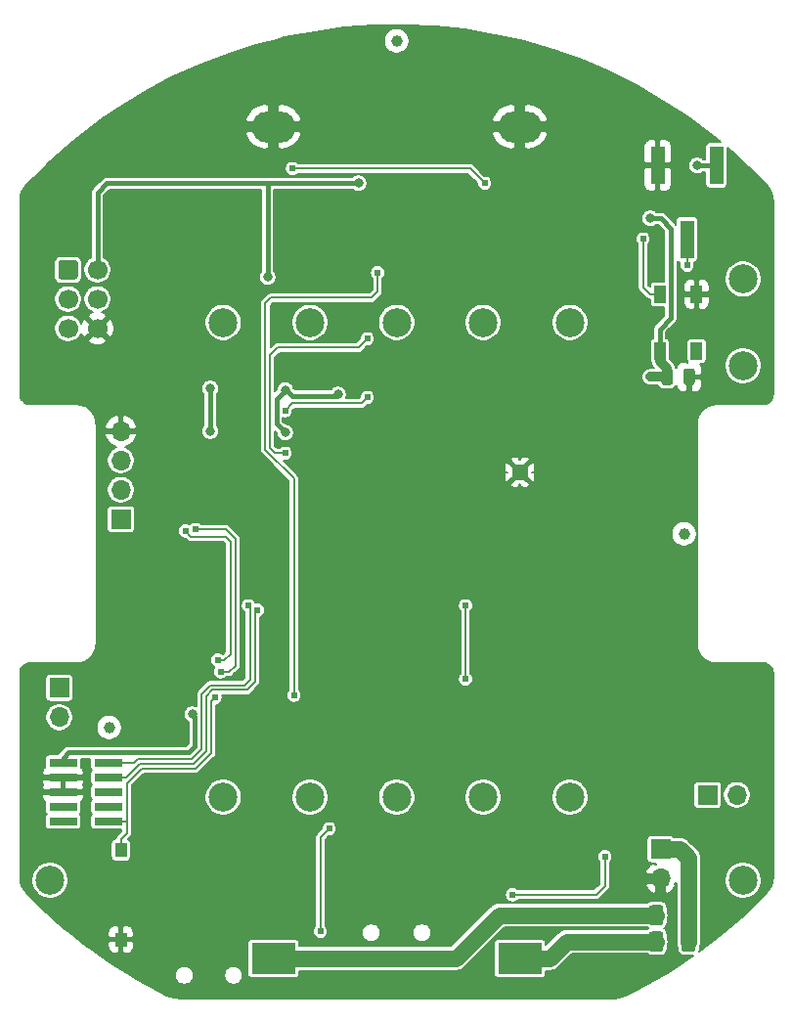
<source format=gtl>
G04 #@! TF.GenerationSoftware,KiCad,Pcbnew,5.1.12-84ad8e8a86~92~ubuntu18.04.1*
G04 #@! TF.CreationDate,2022-01-20T14:35:06+01:00*
G04 #@! TF.ProjectId,pololu-3pi+-audio-expansion,706f6c6f-6c75-42d3-9370-692b2d617564,rev?*
G04 #@! TF.SameCoordinates,Original*
G04 #@! TF.FileFunction,Copper,L1,Top*
G04 #@! TF.FilePolarity,Positive*
%FSLAX46Y46*%
G04 Gerber Fmt 4.6, Leading zero omitted, Abs format (unit mm)*
G04 Created by KiCad (PCBNEW 5.1.12-84ad8e8a86~92~ubuntu18.04.1) date 2022-01-20 14:35:06*
%MOMM*%
%LPD*%
G01*
G04 APERTURE LIST*
G04 #@! TA.AperFunction,SMDPad,CuDef*
%ADD10C,1.000000*%
G04 #@! TD*
G04 #@! TA.AperFunction,SMDPad,CuDef*
%ADD11R,1.190000X3.300000*%
G04 #@! TD*
G04 #@! TA.AperFunction,ComponentPad*
%ADD12R,1.700000X1.700000*%
G04 #@! TD*
G04 #@! TA.AperFunction,ComponentPad*
%ADD13O,1.700000X1.700000*%
G04 #@! TD*
G04 #@! TA.AperFunction,SMDPad,CuDef*
%ADD14R,1.000000X1.250000*%
G04 #@! TD*
G04 #@! TA.AperFunction,WasherPad*
%ADD15C,2.500000*%
G04 #@! TD*
G04 #@! TA.AperFunction,ComponentPad*
%ADD16O,3.800000X2.700000*%
G04 #@! TD*
G04 #@! TA.AperFunction,ComponentPad*
%ADD17R,3.800000X2.700000*%
G04 #@! TD*
G04 #@! TA.AperFunction,SMDPad,CuDef*
%ADD18R,1.000000X1.500000*%
G04 #@! TD*
G04 #@! TA.AperFunction,SMDPad,CuDef*
%ADD19R,2.400000X0.740000*%
G04 #@! TD*
G04 #@! TA.AperFunction,ComponentPad*
%ADD20C,1.700000*%
G04 #@! TD*
G04 #@! TA.AperFunction,ComponentPad*
%ADD21C,0.600000*%
G04 #@! TD*
G04 #@! TA.AperFunction,SMDPad,CuDef*
%ADD22R,1.450000X1.450000*%
G04 #@! TD*
G04 #@! TA.AperFunction,ViaPad*
%ADD23C,0.812800*%
G04 #@! TD*
G04 #@! TA.AperFunction,ViaPad*
%ADD24C,0.609600*%
G04 #@! TD*
G04 #@! TA.AperFunction,Conductor*
%ADD25C,1.422400*%
G04 #@! TD*
G04 #@! TA.AperFunction,Conductor*
%ADD26C,0.406400*%
G04 #@! TD*
G04 #@! TA.AperFunction,Conductor*
%ADD27C,0.812800*%
G04 #@! TD*
G04 #@! TA.AperFunction,Conductor*
%ADD28C,0.203200*%
G04 #@! TD*
G04 #@! TA.AperFunction,Conductor*
%ADD29C,0.100000*%
G04 #@! TD*
G04 APERTURE END LIST*
D10*
X57912000Y-44450000D03*
X8128000Y-61214000D03*
X33020000Y-1778000D03*
D11*
X60706000Y-12548000D03*
X58166000Y-18948000D03*
X55626000Y-12548000D03*
D12*
X9144000Y-43180000D03*
D13*
X9144000Y-40640000D03*
X9144000Y-38100000D03*
X9144000Y-35560000D03*
D14*
X9144000Y-79567000D03*
X9144000Y-71817000D03*
D15*
X18018760Y-26149300D03*
X25519380Y-26149300D03*
X33020000Y-26149300D03*
X40520620Y-26149300D03*
X48021240Y-26149300D03*
X63019940Y-22400260D03*
X63019940Y-29900880D03*
X3020060Y-74449940D03*
X63019940Y-74449940D03*
X48021240Y-67249040D03*
X40520620Y-67249040D03*
X33020000Y-67249040D03*
X25519380Y-67249040D03*
X18018760Y-67249040D03*
D16*
X22352000Y-9212000D03*
D17*
X22352000Y-81212000D03*
X43688000Y-81212000D03*
D16*
X43688000Y-9212000D03*
G04 #@! TA.AperFunction,SMDPad,CuDef*
G36*
G01*
X55954000Y-31336000D02*
X55954000Y-30386000D01*
G75*
G02*
X56204000Y-30136000I250000J0D01*
G01*
X56704000Y-30136000D01*
G75*
G02*
X56954000Y-30386000I0J-250000D01*
G01*
X56954000Y-31336000D01*
G75*
G02*
X56704000Y-31586000I-250000J0D01*
G01*
X56204000Y-31586000D01*
G75*
G02*
X55954000Y-31336000I0J250000D01*
G01*
G37*
G04 #@! TD.AperFunction*
G04 #@! TA.AperFunction,SMDPad,CuDef*
G36*
G01*
X57854000Y-31336000D02*
X57854000Y-30386000D01*
G75*
G02*
X58104000Y-30136000I250000J0D01*
G01*
X58604000Y-30136000D01*
G75*
G02*
X58854000Y-30386000I0J-250000D01*
G01*
X58854000Y-31336000D01*
G75*
G02*
X58604000Y-31586000I-250000J0D01*
G01*
X58104000Y-31586000D01*
G75*
G02*
X57854000Y-31336000I0J250000D01*
G01*
G37*
G04 #@! TD.AperFunction*
D18*
X59004000Y-23712000D03*
X55804000Y-23712000D03*
X59004000Y-28612000D03*
X55804000Y-28612000D03*
G04 #@! TA.AperFunction,SMDPad,CuDef*
G36*
G01*
X57671000Y-78095000D02*
X57671000Y-76845000D01*
G75*
G02*
X57921000Y-76595000I250000J0D01*
G01*
X58671000Y-76595000D01*
G75*
G02*
X58921000Y-76845000I0J-250000D01*
G01*
X58921000Y-78095000D01*
G75*
G02*
X58671000Y-78345000I-250000J0D01*
G01*
X57921000Y-78345000D01*
G75*
G02*
X57671000Y-78095000I0J250000D01*
G01*
G37*
G04 #@! TD.AperFunction*
G04 #@! TA.AperFunction,SMDPad,CuDef*
G36*
G01*
X54871000Y-78095000D02*
X54871000Y-76845000D01*
G75*
G02*
X55121000Y-76595000I250000J0D01*
G01*
X55871000Y-76595000D01*
G75*
G02*
X56121000Y-76845000I0J-250000D01*
G01*
X56121000Y-78095000D01*
G75*
G02*
X55871000Y-78345000I-250000J0D01*
G01*
X55121000Y-78345000D01*
G75*
G02*
X54871000Y-78095000I0J250000D01*
G01*
G37*
G04 #@! TD.AperFunction*
G04 #@! TA.AperFunction,SMDPad,CuDef*
G36*
G01*
X54871000Y-80381000D02*
X54871000Y-79131000D01*
G75*
G02*
X55121000Y-78881000I250000J0D01*
G01*
X55871000Y-78881000D01*
G75*
G02*
X56121000Y-79131000I0J-250000D01*
G01*
X56121000Y-80381000D01*
G75*
G02*
X55871000Y-80631000I-250000J0D01*
G01*
X55121000Y-80631000D01*
G75*
G02*
X54871000Y-80381000I0J250000D01*
G01*
G37*
G04 #@! TD.AperFunction*
G04 #@! TA.AperFunction,SMDPad,CuDef*
G36*
G01*
X57671000Y-80381000D02*
X57671000Y-79131000D01*
G75*
G02*
X57921000Y-78881000I250000J0D01*
G01*
X58671000Y-78881000D01*
G75*
G02*
X58921000Y-79131000I0J-250000D01*
G01*
X58921000Y-80381000D01*
G75*
G02*
X58671000Y-80631000I-250000J0D01*
G01*
X57921000Y-80631000D01*
G75*
G02*
X57671000Y-80381000I0J250000D01*
G01*
G37*
G04 #@! TD.AperFunction*
D19*
X4146000Y-64262000D03*
X8046000Y-64262000D03*
X4146000Y-65532000D03*
X8046000Y-65532000D03*
X4146000Y-66802000D03*
X8046000Y-66802000D03*
X4146000Y-68072000D03*
X8046000Y-68072000D03*
X4146000Y-69342000D03*
X8046000Y-69342000D03*
D13*
X55880000Y-74295000D03*
D12*
X55880000Y-71755000D03*
X3810000Y-57785000D03*
D13*
X3810000Y-60325000D03*
G04 #@! TA.AperFunction,ComponentPad*
G36*
G01*
X3722000Y-22190000D02*
X3722000Y-20990000D01*
G75*
G02*
X3972000Y-20740000I250000J0D01*
G01*
X5172000Y-20740000D01*
G75*
G02*
X5422000Y-20990000I0J-250000D01*
G01*
X5422000Y-22190000D01*
G75*
G02*
X5172000Y-22440000I-250000J0D01*
G01*
X3972000Y-22440000D01*
G75*
G02*
X3722000Y-22190000I0J250000D01*
G01*
G37*
G04 #@! TD.AperFunction*
D20*
X4572000Y-24130000D03*
X4572000Y-26670000D03*
X7112000Y-21590000D03*
X7112000Y-24130000D03*
X7112000Y-26670000D03*
D12*
X59944000Y-67056000D03*
D13*
X62484000Y-67056000D03*
D21*
X43263000Y-39541000D03*
X44113000Y-39541000D03*
X43263000Y-38691000D03*
X44113000Y-38691000D03*
D22*
X43688000Y-39116000D03*
D23*
X32258000Y-79756000D03*
X33782000Y-79756000D03*
X32258000Y-78613000D03*
X33782000Y-78613000D03*
D24*
X43942000Y-73406000D03*
D23*
X41148000Y-71120000D03*
X46482000Y-70358000D03*
X54102000Y-72771000D03*
X54102000Y-73787000D03*
X54102000Y-74803000D03*
X53086000Y-75819000D03*
X54102000Y-75819000D03*
X20955000Y-75438000D03*
X12827000Y-49403000D03*
X15875000Y-54610000D03*
X13716000Y-54610000D03*
X17462500Y-53276500D03*
X20701000Y-59309000D03*
X33782000Y-50800000D03*
X26670000Y-45212000D03*
X45910500Y-37084000D03*
X40449500Y-33464500D03*
X41427400Y-37058600D03*
X21590000Y-39751000D03*
X19050000Y-39624000D03*
X26924000Y-18288000D03*
X26924000Y-17145000D03*
X26924000Y-16002000D03*
D24*
X26670000Y-30226000D03*
D23*
X27051000Y-40767000D03*
X24892000Y-38481000D03*
X31051500Y-10033000D03*
X38709600Y-19100800D03*
X59817000Y-30861000D03*
X60452000Y-23749000D03*
X53086000Y-74803000D03*
D24*
X46736000Y-73406000D03*
X43180000Y-73406000D03*
X44196000Y-72390000D03*
X44196000Y-74422000D03*
D23*
X30353000Y-76390500D03*
X32067500Y-73342500D03*
X20955000Y-77724000D03*
X2032000Y-65532000D03*
X2032000Y-66802000D03*
X42291000Y-55118000D03*
X40005000Y-61595000D03*
X39116000Y-35052000D03*
X25908000Y-38481000D03*
X27051000Y-38481000D03*
X27051000Y-39624000D03*
X27051000Y-41910000D03*
D24*
X26670000Y-29464000D03*
D23*
X23749000Y-29464000D03*
X23749000Y-30607000D03*
D24*
X26670000Y-34544000D03*
X26670000Y-35306000D03*
X26670000Y-21844000D03*
X26670000Y-22606000D03*
X24003000Y-21844000D03*
X24003000Y-22606000D03*
X24130000Y-17526000D03*
X24130000Y-16764000D03*
X22352000Y-46672500D03*
D23*
X45910500Y-33464500D03*
X47815500Y-34417000D03*
X16891000Y-35560000D03*
X16891000Y-31877000D03*
X29718000Y-14097000D03*
X15341600Y-60071000D03*
X21844000Y-22225000D03*
X59055000Y-12573000D03*
X54991000Y-17145000D03*
X23368000Y-35687000D03*
X23368000Y-32004000D03*
X27940000Y-32385000D03*
X54991000Y-30861000D03*
D24*
X27178000Y-69977000D03*
X26416000Y-78867000D03*
X51054000Y-72390000D03*
X43053000Y-75692000D03*
X54356000Y-18923000D03*
X20193000Y-50673000D03*
X20955000Y-51054000D03*
X17297400Y-58623200D03*
X38989000Y-57023000D03*
X38989000Y-50673000D03*
X23368000Y-37465000D03*
X30480000Y-27559000D03*
X23368000Y-33782000D03*
X30480000Y-32639000D03*
X40640000Y-14097000D03*
X24003000Y-12827000D03*
X15621000Y-44069000D03*
X17780000Y-56388000D03*
X17526000Y-55372000D03*
X14732000Y-44196000D03*
X58166000Y-21209000D03*
X24130000Y-58420000D03*
X31369000Y-21844000D03*
D25*
X41910000Y-77470000D02*
X55496000Y-77470000D01*
X22352000Y-81212000D02*
X38168000Y-81212000D01*
X38168000Y-81212000D02*
X41910000Y-77470000D01*
X47752000Y-79756000D02*
X55496000Y-79756000D01*
X43688000Y-81212000D02*
X46296000Y-81212000D01*
X46296000Y-81212000D02*
X47752000Y-79756000D01*
D26*
X16891000Y-35560000D02*
X16891000Y-31877000D01*
X4597400Y-63373000D02*
X4146000Y-63824400D01*
X15036800Y-63373000D02*
X4597400Y-63373000D01*
X15341600Y-60071000D02*
X15570200Y-60299600D01*
X4146000Y-63824400D02*
X4146000Y-64262000D01*
X15570200Y-62839600D02*
X15036800Y-63373000D01*
X15570200Y-60299600D02*
X15570200Y-62839600D01*
X21844000Y-22225000D02*
X21844000Y-14097000D01*
X21844000Y-14097000D02*
X29718000Y-14097000D01*
X7112000Y-14935200D02*
X7112000Y-21590000D01*
X21844000Y-14097000D02*
X7950200Y-14097000D01*
X7950200Y-14097000D02*
X7112000Y-14935200D01*
X60681000Y-12573000D02*
X60706000Y-12548000D01*
X59055000Y-12573000D02*
X60681000Y-12573000D01*
X23495000Y-32004000D02*
X23368000Y-32004000D01*
X24003000Y-32512000D02*
X23495000Y-32004000D01*
X27940000Y-32385000D02*
X27813000Y-32512000D01*
X27813000Y-32512000D02*
X24003000Y-32512000D01*
X22606000Y-32766000D02*
X23368000Y-32004000D01*
X23368000Y-35687000D02*
X22606000Y-34925000D01*
X22606000Y-34925000D02*
X22606000Y-32766000D01*
D27*
X54991000Y-30861000D02*
X56454000Y-30861000D01*
X56454000Y-30861000D02*
X56454000Y-30165000D01*
X55804000Y-29515000D02*
X55804000Y-28612000D01*
X56454000Y-30165000D02*
X55804000Y-29515000D01*
D26*
X56769000Y-25781000D02*
X56769000Y-18008600D01*
X56769000Y-18008600D02*
X55905400Y-17145000D01*
X55804000Y-28612000D02*
X55804000Y-26746000D01*
X55905400Y-17145000D02*
X54991000Y-17145000D01*
X55804000Y-26746000D02*
X56769000Y-25781000D01*
D25*
X58296000Y-79756000D02*
X58296000Y-77470000D01*
X58296000Y-77470000D02*
X58296000Y-72520000D01*
X58296000Y-72520000D02*
X57531000Y-71755000D01*
X57531000Y-71755000D02*
X55880000Y-71755000D01*
D28*
X26416000Y-70739000D02*
X27178000Y-69977000D01*
X26416000Y-78867000D02*
X26416000Y-70739000D01*
X51054000Y-74930000D02*
X51054000Y-72390000D01*
X50292000Y-75692000D02*
X51054000Y-74930000D01*
X43053000Y-75692000D02*
X50292000Y-75692000D01*
X54356000Y-23114000D02*
X54356000Y-18923000D01*
X55804000Y-23712000D02*
X54954000Y-23712000D01*
X54954000Y-23712000D02*
X54356000Y-23114000D01*
X20345400Y-50825400D02*
X20193000Y-50673000D01*
X20345400Y-57099200D02*
X20345400Y-50825400D01*
X19888200Y-57556400D02*
X20345400Y-57099200D01*
X16891000Y-57556400D02*
X19888200Y-57556400D01*
X10261600Y-64262000D02*
X10591800Y-63931800D01*
X8046000Y-64262000D02*
X10261600Y-64262000D01*
X10591800Y-63931800D02*
X15290800Y-63931800D01*
X16129000Y-63093600D02*
X16129000Y-58318400D01*
X15290800Y-63931800D02*
X16129000Y-63093600D01*
X16129000Y-58318400D02*
X16891000Y-57556400D01*
X20751800Y-51257200D02*
X20955000Y-51054000D01*
X20751800Y-57277000D02*
X20751800Y-51257200D01*
X17068800Y-57962800D02*
X20066000Y-57962800D01*
X20066000Y-57962800D02*
X20751800Y-57277000D01*
X9575800Y-65532000D02*
X10769600Y-64338200D01*
X8046000Y-65532000D02*
X9575800Y-65532000D01*
X16535400Y-63271400D02*
X16535400Y-58496200D01*
X10769600Y-64338200D02*
X15468600Y-64338200D01*
X15468600Y-64338200D02*
X16535400Y-63271400D01*
X16535400Y-58496200D02*
X17068800Y-57962800D01*
X9626600Y-69342000D02*
X9652000Y-69316600D01*
X8046000Y-69342000D02*
X9626600Y-69342000D01*
X9652000Y-66040000D02*
X9652000Y-69316600D01*
X10947400Y-64744600D02*
X9652000Y-66040000D01*
X15646400Y-64744600D02*
X10947400Y-64744600D01*
X16941800Y-63449200D02*
X15646400Y-64744600D01*
X17297400Y-58623200D02*
X16941800Y-58978800D01*
X16941800Y-58978800D02*
X16941800Y-63449200D01*
X9144000Y-71817000D02*
X9144000Y-70866000D01*
X9144000Y-70866000D02*
X9652000Y-70358000D01*
X9652000Y-70358000D02*
X9652000Y-69316600D01*
X38989000Y-57023000D02*
X38989000Y-50673000D01*
X22504400Y-37465000D02*
X23368000Y-37465000D01*
X22047200Y-37007800D02*
X22504400Y-37465000D01*
X22047200Y-29006800D02*
X22047200Y-37007800D01*
X22733000Y-28321000D02*
X22047200Y-29006800D01*
X30480000Y-27559000D02*
X29718000Y-28321000D01*
X29718000Y-28321000D02*
X22733000Y-28321000D01*
X24003000Y-33147000D02*
X23368000Y-33782000D01*
X30480000Y-32639000D02*
X29972000Y-33147000D01*
X29972000Y-33147000D02*
X24003000Y-33147000D01*
X39370000Y-12827000D02*
X40640000Y-14097000D01*
X24003000Y-12827000D02*
X39370000Y-12827000D01*
X18211800Y-44069000D02*
X15621000Y-44069000D01*
X19050000Y-44907200D02*
X18211800Y-44069000D01*
X19050000Y-55854600D02*
X19050000Y-44907200D01*
X17780000Y-56388000D02*
X18516600Y-56388000D01*
X18516600Y-56388000D02*
X19050000Y-55854600D01*
X18643600Y-54838600D02*
X18110200Y-55372000D01*
X18211800Y-44678600D02*
X18643600Y-45110400D01*
X14732000Y-44196000D02*
X15214600Y-44678600D01*
X18110200Y-55372000D02*
X17526000Y-55372000D01*
X18643600Y-45110400D02*
X18643600Y-54838600D01*
X15214600Y-44678600D02*
X18211800Y-44678600D01*
X58166000Y-18948000D02*
X58166000Y-21209000D01*
X24130000Y-39674800D02*
X24130000Y-58420000D01*
X31369000Y-23495000D02*
X30861000Y-24003000D01*
X22148800Y-24003000D02*
X21640800Y-24511000D01*
X31369000Y-21844000D02*
X31369000Y-23495000D01*
X30861000Y-24003000D02*
X22148800Y-24003000D01*
X21640800Y-37185600D02*
X24130000Y-39674800D01*
X21640800Y-24511000D02*
X21640800Y-37185600D01*
X36339487Y-544866D02*
X38937497Y-819013D01*
X41514670Y-1246755D01*
X44061960Y-1826591D01*
X46570368Y-2556474D01*
X49031065Y-3433834D01*
X51435401Y-4455586D01*
X53774925Y-5618140D01*
X56041374Y-6917392D01*
X58226768Y-8348763D01*
X60323445Y-9907236D01*
X61077721Y-10540680D01*
X60111000Y-10540680D01*
X60041290Y-10547546D01*
X59974260Y-10567879D01*
X59912484Y-10600899D01*
X59858337Y-10645337D01*
X59813899Y-10699484D01*
X59780879Y-10761260D01*
X59760546Y-10828290D01*
X59753680Y-10898000D01*
X59753680Y-12014200D01*
X59573831Y-12014200D01*
X59540747Y-11981116D01*
X59415942Y-11897724D01*
X59277267Y-11840283D01*
X59130050Y-11811000D01*
X58979950Y-11811000D01*
X58832733Y-11840283D01*
X58694058Y-11897724D01*
X58569253Y-11981116D01*
X58463116Y-12087253D01*
X58379724Y-12212058D01*
X58322283Y-12350733D01*
X58293000Y-12497950D01*
X58293000Y-12648050D01*
X58322283Y-12795267D01*
X58379724Y-12933942D01*
X58463116Y-13058747D01*
X58569253Y-13164884D01*
X58694058Y-13248276D01*
X58832733Y-13305717D01*
X58979950Y-13335000D01*
X59130050Y-13335000D01*
X59277267Y-13305717D01*
X59415942Y-13248276D01*
X59540747Y-13164884D01*
X59573831Y-13131800D01*
X59753680Y-13131800D01*
X59753680Y-14198000D01*
X59760546Y-14267710D01*
X59780879Y-14334740D01*
X59813899Y-14396516D01*
X59858337Y-14450663D01*
X59912484Y-14495101D01*
X59974260Y-14528121D01*
X60041290Y-14548454D01*
X60111000Y-14555320D01*
X61301000Y-14555320D01*
X61370710Y-14548454D01*
X61437740Y-14528121D01*
X61499516Y-14495101D01*
X61553663Y-14450663D01*
X61598101Y-14396516D01*
X61631121Y-14334740D01*
X61651454Y-14267710D01*
X61658320Y-14198000D01*
X61658320Y-11028269D01*
X62323998Y-11587308D01*
X64223851Y-13385398D01*
X65038656Y-14226205D01*
X65299978Y-14567014D01*
X65482669Y-14936988D01*
X65590834Y-15338425D01*
X65620901Y-15701823D01*
X65620899Y-32364501D01*
X65602722Y-32549884D01*
X65554837Y-32708488D01*
X65477057Y-32854771D01*
X65372350Y-32983155D01*
X65244695Y-33088761D01*
X65098958Y-33167560D01*
X64940690Y-33216553D01*
X64756609Y-33235900D01*
X60685420Y-33235900D01*
X60667033Y-33237711D01*
X60659151Y-33237656D01*
X60653327Y-33238227D01*
X60406824Y-33264135D01*
X60369662Y-33271763D01*
X60332303Y-33278890D01*
X60326703Y-33280581D01*
X60326697Y-33280583D01*
X60089924Y-33353876D01*
X60054929Y-33368586D01*
X60019688Y-33382825D01*
X60014525Y-33385570D01*
X60014521Y-33385572D01*
X60014520Y-33385573D01*
X59796490Y-33503462D01*
X59765022Y-33524688D01*
X59733217Y-33545501D01*
X59728681Y-33549199D01*
X59537701Y-33707192D01*
X59510960Y-33734120D01*
X59483796Y-33760722D01*
X59480066Y-33765231D01*
X59323411Y-33957309D01*
X59302408Y-33988922D01*
X59280931Y-34020288D01*
X59278147Y-34025436D01*
X59161783Y-34244284D01*
X59147329Y-34279352D01*
X59132344Y-34314315D01*
X59130614Y-34319906D01*
X59058974Y-34557187D01*
X59051602Y-34594417D01*
X59043698Y-34631604D01*
X59043086Y-34637424D01*
X59018899Y-34884102D01*
X59018899Y-34884114D01*
X59016899Y-34904420D01*
X59016901Y-53995580D01*
X59018711Y-54013958D01*
X59018656Y-54021849D01*
X59019227Y-54027673D01*
X59045135Y-54274176D01*
X59052772Y-54311380D01*
X59059891Y-54348699D01*
X59061582Y-54354302D01*
X59134877Y-54591077D01*
X59149607Y-54626118D01*
X59163826Y-54661310D01*
X59166573Y-54666478D01*
X59284461Y-54884507D01*
X59305675Y-54915958D01*
X59326501Y-54947783D01*
X59330200Y-54952318D01*
X59488192Y-55143298D01*
X59515101Y-55170020D01*
X59541721Y-55197203D01*
X59546231Y-55200933D01*
X59738308Y-55357588D01*
X59769939Y-55378603D01*
X59801288Y-55400068D01*
X59806436Y-55402852D01*
X60025284Y-55519216D01*
X60060376Y-55533680D01*
X60095317Y-55548655D01*
X60100908Y-55550386D01*
X60338190Y-55622025D01*
X60375453Y-55629403D01*
X60412605Y-55637300D01*
X60418425Y-55637912D01*
X60665102Y-55662099D01*
X60665113Y-55662099D01*
X60685419Y-55664099D01*
X64749502Y-55664099D01*
X64934887Y-55682276D01*
X65093486Y-55730160D01*
X65239771Y-55807942D01*
X65368159Y-55912653D01*
X65473762Y-56040306D01*
X65552562Y-56186042D01*
X65601552Y-56344306D01*
X65620901Y-56528400D01*
X65620900Y-74114157D01*
X65578454Y-74544957D01*
X65458731Y-74940825D01*
X65264388Y-75305915D01*
X64992628Y-75638841D01*
X63098718Y-77470564D01*
X61090260Y-79194683D01*
X59234482Y-80605529D01*
X59266651Y-80499482D01*
X59278320Y-80381000D01*
X59278320Y-80181269D01*
X59286363Y-80166222D01*
X59347364Y-79965129D01*
X59362800Y-79808402D01*
X59362800Y-74291802D01*
X61414340Y-74291802D01*
X61414340Y-74608078D01*
X61476042Y-74918276D01*
X61597076Y-75210477D01*
X61772789Y-75473450D01*
X61996430Y-75697091D01*
X62259403Y-75872804D01*
X62551604Y-75993838D01*
X62861802Y-76055540D01*
X63178078Y-76055540D01*
X63488276Y-75993838D01*
X63780477Y-75872804D01*
X64043450Y-75697091D01*
X64267091Y-75473450D01*
X64442804Y-75210477D01*
X64563838Y-74918276D01*
X64625540Y-74608078D01*
X64625540Y-74291802D01*
X64563838Y-73981604D01*
X64442804Y-73689403D01*
X64267091Y-73426430D01*
X64043450Y-73202789D01*
X63780477Y-73027076D01*
X63488276Y-72906042D01*
X63178078Y-72844340D01*
X62861802Y-72844340D01*
X62551604Y-72906042D01*
X62259403Y-73027076D01*
X61996430Y-73202789D01*
X61772789Y-73426430D01*
X61597076Y-73689403D01*
X61476042Y-73981604D01*
X61414340Y-74291802D01*
X59362800Y-74291802D01*
X59362800Y-72572390D01*
X59367960Y-72519999D01*
X59362800Y-72467608D01*
X59362800Y-72467598D01*
X59347364Y-72310871D01*
X59286363Y-72109778D01*
X59187303Y-71924450D01*
X59053991Y-71762009D01*
X59013287Y-71728604D01*
X58322400Y-71037718D01*
X58288991Y-70997009D01*
X58126550Y-70863697D01*
X57941222Y-70764637D01*
X57740129Y-70703636D01*
X57583402Y-70688200D01*
X57583399Y-70688200D01*
X57531000Y-70683039D01*
X57478601Y-70688200D01*
X57012095Y-70688200D01*
X56982663Y-70652337D01*
X56928516Y-70607899D01*
X56866740Y-70574879D01*
X56799710Y-70554546D01*
X56730000Y-70547680D01*
X55030000Y-70547680D01*
X54960290Y-70554546D01*
X54893260Y-70574879D01*
X54831484Y-70607899D01*
X54777337Y-70652337D01*
X54732899Y-70706484D01*
X54699879Y-70768260D01*
X54679546Y-70835290D01*
X54672680Y-70905000D01*
X54672680Y-72605000D01*
X54679546Y-72674710D01*
X54699879Y-72741740D01*
X54732899Y-72803516D01*
X54777337Y-72857663D01*
X54831484Y-72902101D01*
X54893260Y-72935121D01*
X54960290Y-72955454D01*
X55030000Y-72962320D01*
X55473598Y-72962320D01*
X55473598Y-73045501D01*
X55259298Y-72973937D01*
X55013498Y-73120414D01*
X54800997Y-73312029D01*
X54629962Y-73541420D01*
X54558953Y-73674301D01*
X54637579Y-73888600D01*
X55473600Y-73888600D01*
X55473600Y-73868600D01*
X56286400Y-73868600D01*
X56286400Y-73888600D01*
X56306400Y-73888600D01*
X56306400Y-74701400D01*
X56286400Y-74701400D01*
X56286400Y-75544498D01*
X56500702Y-75616063D01*
X56746502Y-75469586D01*
X56959003Y-75277971D01*
X57130038Y-75048580D01*
X57201047Y-74915699D01*
X57122422Y-74701402D01*
X57229201Y-74701402D01*
X57229200Y-77522401D01*
X57229201Y-77522411D01*
X57229200Y-79808401D01*
X57244636Y-79965128D01*
X57305637Y-80166221D01*
X57313680Y-80181268D01*
X57313680Y-80381000D01*
X57325349Y-80499482D01*
X57359909Y-80613411D01*
X57416032Y-80718409D01*
X57491560Y-80810440D01*
X57583591Y-80885968D01*
X57688589Y-80942091D01*
X57802518Y-80976651D01*
X57921000Y-80988320D01*
X58671000Y-80988320D01*
X58701769Y-80985290D01*
X56784574Y-82270860D01*
X54500163Y-83613462D01*
X53208838Y-84294120D01*
X52572745Y-84541932D01*
X51905392Y-84660627D01*
X51645167Y-84670900D01*
X14404515Y-84670905D01*
X13729117Y-84605536D01*
X13087813Y-84412792D01*
X12845067Y-84301275D01*
X10583881Y-83072746D01*
X9818109Y-82597655D01*
X13833400Y-82597655D01*
X13833400Y-82756345D01*
X13864359Y-82911985D01*
X13925087Y-83058595D01*
X14013250Y-83190540D01*
X14125460Y-83302750D01*
X14257405Y-83390913D01*
X14404015Y-83451641D01*
X14559655Y-83482600D01*
X14718345Y-83482600D01*
X14873985Y-83451641D01*
X15020595Y-83390913D01*
X15152540Y-83302750D01*
X15264750Y-83190540D01*
X15352913Y-83058595D01*
X15413641Y-82911985D01*
X15444600Y-82756345D01*
X15444600Y-82597655D01*
X18083400Y-82597655D01*
X18083400Y-82756345D01*
X18114359Y-82911985D01*
X18175087Y-83058595D01*
X18263250Y-83190540D01*
X18375460Y-83302750D01*
X18507405Y-83390913D01*
X18654015Y-83451641D01*
X18809655Y-83482600D01*
X18968345Y-83482600D01*
X19123985Y-83451641D01*
X19270595Y-83390913D01*
X19402540Y-83302750D01*
X19514750Y-83190540D01*
X19602913Y-83058595D01*
X19663641Y-82911985D01*
X19694600Y-82756345D01*
X19694600Y-82597655D01*
X19663641Y-82442015D01*
X19602913Y-82295405D01*
X19514750Y-82163460D01*
X19402540Y-82051250D01*
X19270595Y-81963087D01*
X19123985Y-81902359D01*
X18968345Y-81871400D01*
X18809655Y-81871400D01*
X18654015Y-81902359D01*
X18507405Y-81963087D01*
X18375460Y-82051250D01*
X18263250Y-82163460D01*
X18175087Y-82295405D01*
X18114359Y-82442015D01*
X18083400Y-82597655D01*
X15444600Y-82597655D01*
X15413641Y-82442015D01*
X15352913Y-82295405D01*
X15264750Y-82163460D01*
X15152540Y-82051250D01*
X15020595Y-81963087D01*
X14873985Y-81902359D01*
X14718345Y-81871400D01*
X14559655Y-81871400D01*
X14404015Y-81902359D01*
X14257405Y-81963087D01*
X14125460Y-82051250D01*
X14013250Y-82163460D01*
X13925087Y-82295405D01*
X13864359Y-82442015D01*
X13833400Y-82597655D01*
X9818109Y-82597655D01*
X8395486Y-81715050D01*
X6288863Y-80233626D01*
X6236374Y-80192000D01*
X8031450Y-80192000D01*
X8043220Y-80311503D01*
X8078078Y-80426413D01*
X8134683Y-80532315D01*
X8210862Y-80625138D01*
X8303685Y-80701317D01*
X8409587Y-80757922D01*
X8524497Y-80792780D01*
X8644000Y-80804550D01*
X8839200Y-80801600D01*
X8991600Y-80649200D01*
X8991600Y-79719400D01*
X9296400Y-79719400D01*
X9296400Y-80649200D01*
X9448800Y-80801600D01*
X9644000Y-80804550D01*
X9763503Y-80792780D01*
X9878413Y-80757922D01*
X9984315Y-80701317D01*
X10077138Y-80625138D01*
X10153317Y-80532315D01*
X10209922Y-80426413D01*
X10244780Y-80311503D01*
X10256550Y-80192000D01*
X10253600Y-79871800D01*
X10243800Y-79862000D01*
X20094680Y-79862000D01*
X20094680Y-82562000D01*
X20101546Y-82631710D01*
X20121879Y-82698740D01*
X20154899Y-82760516D01*
X20199337Y-82814663D01*
X20253484Y-82859101D01*
X20315260Y-82892121D01*
X20382290Y-82912454D01*
X20452000Y-82919320D01*
X24252000Y-82919320D01*
X24321710Y-82912454D01*
X24388740Y-82892121D01*
X24450516Y-82859101D01*
X24504663Y-82814663D01*
X24549101Y-82760516D01*
X24582121Y-82698740D01*
X24602454Y-82631710D01*
X24609320Y-82562000D01*
X24609320Y-82278800D01*
X38115601Y-82278800D01*
X38168000Y-82283961D01*
X38220399Y-82278800D01*
X38220402Y-82278800D01*
X38377129Y-82263364D01*
X38578222Y-82202363D01*
X38763550Y-82103303D01*
X38925991Y-81969991D01*
X38959400Y-81929282D01*
X42351883Y-78536800D01*
X54706621Y-78536800D01*
X54783591Y-78599968D01*
X54807972Y-78613000D01*
X54783591Y-78626032D01*
X54706621Y-78689200D01*
X47804399Y-78689200D01*
X47752000Y-78684039D01*
X47699601Y-78689200D01*
X47699598Y-78689200D01*
X47542871Y-78704636D01*
X47363608Y-78759015D01*
X47341778Y-78765637D01*
X47156449Y-78864697D01*
X47074169Y-78932223D01*
X46994009Y-78998009D01*
X46960604Y-79038713D01*
X45945320Y-80053998D01*
X45945320Y-79862000D01*
X45938454Y-79792290D01*
X45918121Y-79725260D01*
X45885101Y-79663484D01*
X45840663Y-79609337D01*
X45786516Y-79564899D01*
X45724740Y-79531879D01*
X45657710Y-79511546D01*
X45588000Y-79504680D01*
X41788000Y-79504680D01*
X41718290Y-79511546D01*
X41651260Y-79531879D01*
X41589484Y-79564899D01*
X41535337Y-79609337D01*
X41490899Y-79663484D01*
X41457879Y-79725260D01*
X41437546Y-79792290D01*
X41430680Y-79862000D01*
X41430680Y-82562000D01*
X41437546Y-82631710D01*
X41457879Y-82698740D01*
X41490899Y-82760516D01*
X41535337Y-82814663D01*
X41589484Y-82859101D01*
X41651260Y-82892121D01*
X41718290Y-82912454D01*
X41788000Y-82919320D01*
X45588000Y-82919320D01*
X45657710Y-82912454D01*
X45724740Y-82892121D01*
X45786516Y-82859101D01*
X45840663Y-82814663D01*
X45885101Y-82760516D01*
X45918121Y-82698740D01*
X45938454Y-82631710D01*
X45945320Y-82562000D01*
X45945320Y-82278800D01*
X46243601Y-82278800D01*
X46296000Y-82283961D01*
X46348399Y-82278800D01*
X46348402Y-82278800D01*
X46505129Y-82263364D01*
X46706222Y-82202363D01*
X46891550Y-82103303D01*
X47053991Y-81969991D01*
X47087400Y-81929282D01*
X48193883Y-80822800D01*
X54706621Y-80822800D01*
X54783591Y-80885968D01*
X54888589Y-80942091D01*
X55002518Y-80976651D01*
X55121000Y-80988320D01*
X55871000Y-80988320D01*
X55989482Y-80976651D01*
X56103411Y-80942091D01*
X56208409Y-80885968D01*
X56300440Y-80810440D01*
X56375968Y-80718409D01*
X56432091Y-80613411D01*
X56466651Y-80499482D01*
X56478320Y-80381000D01*
X56478320Y-80181269D01*
X56486363Y-80166222D01*
X56547364Y-79965129D01*
X56567961Y-79756000D01*
X56547364Y-79546871D01*
X56486363Y-79345778D01*
X56478320Y-79330731D01*
X56478320Y-79131000D01*
X56466651Y-79012518D01*
X56432091Y-78898589D01*
X56375968Y-78793591D01*
X56300440Y-78701560D01*
X56208409Y-78626032D01*
X56184028Y-78613000D01*
X56208409Y-78599968D01*
X56300440Y-78524440D01*
X56375968Y-78432409D01*
X56432091Y-78327411D01*
X56466651Y-78213482D01*
X56478320Y-78095000D01*
X56478320Y-77895269D01*
X56486363Y-77880222D01*
X56547364Y-77679129D01*
X56567961Y-77470000D01*
X56547364Y-77260871D01*
X56486363Y-77059778D01*
X56478320Y-77044731D01*
X56478320Y-76845000D01*
X56466651Y-76726518D01*
X56432091Y-76612589D01*
X56375968Y-76507591D01*
X56300440Y-76415560D01*
X56208409Y-76340032D01*
X56103411Y-76283909D01*
X55989482Y-76249349D01*
X55871000Y-76237680D01*
X55121000Y-76237680D01*
X55002518Y-76249349D01*
X54888589Y-76283909D01*
X54783591Y-76340032D01*
X54706621Y-76403200D01*
X41962398Y-76403200D01*
X41909999Y-76398039D01*
X41857600Y-76403200D01*
X41857598Y-76403200D01*
X41700871Y-76418636D01*
X41499778Y-76479637D01*
X41314449Y-76578697D01*
X41208018Y-76666043D01*
X41152009Y-76712009D01*
X41118604Y-76752713D01*
X37726118Y-80145200D01*
X24609320Y-80145200D01*
X24609320Y-79862000D01*
X24602454Y-79792290D01*
X24582121Y-79725260D01*
X24549101Y-79663484D01*
X24504663Y-79609337D01*
X24450516Y-79564899D01*
X24388740Y-79531879D01*
X24321710Y-79511546D01*
X24252000Y-79504680D01*
X20452000Y-79504680D01*
X20382290Y-79511546D01*
X20315260Y-79531879D01*
X20253484Y-79564899D01*
X20199337Y-79609337D01*
X20154899Y-79663484D01*
X20121879Y-79725260D01*
X20101546Y-79792290D01*
X20094680Y-79862000D01*
X10243800Y-79862000D01*
X10101200Y-79719400D01*
X9296400Y-79719400D01*
X8991600Y-79719400D01*
X8186800Y-79719400D01*
X8034400Y-79871800D01*
X8031450Y-80192000D01*
X6236374Y-80192000D01*
X4660157Y-78942000D01*
X8031450Y-78942000D01*
X8034400Y-79262200D01*
X8186800Y-79414600D01*
X8991600Y-79414600D01*
X8991600Y-78484800D01*
X9296400Y-78484800D01*
X9296400Y-79414600D01*
X10101200Y-79414600D01*
X10253600Y-79262200D01*
X10256550Y-78942000D01*
X10244780Y-78822497D01*
X10238549Y-78801956D01*
X25755600Y-78801956D01*
X25755600Y-78932044D01*
X25780979Y-79059631D01*
X25830761Y-79179817D01*
X25903034Y-79287980D01*
X25995020Y-79379966D01*
X26103183Y-79452239D01*
X26223369Y-79502021D01*
X26350956Y-79527400D01*
X26481044Y-79527400D01*
X26608631Y-79502021D01*
X26728817Y-79452239D01*
X26836980Y-79379966D01*
X26928966Y-79287980D01*
X27001239Y-79179817D01*
X27051021Y-79059631D01*
X27076400Y-78932044D01*
X27076400Y-78914655D01*
X30014400Y-78914655D01*
X30014400Y-79073345D01*
X30045359Y-79228985D01*
X30106087Y-79375595D01*
X30194250Y-79507540D01*
X30306460Y-79619750D01*
X30438405Y-79707913D01*
X30585015Y-79768641D01*
X30740655Y-79799600D01*
X30899345Y-79799600D01*
X31054985Y-79768641D01*
X31201595Y-79707913D01*
X31333540Y-79619750D01*
X31445750Y-79507540D01*
X31533913Y-79375595D01*
X31594641Y-79228985D01*
X31625600Y-79073345D01*
X31625600Y-78914655D01*
X34414400Y-78914655D01*
X34414400Y-79073345D01*
X34445359Y-79228985D01*
X34506087Y-79375595D01*
X34594250Y-79507540D01*
X34706460Y-79619750D01*
X34838405Y-79707913D01*
X34985015Y-79768641D01*
X35140655Y-79799600D01*
X35299345Y-79799600D01*
X35454985Y-79768641D01*
X35601595Y-79707913D01*
X35733540Y-79619750D01*
X35845750Y-79507540D01*
X35933913Y-79375595D01*
X35994641Y-79228985D01*
X36025600Y-79073345D01*
X36025600Y-78914655D01*
X35994641Y-78759015D01*
X35933913Y-78612405D01*
X35845750Y-78480460D01*
X35733540Y-78368250D01*
X35601595Y-78280087D01*
X35454985Y-78219359D01*
X35299345Y-78188400D01*
X35140655Y-78188400D01*
X34985015Y-78219359D01*
X34838405Y-78280087D01*
X34706460Y-78368250D01*
X34594250Y-78480460D01*
X34506087Y-78612405D01*
X34445359Y-78759015D01*
X34414400Y-78914655D01*
X31625600Y-78914655D01*
X31594641Y-78759015D01*
X31533913Y-78612405D01*
X31445750Y-78480460D01*
X31333540Y-78368250D01*
X31201595Y-78280087D01*
X31054985Y-78219359D01*
X30899345Y-78188400D01*
X30740655Y-78188400D01*
X30585015Y-78219359D01*
X30438405Y-78280087D01*
X30306460Y-78368250D01*
X30194250Y-78480460D01*
X30106087Y-78612405D01*
X30045359Y-78759015D01*
X30014400Y-78914655D01*
X27076400Y-78914655D01*
X27076400Y-78801956D01*
X27051021Y-78674369D01*
X27001239Y-78554183D01*
X26928966Y-78446020D01*
X26873200Y-78390254D01*
X26873200Y-75626956D01*
X42392600Y-75626956D01*
X42392600Y-75757044D01*
X42417979Y-75884631D01*
X42467761Y-76004817D01*
X42540034Y-76112980D01*
X42632020Y-76204966D01*
X42740183Y-76277239D01*
X42860369Y-76327021D01*
X42987956Y-76352400D01*
X43118044Y-76352400D01*
X43245631Y-76327021D01*
X43365817Y-76277239D01*
X43473980Y-76204966D01*
X43529746Y-76149200D01*
X50269550Y-76149200D01*
X50292000Y-76151411D01*
X50314450Y-76149200D01*
X50314460Y-76149200D01*
X50381627Y-76142585D01*
X50467809Y-76116441D01*
X50547236Y-76073987D01*
X50616853Y-76016853D01*
X50631174Y-75999403D01*
X51361415Y-75269164D01*
X51378853Y-75254853D01*
X51393165Y-75237414D01*
X51393171Y-75237408D01*
X51435987Y-75185236D01*
X51478441Y-75105810D01*
X51493254Y-75056979D01*
X51504585Y-75019627D01*
X51511200Y-74952460D01*
X51511200Y-74952450D01*
X51513411Y-74930000D01*
X51512003Y-74915699D01*
X54558953Y-74915699D01*
X54629962Y-75048580D01*
X54800997Y-75277971D01*
X55013498Y-75469586D01*
X55259298Y-75616063D01*
X55473600Y-75544498D01*
X55473600Y-74701400D01*
X54637579Y-74701400D01*
X54558953Y-74915699D01*
X51512003Y-74915699D01*
X51511200Y-74907550D01*
X51511200Y-72866746D01*
X51566966Y-72810980D01*
X51639239Y-72702817D01*
X51689021Y-72582631D01*
X51714400Y-72455044D01*
X51714400Y-72324956D01*
X51689021Y-72197369D01*
X51639239Y-72077183D01*
X51566966Y-71969020D01*
X51474980Y-71877034D01*
X51366817Y-71804761D01*
X51246631Y-71754979D01*
X51119044Y-71729600D01*
X50988956Y-71729600D01*
X50861369Y-71754979D01*
X50741183Y-71804761D01*
X50633020Y-71877034D01*
X50541034Y-71969020D01*
X50468761Y-72077183D01*
X50418979Y-72197369D01*
X50393600Y-72324956D01*
X50393600Y-72455044D01*
X50418979Y-72582631D01*
X50468761Y-72702817D01*
X50541034Y-72810980D01*
X50596801Y-72866747D01*
X50596800Y-74740621D01*
X50102623Y-75234800D01*
X43529746Y-75234800D01*
X43473980Y-75179034D01*
X43365817Y-75106761D01*
X43245631Y-75056979D01*
X43118044Y-75031600D01*
X42987956Y-75031600D01*
X42860369Y-75056979D01*
X42740183Y-75106761D01*
X42632020Y-75179034D01*
X42540034Y-75271020D01*
X42467761Y-75379183D01*
X42417979Y-75499369D01*
X42392600Y-75626956D01*
X26873200Y-75626956D01*
X26873200Y-70928377D01*
X27164178Y-70637400D01*
X27243044Y-70637400D01*
X27370631Y-70612021D01*
X27490817Y-70562239D01*
X27598980Y-70489966D01*
X27690966Y-70397980D01*
X27763239Y-70289817D01*
X27813021Y-70169631D01*
X27838400Y-70042044D01*
X27838400Y-69911956D01*
X27813021Y-69784369D01*
X27763239Y-69664183D01*
X27690966Y-69556020D01*
X27598980Y-69464034D01*
X27490817Y-69391761D01*
X27370631Y-69341979D01*
X27243044Y-69316600D01*
X27112956Y-69316600D01*
X26985369Y-69341979D01*
X26865183Y-69391761D01*
X26757020Y-69464034D01*
X26665034Y-69556020D01*
X26592761Y-69664183D01*
X26542979Y-69784369D01*
X26517600Y-69911956D01*
X26517600Y-69990822D01*
X26108592Y-70399831D01*
X26091148Y-70414147D01*
X26076831Y-70431592D01*
X26076830Y-70431593D01*
X26034013Y-70483765D01*
X25999851Y-70547680D01*
X25991560Y-70563191D01*
X25976379Y-70613236D01*
X25965416Y-70649374D01*
X25956589Y-70739000D01*
X25958801Y-70761460D01*
X25958800Y-78390254D01*
X25903034Y-78446020D01*
X25830761Y-78554183D01*
X25780979Y-78674369D01*
X25755600Y-78801956D01*
X10238549Y-78801956D01*
X10209922Y-78707587D01*
X10153317Y-78601685D01*
X10077138Y-78508862D01*
X9984315Y-78432683D01*
X9878413Y-78376078D01*
X9763503Y-78341220D01*
X9644000Y-78329450D01*
X9448800Y-78332400D01*
X9296400Y-78484800D01*
X8991600Y-78484800D01*
X8839200Y-78332400D01*
X8644000Y-78329450D01*
X8524497Y-78341220D01*
X8409587Y-78376078D01*
X8303685Y-78432683D01*
X8210862Y-78508862D01*
X8134683Y-78601685D01*
X8078078Y-78707587D01*
X8043220Y-78822497D01*
X8031450Y-78942000D01*
X4660157Y-78942000D01*
X4271031Y-78633409D01*
X2347410Y-76918577D01*
X1026107Y-75617152D01*
X759495Y-75281123D01*
X570295Y-74913438D01*
X455721Y-74514638D01*
X435386Y-74291802D01*
X1414460Y-74291802D01*
X1414460Y-74608078D01*
X1476162Y-74918276D01*
X1597196Y-75210477D01*
X1772909Y-75473450D01*
X1996550Y-75697091D01*
X2259523Y-75872804D01*
X2551724Y-75993838D01*
X2861922Y-76055540D01*
X3178198Y-76055540D01*
X3488396Y-75993838D01*
X3780597Y-75872804D01*
X4043570Y-75697091D01*
X4267211Y-75473450D01*
X4442924Y-75210477D01*
X4563958Y-74918276D01*
X4625660Y-74608078D01*
X4625660Y-74291802D01*
X4563958Y-73981604D01*
X4442924Y-73689403D01*
X4267211Y-73426430D01*
X4043570Y-73202789D01*
X3780597Y-73027076D01*
X3488396Y-72906042D01*
X3178198Y-72844340D01*
X2861922Y-72844340D01*
X2551724Y-72906042D01*
X2259523Y-73027076D01*
X1996550Y-73202789D01*
X1772909Y-73426430D01*
X1597196Y-73689403D01*
X1476162Y-73981604D01*
X1414460Y-74291802D01*
X435386Y-74291802D01*
X419099Y-74113342D01*
X419099Y-67172000D01*
X2333450Y-67172000D01*
X2345220Y-67291503D01*
X2380078Y-67406413D01*
X2436683Y-67512315D01*
X2512862Y-67605138D01*
X2591837Y-67669952D01*
X2588680Y-67702000D01*
X2588680Y-68442000D01*
X2595546Y-68511710D01*
X2615879Y-68578740D01*
X2648899Y-68640516D01*
X2693337Y-68694663D01*
X2708369Y-68707000D01*
X2693337Y-68719337D01*
X2648899Y-68773484D01*
X2615879Y-68835260D01*
X2595546Y-68902290D01*
X2588680Y-68972000D01*
X2588680Y-69712000D01*
X2595546Y-69781710D01*
X2615879Y-69848740D01*
X2648899Y-69910516D01*
X2693337Y-69964663D01*
X2747484Y-70009101D01*
X2809260Y-70042121D01*
X2876290Y-70062454D01*
X2946000Y-70069320D01*
X5346000Y-70069320D01*
X5415710Y-70062454D01*
X5482740Y-70042121D01*
X5544516Y-70009101D01*
X5598663Y-69964663D01*
X5643101Y-69910516D01*
X5676121Y-69848740D01*
X5696454Y-69781710D01*
X5703320Y-69712000D01*
X5703320Y-68972000D01*
X5696454Y-68902290D01*
X5676121Y-68835260D01*
X5643101Y-68773484D01*
X5598663Y-68719337D01*
X5583631Y-68707000D01*
X5598663Y-68694663D01*
X5643101Y-68640516D01*
X5676121Y-68578740D01*
X5696454Y-68511710D01*
X5703320Y-68442000D01*
X5703320Y-67702000D01*
X5700163Y-67669952D01*
X5779138Y-67605138D01*
X5855317Y-67512315D01*
X5911922Y-67406413D01*
X5946780Y-67291503D01*
X5958550Y-67172000D01*
X5955600Y-67106800D01*
X5803200Y-66954400D01*
X4298400Y-66954400D01*
X4298400Y-66974400D01*
X3993600Y-66974400D01*
X3993600Y-66954400D01*
X2488800Y-66954400D01*
X2336400Y-67106800D01*
X2333450Y-67172000D01*
X419099Y-67172000D01*
X419099Y-65902000D01*
X2333450Y-65902000D01*
X2345220Y-66021503D01*
X2380078Y-66136413D01*
X2396427Y-66167000D01*
X2380078Y-66197587D01*
X2345220Y-66312497D01*
X2333450Y-66432000D01*
X2336400Y-66497200D01*
X2488800Y-66649600D01*
X3993600Y-66649600D01*
X3993600Y-65684400D01*
X4298400Y-65684400D01*
X4298400Y-66649600D01*
X5803200Y-66649600D01*
X5955600Y-66497200D01*
X5958550Y-66432000D01*
X5946780Y-66312497D01*
X5911922Y-66197587D01*
X5895573Y-66167000D01*
X5911922Y-66136413D01*
X5946780Y-66021503D01*
X5958550Y-65902000D01*
X5955600Y-65836800D01*
X5803200Y-65684400D01*
X4298400Y-65684400D01*
X3993600Y-65684400D01*
X2488800Y-65684400D01*
X2336400Y-65836800D01*
X2333450Y-65902000D01*
X419099Y-65902000D01*
X419100Y-65162000D01*
X2333450Y-65162000D01*
X2336400Y-65227200D01*
X2488800Y-65379600D01*
X3993600Y-65379600D01*
X3993600Y-65359600D01*
X4298400Y-65359600D01*
X4298400Y-65379600D01*
X5803200Y-65379600D01*
X5955600Y-65227200D01*
X5958550Y-65162000D01*
X5946780Y-65042497D01*
X5911922Y-64927587D01*
X5855317Y-64821685D01*
X5779138Y-64728862D01*
X5700163Y-64664048D01*
X5703320Y-64632000D01*
X5703320Y-63931800D01*
X6488680Y-63931800D01*
X6488680Y-64632000D01*
X6495546Y-64701710D01*
X6515879Y-64768740D01*
X6548899Y-64830516D01*
X6593337Y-64884663D01*
X6608369Y-64897000D01*
X6593337Y-64909337D01*
X6548899Y-64963484D01*
X6515879Y-65025260D01*
X6495546Y-65092290D01*
X6488680Y-65162000D01*
X6488680Y-65902000D01*
X6495546Y-65971710D01*
X6515879Y-66038740D01*
X6548899Y-66100516D01*
X6593337Y-66154663D01*
X6608369Y-66167000D01*
X6593337Y-66179337D01*
X6548899Y-66233484D01*
X6515879Y-66295260D01*
X6495546Y-66362290D01*
X6488680Y-66432000D01*
X6488680Y-67172000D01*
X6495546Y-67241710D01*
X6515879Y-67308740D01*
X6548899Y-67370516D01*
X6593337Y-67424663D01*
X6608369Y-67437000D01*
X6593337Y-67449337D01*
X6548899Y-67503484D01*
X6515879Y-67565260D01*
X6495546Y-67632290D01*
X6488680Y-67702000D01*
X6488680Y-68442000D01*
X6495546Y-68511710D01*
X6515879Y-68578740D01*
X6548899Y-68640516D01*
X6593337Y-68694663D01*
X6608369Y-68707000D01*
X6593337Y-68719337D01*
X6548899Y-68773484D01*
X6515879Y-68835260D01*
X6495546Y-68902290D01*
X6488680Y-68972000D01*
X6488680Y-69712000D01*
X6495546Y-69781710D01*
X6515879Y-69848740D01*
X6548899Y-69910516D01*
X6593337Y-69964663D01*
X6647484Y-70009101D01*
X6709260Y-70042121D01*
X6776290Y-70062454D01*
X6846000Y-70069320D01*
X9194800Y-70069320D01*
X9194800Y-70168622D01*
X8836592Y-70526831D01*
X8819148Y-70541147D01*
X8804831Y-70558592D01*
X8804830Y-70558593D01*
X8762013Y-70610765D01*
X8723482Y-70682853D01*
X8719560Y-70690191D01*
X8704754Y-70739000D01*
X8693416Y-70776374D01*
X8687674Y-70834680D01*
X8644000Y-70834680D01*
X8574290Y-70841546D01*
X8507260Y-70861879D01*
X8445484Y-70894899D01*
X8391337Y-70939337D01*
X8346899Y-70993484D01*
X8313879Y-71055260D01*
X8293546Y-71122290D01*
X8286680Y-71192000D01*
X8286680Y-72442000D01*
X8293546Y-72511710D01*
X8313879Y-72578740D01*
X8346899Y-72640516D01*
X8391337Y-72694663D01*
X8445484Y-72739101D01*
X8507260Y-72772121D01*
X8574290Y-72792454D01*
X8644000Y-72799320D01*
X9644000Y-72799320D01*
X9713710Y-72792454D01*
X9780740Y-72772121D01*
X9842516Y-72739101D01*
X9896663Y-72694663D01*
X9941101Y-72640516D01*
X9974121Y-72578740D01*
X9994454Y-72511710D01*
X10001320Y-72442000D01*
X10001320Y-71192000D01*
X9994454Y-71122290D01*
X9974121Y-71055260D01*
X9941101Y-70993484D01*
X9896663Y-70939337D01*
X9842516Y-70894899D01*
X9789836Y-70866741D01*
X9959409Y-70697169D01*
X9976853Y-70682853D01*
X10014156Y-70637400D01*
X10033987Y-70613237D01*
X10069027Y-70547680D01*
X10076441Y-70533809D01*
X10102585Y-70447627D01*
X10109200Y-70380460D01*
X10109200Y-70380451D01*
X10111411Y-70358001D01*
X10109200Y-70335551D01*
X10109200Y-69339050D01*
X10111411Y-69316601D01*
X10109200Y-69294151D01*
X10109200Y-67090902D01*
X16413160Y-67090902D01*
X16413160Y-67407178D01*
X16474862Y-67717376D01*
X16595896Y-68009577D01*
X16771609Y-68272550D01*
X16995250Y-68496191D01*
X17258223Y-68671904D01*
X17550424Y-68792938D01*
X17860622Y-68854640D01*
X18176898Y-68854640D01*
X18487096Y-68792938D01*
X18779297Y-68671904D01*
X19042270Y-68496191D01*
X19265911Y-68272550D01*
X19441624Y-68009577D01*
X19562658Y-67717376D01*
X19624360Y-67407178D01*
X19624360Y-67090902D01*
X23913780Y-67090902D01*
X23913780Y-67407178D01*
X23975482Y-67717376D01*
X24096516Y-68009577D01*
X24272229Y-68272550D01*
X24495870Y-68496191D01*
X24758843Y-68671904D01*
X25051044Y-68792938D01*
X25361242Y-68854640D01*
X25677518Y-68854640D01*
X25987716Y-68792938D01*
X26279917Y-68671904D01*
X26542890Y-68496191D01*
X26766531Y-68272550D01*
X26942244Y-68009577D01*
X27063278Y-67717376D01*
X27124980Y-67407178D01*
X27124980Y-67090902D01*
X31414400Y-67090902D01*
X31414400Y-67407178D01*
X31476102Y-67717376D01*
X31597136Y-68009577D01*
X31772849Y-68272550D01*
X31996490Y-68496191D01*
X32259463Y-68671904D01*
X32551664Y-68792938D01*
X32861862Y-68854640D01*
X33178138Y-68854640D01*
X33488336Y-68792938D01*
X33780537Y-68671904D01*
X34043510Y-68496191D01*
X34267151Y-68272550D01*
X34442864Y-68009577D01*
X34563898Y-67717376D01*
X34625600Y-67407178D01*
X34625600Y-67090902D01*
X38915020Y-67090902D01*
X38915020Y-67407178D01*
X38976722Y-67717376D01*
X39097756Y-68009577D01*
X39273469Y-68272550D01*
X39497110Y-68496191D01*
X39760083Y-68671904D01*
X40052284Y-68792938D01*
X40362482Y-68854640D01*
X40678758Y-68854640D01*
X40988956Y-68792938D01*
X41281157Y-68671904D01*
X41544130Y-68496191D01*
X41767771Y-68272550D01*
X41943484Y-68009577D01*
X42064518Y-67717376D01*
X42126220Y-67407178D01*
X42126220Y-67090902D01*
X46415640Y-67090902D01*
X46415640Y-67407178D01*
X46477342Y-67717376D01*
X46598376Y-68009577D01*
X46774089Y-68272550D01*
X46997730Y-68496191D01*
X47260703Y-68671904D01*
X47552904Y-68792938D01*
X47863102Y-68854640D01*
X48179378Y-68854640D01*
X48489576Y-68792938D01*
X48781777Y-68671904D01*
X49044750Y-68496191D01*
X49268391Y-68272550D01*
X49444104Y-68009577D01*
X49565138Y-67717376D01*
X49626840Y-67407178D01*
X49626840Y-67090902D01*
X49565138Y-66780704D01*
X49444104Y-66488503D01*
X49268391Y-66225530D01*
X49248861Y-66206000D01*
X58736680Y-66206000D01*
X58736680Y-67906000D01*
X58743546Y-67975710D01*
X58763879Y-68042740D01*
X58796899Y-68104516D01*
X58841337Y-68158663D01*
X58895484Y-68203101D01*
X58957260Y-68236121D01*
X59024290Y-68256454D01*
X59094000Y-68263320D01*
X60794000Y-68263320D01*
X60863710Y-68256454D01*
X60930740Y-68236121D01*
X60992516Y-68203101D01*
X61046663Y-68158663D01*
X61091101Y-68104516D01*
X61124121Y-68042740D01*
X61144454Y-67975710D01*
X61151320Y-67906000D01*
X61151320Y-66937259D01*
X61278400Y-66937259D01*
X61278400Y-67174741D01*
X61324731Y-67407660D01*
X61415611Y-67627066D01*
X61547550Y-67824525D01*
X61715475Y-67992450D01*
X61912934Y-68124389D01*
X62132340Y-68215269D01*
X62365259Y-68261600D01*
X62602741Y-68261600D01*
X62835660Y-68215269D01*
X63055066Y-68124389D01*
X63252525Y-67992450D01*
X63420450Y-67824525D01*
X63552389Y-67627066D01*
X63643269Y-67407660D01*
X63689600Y-67174741D01*
X63689600Y-66937259D01*
X63643269Y-66704340D01*
X63552389Y-66484934D01*
X63420450Y-66287475D01*
X63252525Y-66119550D01*
X63055066Y-65987611D01*
X62835660Y-65896731D01*
X62602741Y-65850400D01*
X62365259Y-65850400D01*
X62132340Y-65896731D01*
X61912934Y-65987611D01*
X61715475Y-66119550D01*
X61547550Y-66287475D01*
X61415611Y-66484934D01*
X61324731Y-66704340D01*
X61278400Y-66937259D01*
X61151320Y-66937259D01*
X61151320Y-66206000D01*
X61144454Y-66136290D01*
X61124121Y-66069260D01*
X61091101Y-66007484D01*
X61046663Y-65953337D01*
X60992516Y-65908899D01*
X60930740Y-65875879D01*
X60863710Y-65855546D01*
X60794000Y-65848680D01*
X59094000Y-65848680D01*
X59024290Y-65855546D01*
X58957260Y-65875879D01*
X58895484Y-65908899D01*
X58841337Y-65953337D01*
X58796899Y-66007484D01*
X58763879Y-66069260D01*
X58743546Y-66136290D01*
X58736680Y-66206000D01*
X49248861Y-66206000D01*
X49044750Y-66001889D01*
X48781777Y-65826176D01*
X48489576Y-65705142D01*
X48179378Y-65643440D01*
X47863102Y-65643440D01*
X47552904Y-65705142D01*
X47260703Y-65826176D01*
X46997730Y-66001889D01*
X46774089Y-66225530D01*
X46598376Y-66488503D01*
X46477342Y-66780704D01*
X46415640Y-67090902D01*
X42126220Y-67090902D01*
X42064518Y-66780704D01*
X41943484Y-66488503D01*
X41767771Y-66225530D01*
X41544130Y-66001889D01*
X41281157Y-65826176D01*
X40988956Y-65705142D01*
X40678758Y-65643440D01*
X40362482Y-65643440D01*
X40052284Y-65705142D01*
X39760083Y-65826176D01*
X39497110Y-66001889D01*
X39273469Y-66225530D01*
X39097756Y-66488503D01*
X38976722Y-66780704D01*
X38915020Y-67090902D01*
X34625600Y-67090902D01*
X34563898Y-66780704D01*
X34442864Y-66488503D01*
X34267151Y-66225530D01*
X34043510Y-66001889D01*
X33780537Y-65826176D01*
X33488336Y-65705142D01*
X33178138Y-65643440D01*
X32861862Y-65643440D01*
X32551664Y-65705142D01*
X32259463Y-65826176D01*
X31996490Y-66001889D01*
X31772849Y-66225530D01*
X31597136Y-66488503D01*
X31476102Y-66780704D01*
X31414400Y-67090902D01*
X27124980Y-67090902D01*
X27063278Y-66780704D01*
X26942244Y-66488503D01*
X26766531Y-66225530D01*
X26542890Y-66001889D01*
X26279917Y-65826176D01*
X25987716Y-65705142D01*
X25677518Y-65643440D01*
X25361242Y-65643440D01*
X25051044Y-65705142D01*
X24758843Y-65826176D01*
X24495870Y-66001889D01*
X24272229Y-66225530D01*
X24096516Y-66488503D01*
X23975482Y-66780704D01*
X23913780Y-67090902D01*
X19624360Y-67090902D01*
X19562658Y-66780704D01*
X19441624Y-66488503D01*
X19265911Y-66225530D01*
X19042270Y-66001889D01*
X18779297Y-65826176D01*
X18487096Y-65705142D01*
X18176898Y-65643440D01*
X17860622Y-65643440D01*
X17550424Y-65705142D01*
X17258223Y-65826176D01*
X16995250Y-66001889D01*
X16771609Y-66225530D01*
X16595896Y-66488503D01*
X16474862Y-66780704D01*
X16413160Y-67090902D01*
X10109200Y-67090902D01*
X10109200Y-66229377D01*
X11136778Y-65201800D01*
X15623950Y-65201800D01*
X15646400Y-65204011D01*
X15668850Y-65201800D01*
X15668860Y-65201800D01*
X15736027Y-65195185D01*
X15822209Y-65169041D01*
X15901636Y-65126587D01*
X15971253Y-65069453D01*
X15985574Y-65052003D01*
X17249208Y-63788370D01*
X17266653Y-63774053D01*
X17287439Y-63748726D01*
X17323787Y-63704437D01*
X17351073Y-63653387D01*
X17366241Y-63625009D01*
X17392385Y-63538827D01*
X17399000Y-63471660D01*
X17399000Y-63471651D01*
X17401211Y-63449201D01*
X17399000Y-63426751D01*
X17399000Y-59276328D01*
X17490031Y-59258221D01*
X17610217Y-59208439D01*
X17718380Y-59136166D01*
X17810366Y-59044180D01*
X17882639Y-58936017D01*
X17932421Y-58815831D01*
X17957800Y-58688244D01*
X17957800Y-58558156D01*
X17932421Y-58430569D01*
X17928043Y-58420000D01*
X20043550Y-58420000D01*
X20066000Y-58422211D01*
X20088450Y-58420000D01*
X20088460Y-58420000D01*
X20155627Y-58413385D01*
X20241809Y-58387241D01*
X20321236Y-58344787D01*
X20390853Y-58287653D01*
X20405174Y-58270203D01*
X21059215Y-57616164D01*
X21076653Y-57601853D01*
X21090965Y-57584414D01*
X21090971Y-57584408D01*
X21133787Y-57532236D01*
X21176241Y-57452810D01*
X21190748Y-57404987D01*
X21202385Y-57366627D01*
X21209000Y-57299460D01*
X21209000Y-57299450D01*
X21211211Y-57277000D01*
X21209000Y-57254550D01*
X21209000Y-51663601D01*
X21267817Y-51639239D01*
X21375980Y-51566966D01*
X21467966Y-51474980D01*
X21540239Y-51366817D01*
X21590021Y-51246631D01*
X21615400Y-51119044D01*
X21615400Y-50988956D01*
X21590021Y-50861369D01*
X21540239Y-50741183D01*
X21467966Y-50633020D01*
X21375980Y-50541034D01*
X21267817Y-50468761D01*
X21147631Y-50418979D01*
X21020044Y-50393600D01*
X20889956Y-50393600D01*
X20799531Y-50411587D01*
X20778239Y-50360183D01*
X20705966Y-50252020D01*
X20613980Y-50160034D01*
X20505817Y-50087761D01*
X20385631Y-50037979D01*
X20258044Y-50012600D01*
X20127956Y-50012600D01*
X20000369Y-50037979D01*
X19880183Y-50087761D01*
X19772020Y-50160034D01*
X19680034Y-50252020D01*
X19607761Y-50360183D01*
X19557979Y-50480369D01*
X19532600Y-50607956D01*
X19532600Y-50738044D01*
X19557979Y-50865631D01*
X19607761Y-50985817D01*
X19680034Y-51093980D01*
X19772020Y-51185966D01*
X19880183Y-51258239D01*
X19888201Y-51261560D01*
X19888200Y-56909822D01*
X19698823Y-57099200D01*
X16913450Y-57099200D01*
X16891000Y-57096989D01*
X16868550Y-57099200D01*
X16868540Y-57099200D01*
X16801373Y-57105815D01*
X16735249Y-57125874D01*
X16715190Y-57131959D01*
X16635764Y-57174413D01*
X16583592Y-57217229D01*
X16583586Y-57217235D01*
X16566147Y-57231547D01*
X16551835Y-57248987D01*
X15821592Y-57979231D01*
X15804148Y-57993547D01*
X15789831Y-58010992D01*
X15789830Y-58010993D01*
X15747013Y-58063165D01*
X15721855Y-58110234D01*
X15704560Y-58142591D01*
X15681674Y-58218035D01*
X15678416Y-58228774D01*
X15669589Y-58318400D01*
X15671801Y-58340860D01*
X15671801Y-59382991D01*
X15563867Y-59338283D01*
X15416650Y-59309000D01*
X15266550Y-59309000D01*
X15119333Y-59338283D01*
X14980658Y-59395724D01*
X14855853Y-59479116D01*
X14749716Y-59585253D01*
X14666324Y-59710058D01*
X14608883Y-59848733D01*
X14579600Y-59995950D01*
X14579600Y-60146050D01*
X14608883Y-60293267D01*
X14666324Y-60431942D01*
X14749716Y-60556747D01*
X14855853Y-60662884D01*
X14980658Y-60746276D01*
X15011400Y-60759010D01*
X15011401Y-62608136D01*
X14805338Y-62814200D01*
X4624841Y-62814200D01*
X4597399Y-62811497D01*
X4569957Y-62814200D01*
X4569956Y-62814200D01*
X4487856Y-62822286D01*
X4382522Y-62854239D01*
X4285446Y-62906127D01*
X4200357Y-62975957D01*
X4182862Y-62997275D01*
X3770280Y-63409858D01*
X3748957Y-63427357D01*
X3679127Y-63512446D01*
X3667243Y-63534680D01*
X2946000Y-63534680D01*
X2876290Y-63541546D01*
X2809260Y-63561879D01*
X2747484Y-63594899D01*
X2693337Y-63639337D01*
X2648899Y-63693484D01*
X2615879Y-63755260D01*
X2595546Y-63822290D01*
X2588680Y-63892000D01*
X2588680Y-64632000D01*
X2591837Y-64664048D01*
X2512862Y-64728862D01*
X2436683Y-64821685D01*
X2380078Y-64927587D01*
X2345220Y-65042497D01*
X2333450Y-65162000D01*
X419100Y-65162000D01*
X419100Y-60206259D01*
X2604400Y-60206259D01*
X2604400Y-60443741D01*
X2650731Y-60676660D01*
X2741611Y-60896066D01*
X2873550Y-61093525D01*
X3041475Y-61261450D01*
X3238934Y-61393389D01*
X3458340Y-61484269D01*
X3691259Y-61530600D01*
X3928741Y-61530600D01*
X4161660Y-61484269D01*
X4381066Y-61393389D01*
X4578525Y-61261450D01*
X4734473Y-61105502D01*
X7026400Y-61105502D01*
X7026400Y-61322498D01*
X7068734Y-61535325D01*
X7151775Y-61735803D01*
X7272332Y-61916229D01*
X7425771Y-62069668D01*
X7606197Y-62190225D01*
X7806675Y-62273266D01*
X8019502Y-62315600D01*
X8236498Y-62315600D01*
X8449325Y-62273266D01*
X8649803Y-62190225D01*
X8830229Y-62069668D01*
X8983668Y-61916229D01*
X9104225Y-61735803D01*
X9187266Y-61535325D01*
X9229600Y-61322498D01*
X9229600Y-61105502D01*
X9187266Y-60892675D01*
X9104225Y-60692197D01*
X8983668Y-60511771D01*
X8830229Y-60358332D01*
X8649803Y-60237775D01*
X8449325Y-60154734D01*
X8236498Y-60112400D01*
X8019502Y-60112400D01*
X7806675Y-60154734D01*
X7606197Y-60237775D01*
X7425771Y-60358332D01*
X7272332Y-60511771D01*
X7151775Y-60692197D01*
X7068734Y-60892675D01*
X7026400Y-61105502D01*
X4734473Y-61105502D01*
X4746450Y-61093525D01*
X4878389Y-60896066D01*
X4969269Y-60676660D01*
X5015600Y-60443741D01*
X5015600Y-60206259D01*
X4969269Y-59973340D01*
X4878389Y-59753934D01*
X4746450Y-59556475D01*
X4578525Y-59388550D01*
X4381066Y-59256611D01*
X4161660Y-59165731D01*
X3928741Y-59119400D01*
X3691259Y-59119400D01*
X3458340Y-59165731D01*
X3238934Y-59256611D01*
X3041475Y-59388550D01*
X2873550Y-59556475D01*
X2741611Y-59753934D01*
X2650731Y-59973340D01*
X2604400Y-60206259D01*
X419100Y-60206259D01*
X419100Y-56935000D01*
X2602680Y-56935000D01*
X2602680Y-58635000D01*
X2609546Y-58704710D01*
X2629879Y-58771740D01*
X2662899Y-58833516D01*
X2707337Y-58887663D01*
X2761484Y-58932101D01*
X2823260Y-58965121D01*
X2890290Y-58985454D01*
X2960000Y-58992320D01*
X4660000Y-58992320D01*
X4729710Y-58985454D01*
X4796740Y-58965121D01*
X4858516Y-58932101D01*
X4912663Y-58887663D01*
X4957101Y-58833516D01*
X4990121Y-58771740D01*
X5010454Y-58704710D01*
X5017320Y-58635000D01*
X5017320Y-56935000D01*
X5010454Y-56865290D01*
X4990121Y-56798260D01*
X4957101Y-56736484D01*
X4912663Y-56682337D01*
X4858516Y-56637899D01*
X4796740Y-56604879D01*
X4729710Y-56584546D01*
X4660000Y-56577680D01*
X2960000Y-56577680D01*
X2890290Y-56584546D01*
X2823260Y-56604879D01*
X2761484Y-56637899D01*
X2707337Y-56682337D01*
X2662899Y-56736484D01*
X2629879Y-56798260D01*
X2609546Y-56865290D01*
X2602680Y-56935000D01*
X419100Y-56935000D01*
X419101Y-56535499D01*
X437278Y-56350115D01*
X485163Y-56191512D01*
X562943Y-56045229D01*
X667654Y-55916841D01*
X795305Y-55811239D01*
X941040Y-55732441D01*
X1099310Y-55683447D01*
X1283391Y-55664100D01*
X5354580Y-55664100D01*
X5372967Y-55662289D01*
X5380849Y-55662344D01*
X5386673Y-55661773D01*
X5633176Y-55635865D01*
X5670338Y-55628237D01*
X5707697Y-55621110D01*
X5713300Y-55619418D01*
X5950076Y-55546124D01*
X5985058Y-55531419D01*
X6020313Y-55517175D01*
X6025475Y-55514430D01*
X6025479Y-55514428D01*
X6025482Y-55514426D01*
X6243510Y-55396538D01*
X6274977Y-55375314D01*
X6306784Y-55354499D01*
X6311317Y-55350802D01*
X6311321Y-55350799D01*
X6311325Y-55350795D01*
X6502299Y-55192808D01*
X6529021Y-55165899D01*
X6556204Y-55139279D01*
X6559934Y-55134769D01*
X6716589Y-54942692D01*
X6737604Y-54911061D01*
X6759069Y-54879712D01*
X6761853Y-54874564D01*
X6878217Y-54655716D01*
X6892671Y-54620648D01*
X6907656Y-54585685D01*
X6909386Y-54580094D01*
X6981026Y-54342813D01*
X6988399Y-54305576D01*
X6996302Y-54268396D01*
X6996914Y-54262576D01*
X7021101Y-54015898D01*
X7021101Y-54015886D01*
X7023101Y-53995580D01*
X7023101Y-42330000D01*
X7936680Y-42330000D01*
X7936680Y-44030000D01*
X7943546Y-44099710D01*
X7963879Y-44166740D01*
X7996899Y-44228516D01*
X8041337Y-44282663D01*
X8095484Y-44327101D01*
X8157260Y-44360121D01*
X8224290Y-44380454D01*
X8294000Y-44387320D01*
X9994000Y-44387320D01*
X10063710Y-44380454D01*
X10130740Y-44360121D01*
X10192516Y-44327101D01*
X10246663Y-44282663D01*
X10291101Y-44228516D01*
X10324121Y-44166740D01*
X10334975Y-44130956D01*
X14071600Y-44130956D01*
X14071600Y-44261044D01*
X14096979Y-44388631D01*
X14146761Y-44508817D01*
X14219034Y-44616980D01*
X14311020Y-44708966D01*
X14419183Y-44781239D01*
X14539369Y-44831021D01*
X14666956Y-44856400D01*
X14745822Y-44856400D01*
X14875429Y-44986007D01*
X14889747Y-45003453D01*
X14907192Y-45017770D01*
X14959363Y-45060587D01*
X15001313Y-45083009D01*
X15038791Y-45103041D01*
X15124973Y-45129185D01*
X15192140Y-45135800D01*
X15192149Y-45135800D01*
X15214599Y-45138011D01*
X15237049Y-45135800D01*
X18022423Y-45135800D01*
X18186400Y-45299778D01*
X18186401Y-54649221D01*
X17961784Y-54873838D01*
X17946980Y-54859034D01*
X17838817Y-54786761D01*
X17718631Y-54736979D01*
X17591044Y-54711600D01*
X17460956Y-54711600D01*
X17333369Y-54736979D01*
X17213183Y-54786761D01*
X17105020Y-54859034D01*
X17013034Y-54951020D01*
X16940761Y-55059183D01*
X16890979Y-55179369D01*
X16865600Y-55306956D01*
X16865600Y-55437044D01*
X16890979Y-55564631D01*
X16940761Y-55684817D01*
X17013034Y-55792980D01*
X17105020Y-55884966D01*
X17213183Y-55957239D01*
X17260479Y-55976830D01*
X17194761Y-56075183D01*
X17144979Y-56195369D01*
X17119600Y-56322956D01*
X17119600Y-56453044D01*
X17144979Y-56580631D01*
X17194761Y-56700817D01*
X17267034Y-56808980D01*
X17359020Y-56900966D01*
X17467183Y-56973239D01*
X17587369Y-57023021D01*
X17714956Y-57048400D01*
X17845044Y-57048400D01*
X17972631Y-57023021D01*
X18092817Y-56973239D01*
X18200980Y-56900966D01*
X18256746Y-56845200D01*
X18494150Y-56845200D01*
X18516600Y-56847411D01*
X18539050Y-56845200D01*
X18539060Y-56845200D01*
X18606227Y-56838585D01*
X18692409Y-56812441D01*
X18771836Y-56769987D01*
X18841453Y-56712853D01*
X18855774Y-56695403D01*
X19357414Y-56193764D01*
X19374853Y-56179453D01*
X19389165Y-56162014D01*
X19389171Y-56162008D01*
X19431987Y-56109836D01*
X19474441Y-56030410D01*
X19500585Y-55944227D01*
X19501907Y-55930800D01*
X19507200Y-55877060D01*
X19507200Y-55877052D01*
X19509411Y-55854600D01*
X19507200Y-55832148D01*
X19507200Y-44929650D01*
X19509411Y-44907200D01*
X19507200Y-44884750D01*
X19507200Y-44884740D01*
X19500585Y-44817573D01*
X19474441Y-44731391D01*
X19431987Y-44651964D01*
X19374853Y-44582347D01*
X19357408Y-44568030D01*
X18550974Y-43761597D01*
X18536653Y-43744147D01*
X18467036Y-43687013D01*
X18387609Y-43644559D01*
X18301427Y-43618415D01*
X18234260Y-43611800D01*
X18234250Y-43611800D01*
X18211800Y-43609589D01*
X18189350Y-43611800D01*
X16097746Y-43611800D01*
X16041980Y-43556034D01*
X15933817Y-43483761D01*
X15813631Y-43433979D01*
X15686044Y-43408600D01*
X15555956Y-43408600D01*
X15428369Y-43433979D01*
X15308183Y-43483761D01*
X15200020Y-43556034D01*
X15108034Y-43648020D01*
X15105733Y-43651464D01*
X15044817Y-43610761D01*
X14924631Y-43560979D01*
X14797044Y-43535600D01*
X14666956Y-43535600D01*
X14539369Y-43560979D01*
X14419183Y-43610761D01*
X14311020Y-43683034D01*
X14219034Y-43775020D01*
X14146761Y-43883183D01*
X14096979Y-44003369D01*
X14071600Y-44130956D01*
X10334975Y-44130956D01*
X10344454Y-44099710D01*
X10351320Y-44030000D01*
X10351320Y-42330000D01*
X10344454Y-42260290D01*
X10324121Y-42193260D01*
X10291101Y-42131484D01*
X10246663Y-42077337D01*
X10192516Y-42032899D01*
X10130740Y-41999879D01*
X10063710Y-41979546D01*
X9994000Y-41972680D01*
X8294000Y-41972680D01*
X8224290Y-41979546D01*
X8157260Y-41999879D01*
X8095484Y-42032899D01*
X8041337Y-42077337D01*
X7996899Y-42131484D01*
X7963879Y-42193260D01*
X7943546Y-42260290D01*
X7936680Y-42330000D01*
X7023101Y-42330000D01*
X7023101Y-40521259D01*
X7938400Y-40521259D01*
X7938400Y-40758741D01*
X7984731Y-40991660D01*
X8075611Y-41211066D01*
X8207550Y-41408525D01*
X8375475Y-41576450D01*
X8572934Y-41708389D01*
X8792340Y-41799269D01*
X9025259Y-41845600D01*
X9262741Y-41845600D01*
X9495660Y-41799269D01*
X9715066Y-41708389D01*
X9912525Y-41576450D01*
X10080450Y-41408525D01*
X10212389Y-41211066D01*
X10303269Y-40991660D01*
X10349600Y-40758741D01*
X10349600Y-40521259D01*
X10303269Y-40288340D01*
X10212389Y-40068934D01*
X10080450Y-39871475D01*
X9912525Y-39703550D01*
X9715066Y-39571611D01*
X9495660Y-39480731D01*
X9262741Y-39434400D01*
X9025259Y-39434400D01*
X8792340Y-39480731D01*
X8572934Y-39571611D01*
X8375475Y-39703550D01*
X8207550Y-39871475D01*
X8075611Y-40068934D01*
X7984731Y-40288340D01*
X7938400Y-40521259D01*
X7023101Y-40521259D01*
X7023100Y-35937607D01*
X7734090Y-35937607D01*
X7761911Y-36029338D01*
X7880031Y-36289952D01*
X8046724Y-36522514D01*
X8255585Y-36718087D01*
X8498587Y-36869156D01*
X8743068Y-36961140D01*
X8572934Y-37031611D01*
X8375475Y-37163550D01*
X8207550Y-37331475D01*
X8075611Y-37528934D01*
X7984731Y-37748340D01*
X7938400Y-37981259D01*
X7938400Y-38218741D01*
X7984731Y-38451660D01*
X8075611Y-38671066D01*
X8207550Y-38868525D01*
X8375475Y-39036450D01*
X8572934Y-39168389D01*
X8792340Y-39259269D01*
X9025259Y-39305600D01*
X9262741Y-39305600D01*
X9495660Y-39259269D01*
X9715066Y-39168389D01*
X9912525Y-39036450D01*
X10080450Y-38868525D01*
X10212389Y-38671066D01*
X10303269Y-38451660D01*
X10349600Y-38218741D01*
X10349600Y-37981259D01*
X10303269Y-37748340D01*
X10212389Y-37528934D01*
X10080450Y-37331475D01*
X9912525Y-37163550D01*
X9715066Y-37031611D01*
X9544932Y-36961140D01*
X9789413Y-36869156D01*
X10032415Y-36718087D01*
X10241276Y-36522514D01*
X10407969Y-36289952D01*
X10526089Y-36029338D01*
X10553910Y-35937607D01*
X10442286Y-35712400D01*
X9296400Y-35712400D01*
X9296400Y-35732400D01*
X8991600Y-35732400D01*
X8991600Y-35712400D01*
X7845714Y-35712400D01*
X7734090Y-35937607D01*
X7023100Y-35937607D01*
X7023100Y-35182393D01*
X7734090Y-35182393D01*
X7845714Y-35407600D01*
X8991600Y-35407600D01*
X8991600Y-34260772D01*
X9296400Y-34260772D01*
X9296400Y-35407600D01*
X10442286Y-35407600D01*
X10553910Y-35182393D01*
X10526089Y-35090662D01*
X10407969Y-34830048D01*
X10241276Y-34597486D01*
X10032415Y-34401913D01*
X9789413Y-34250844D01*
X9521608Y-34150085D01*
X9296400Y-34260772D01*
X8991600Y-34260772D01*
X8766392Y-34150085D01*
X8498587Y-34250844D01*
X8255585Y-34401913D01*
X8046724Y-34597486D01*
X7880031Y-34830048D01*
X7761911Y-35090662D01*
X7734090Y-35182393D01*
X7023100Y-35182393D01*
X7023099Y-34904420D01*
X7021289Y-34886042D01*
X7021344Y-34878151D01*
X7020773Y-34872327D01*
X6994865Y-34625824D01*
X6987228Y-34588620D01*
X6980109Y-34551301D01*
X6978418Y-34545698D01*
X6905123Y-34308923D01*
X6890399Y-34273895D01*
X6876174Y-34238689D01*
X6873427Y-34233522D01*
X6755539Y-34015492D01*
X6734301Y-33984006D01*
X6713499Y-33952218D01*
X6709801Y-33947682D01*
X6551808Y-33756702D01*
X6524880Y-33729961D01*
X6498278Y-33702797D01*
X6493769Y-33699067D01*
X6301691Y-33542412D01*
X6270078Y-33521409D01*
X6238712Y-33499932D01*
X6233564Y-33497148D01*
X6014716Y-33380784D01*
X5979636Y-33366325D01*
X5944683Y-33351345D01*
X5939093Y-33349614D01*
X5701810Y-33277975D01*
X5664547Y-33270597D01*
X5627395Y-33262700D01*
X5621575Y-33262088D01*
X5374898Y-33237901D01*
X5374887Y-33237901D01*
X5354581Y-33235901D01*
X1290498Y-33235901D01*
X1105113Y-33217724D01*
X946514Y-33169840D01*
X800229Y-33092058D01*
X671845Y-32987351D01*
X566237Y-32859693D01*
X487438Y-32713957D01*
X438448Y-32555694D01*
X419099Y-32371600D01*
X419099Y-31801950D01*
X16129000Y-31801950D01*
X16129000Y-31952050D01*
X16158283Y-32099267D01*
X16215724Y-32237942D01*
X16299116Y-32362747D01*
X16332201Y-32395832D01*
X16332200Y-35041169D01*
X16299116Y-35074253D01*
X16215724Y-35199058D01*
X16158283Y-35337733D01*
X16129000Y-35484950D01*
X16129000Y-35635050D01*
X16158283Y-35782267D01*
X16215724Y-35920942D01*
X16299116Y-36045747D01*
X16405253Y-36151884D01*
X16530058Y-36235276D01*
X16668733Y-36292717D01*
X16815950Y-36322000D01*
X16966050Y-36322000D01*
X17113267Y-36292717D01*
X17251942Y-36235276D01*
X17376747Y-36151884D01*
X17482884Y-36045747D01*
X17566276Y-35920942D01*
X17623717Y-35782267D01*
X17653000Y-35635050D01*
X17653000Y-35484950D01*
X17623717Y-35337733D01*
X17566276Y-35199058D01*
X17482884Y-35074253D01*
X17449800Y-35041169D01*
X17449800Y-32395831D01*
X17482884Y-32362747D01*
X17566276Y-32237942D01*
X17623717Y-32099267D01*
X17653000Y-31952050D01*
X17653000Y-31801950D01*
X17623717Y-31654733D01*
X17566276Y-31516058D01*
X17482884Y-31391253D01*
X17376747Y-31285116D01*
X17251942Y-31201724D01*
X17113267Y-31144283D01*
X16966050Y-31115000D01*
X16815950Y-31115000D01*
X16668733Y-31144283D01*
X16530058Y-31201724D01*
X16405253Y-31285116D01*
X16299116Y-31391253D01*
X16215724Y-31516058D01*
X16158283Y-31654733D01*
X16129000Y-31801950D01*
X419099Y-31801950D01*
X419100Y-26551259D01*
X3366400Y-26551259D01*
X3366400Y-26788741D01*
X3412731Y-27021660D01*
X3503611Y-27241066D01*
X3635550Y-27438525D01*
X3803475Y-27606450D01*
X4000934Y-27738389D01*
X4220340Y-27829269D01*
X4453259Y-27875600D01*
X4690741Y-27875600D01*
X4923660Y-27829269D01*
X5143066Y-27738389D01*
X5199295Y-27700817D01*
X6296709Y-27700817D01*
X6377878Y-27939710D01*
X6639692Y-28058533D01*
X6919657Y-28123995D01*
X7207013Y-28133582D01*
X7490718Y-28086923D01*
X7759869Y-27985813D01*
X7846122Y-27939710D01*
X7927291Y-27700817D01*
X7112000Y-26885526D01*
X6296709Y-27700817D01*
X5199295Y-27700817D01*
X5340525Y-27606450D01*
X5508450Y-27438525D01*
X5640389Y-27241066D01*
X5706960Y-27080349D01*
X5796187Y-27317869D01*
X5842290Y-27404122D01*
X6081183Y-27485291D01*
X6896474Y-26670000D01*
X7327526Y-26670000D01*
X8142817Y-27485291D01*
X8381710Y-27404122D01*
X8500533Y-27142308D01*
X8565995Y-26862343D01*
X8575582Y-26574987D01*
X8528923Y-26291282D01*
X8427813Y-26022131D01*
X8411260Y-25991162D01*
X16413160Y-25991162D01*
X16413160Y-26307438D01*
X16474862Y-26617636D01*
X16595896Y-26909837D01*
X16771609Y-27172810D01*
X16995250Y-27396451D01*
X17258223Y-27572164D01*
X17550424Y-27693198D01*
X17860622Y-27754900D01*
X18176898Y-27754900D01*
X18487096Y-27693198D01*
X18779297Y-27572164D01*
X19042270Y-27396451D01*
X19265911Y-27172810D01*
X19441624Y-26909837D01*
X19562658Y-26617636D01*
X19624360Y-26307438D01*
X19624360Y-25991162D01*
X19562658Y-25680964D01*
X19441624Y-25388763D01*
X19265911Y-25125790D01*
X19042270Y-24902149D01*
X18779297Y-24726436D01*
X18487096Y-24605402D01*
X18176898Y-24543700D01*
X17860622Y-24543700D01*
X17550424Y-24605402D01*
X17258223Y-24726436D01*
X16995250Y-24902149D01*
X16771609Y-25125790D01*
X16595896Y-25388763D01*
X16474862Y-25680964D01*
X16413160Y-25991162D01*
X8411260Y-25991162D01*
X8381710Y-25935878D01*
X8142817Y-25854709D01*
X7327526Y-26670000D01*
X6896474Y-26670000D01*
X6081183Y-25854709D01*
X5842290Y-25935878D01*
X5723467Y-26197692D01*
X5708251Y-26262768D01*
X5640389Y-26098934D01*
X5508450Y-25901475D01*
X5340525Y-25733550D01*
X5143066Y-25601611D01*
X4923660Y-25510731D01*
X4690741Y-25464400D01*
X4453259Y-25464400D01*
X4220340Y-25510731D01*
X4000934Y-25601611D01*
X3803475Y-25733550D01*
X3635550Y-25901475D01*
X3503611Y-26098934D01*
X3412731Y-26318340D01*
X3366400Y-26551259D01*
X419100Y-26551259D01*
X419100Y-24011259D01*
X3366400Y-24011259D01*
X3366400Y-24248741D01*
X3412731Y-24481660D01*
X3503611Y-24701066D01*
X3635550Y-24898525D01*
X3803475Y-25066450D01*
X4000934Y-25198389D01*
X4220340Y-25289269D01*
X4453259Y-25335600D01*
X4690741Y-25335600D01*
X4923660Y-25289269D01*
X5143066Y-25198389D01*
X5340525Y-25066450D01*
X5508450Y-24898525D01*
X5640389Y-24701066D01*
X5731269Y-24481660D01*
X5777600Y-24248741D01*
X5777600Y-24011259D01*
X5906400Y-24011259D01*
X5906400Y-24248741D01*
X5952731Y-24481660D01*
X6043611Y-24701066D01*
X6175550Y-24898525D01*
X6343475Y-25066450D01*
X6540934Y-25198389D01*
X6701651Y-25264960D01*
X6464131Y-25354187D01*
X6377878Y-25400290D01*
X6296709Y-25639183D01*
X7112000Y-26454474D01*
X7927291Y-25639183D01*
X7846122Y-25400290D01*
X7584308Y-25281467D01*
X7519232Y-25266251D01*
X7683066Y-25198389D01*
X7880525Y-25066450D01*
X8048450Y-24898525D01*
X8180389Y-24701066D01*
X8259116Y-24511000D01*
X21181389Y-24511000D01*
X21183600Y-24533450D01*
X21183601Y-37163140D01*
X21181389Y-37185600D01*
X21190216Y-37275226D01*
X21216360Y-37361409D01*
X21258813Y-37440835D01*
X21280461Y-37467212D01*
X21315948Y-37510453D01*
X21333393Y-37524770D01*
X23672800Y-39864178D01*
X23672801Y-57943253D01*
X23617034Y-57999020D01*
X23544761Y-58107183D01*
X23494979Y-58227369D01*
X23469600Y-58354956D01*
X23469600Y-58485044D01*
X23494979Y-58612631D01*
X23544761Y-58732817D01*
X23617034Y-58840980D01*
X23709020Y-58932966D01*
X23817183Y-59005239D01*
X23937369Y-59055021D01*
X24064956Y-59080400D01*
X24195044Y-59080400D01*
X24322631Y-59055021D01*
X24442817Y-59005239D01*
X24550980Y-58932966D01*
X24642966Y-58840980D01*
X24715239Y-58732817D01*
X24765021Y-58612631D01*
X24790400Y-58485044D01*
X24790400Y-58354956D01*
X24765021Y-58227369D01*
X24715239Y-58107183D01*
X24642966Y-57999020D01*
X24587200Y-57943254D01*
X24587200Y-50607956D01*
X38328600Y-50607956D01*
X38328600Y-50738044D01*
X38353979Y-50865631D01*
X38403761Y-50985817D01*
X38476034Y-51093980D01*
X38531801Y-51149747D01*
X38531800Y-56546254D01*
X38476034Y-56602020D01*
X38403761Y-56710183D01*
X38353979Y-56830369D01*
X38328600Y-56957956D01*
X38328600Y-57088044D01*
X38353979Y-57215631D01*
X38403761Y-57335817D01*
X38476034Y-57443980D01*
X38568020Y-57535966D01*
X38676183Y-57608239D01*
X38796369Y-57658021D01*
X38923956Y-57683400D01*
X39054044Y-57683400D01*
X39181631Y-57658021D01*
X39301817Y-57608239D01*
X39409980Y-57535966D01*
X39501966Y-57443980D01*
X39574239Y-57335817D01*
X39624021Y-57215631D01*
X39649400Y-57088044D01*
X39649400Y-56957956D01*
X39624021Y-56830369D01*
X39574239Y-56710183D01*
X39501966Y-56602020D01*
X39446200Y-56546254D01*
X39446200Y-51149746D01*
X39501966Y-51093980D01*
X39574239Y-50985817D01*
X39624021Y-50865631D01*
X39649400Y-50738044D01*
X39649400Y-50607956D01*
X39624021Y-50480369D01*
X39574239Y-50360183D01*
X39501966Y-50252020D01*
X39409980Y-50160034D01*
X39301817Y-50087761D01*
X39181631Y-50037979D01*
X39054044Y-50012600D01*
X38923956Y-50012600D01*
X38796369Y-50037979D01*
X38676183Y-50087761D01*
X38568020Y-50160034D01*
X38476034Y-50252020D01*
X38403761Y-50360183D01*
X38353979Y-50480369D01*
X38328600Y-50607956D01*
X24587200Y-50607956D01*
X24587200Y-44341502D01*
X56810400Y-44341502D01*
X56810400Y-44558498D01*
X56852734Y-44771325D01*
X56935775Y-44971803D01*
X57056332Y-45152229D01*
X57209771Y-45305668D01*
X57390197Y-45426225D01*
X57590675Y-45509266D01*
X57803502Y-45551600D01*
X58020498Y-45551600D01*
X58233325Y-45509266D01*
X58433803Y-45426225D01*
X58614229Y-45305668D01*
X58767668Y-45152229D01*
X58888225Y-44971803D01*
X58971266Y-44771325D01*
X59013600Y-44558498D01*
X59013600Y-44341502D01*
X58971266Y-44128675D01*
X58888225Y-43928197D01*
X58767668Y-43747771D01*
X58614229Y-43594332D01*
X58433803Y-43473775D01*
X58233325Y-43390734D01*
X58020498Y-43348400D01*
X57803502Y-43348400D01*
X57590675Y-43390734D01*
X57390197Y-43473775D01*
X57209771Y-43594332D01*
X57056332Y-43747771D01*
X56935775Y-43928197D01*
X56852734Y-44128675D01*
X56810400Y-44341502D01*
X24587200Y-44341502D01*
X24587200Y-39697249D01*
X24589411Y-39674799D01*
X24587200Y-39652349D01*
X24587200Y-39652340D01*
X24580585Y-39585173D01*
X24554441Y-39498991D01*
X24519917Y-39434400D01*
X24511987Y-39419563D01*
X24469170Y-39367392D01*
X24454853Y-39349947D01*
X24437409Y-39335631D01*
X23730585Y-38628807D01*
X42351118Y-38628807D01*
X42356506Y-38807902D01*
X42396731Y-38982503D01*
X42444331Y-39097422D01*
X42616537Y-39110066D01*
X42622471Y-39116000D01*
X42616537Y-39121934D01*
X42444331Y-39134578D01*
X42380773Y-39302103D01*
X42351118Y-39478807D01*
X42356506Y-39657902D01*
X42396731Y-39832503D01*
X42444331Y-39947422D01*
X42627596Y-39960878D01*
X43017683Y-39570791D01*
X43024103Y-39573227D01*
X43200807Y-39602882D01*
X43204847Y-39602760D01*
X43206506Y-39657902D01*
X43235551Y-39783975D01*
X42843122Y-40176404D01*
X42856578Y-40359669D01*
X43024103Y-40423227D01*
X43200807Y-40452882D01*
X43379902Y-40447494D01*
X43554503Y-40407269D01*
X43669422Y-40359669D01*
X43682066Y-40187463D01*
X43688000Y-40181529D01*
X43693934Y-40187463D01*
X43706578Y-40359669D01*
X43874103Y-40423227D01*
X44050807Y-40452882D01*
X44229902Y-40447494D01*
X44404503Y-40407269D01*
X44519422Y-40359669D01*
X44532878Y-40176404D01*
X44142791Y-39786317D01*
X44145227Y-39779897D01*
X44174882Y-39603193D01*
X44174760Y-39599153D01*
X44229902Y-39597494D01*
X44355975Y-39568449D01*
X44748404Y-39960878D01*
X44931669Y-39947422D01*
X44995227Y-39779897D01*
X45024882Y-39603193D01*
X45019494Y-39424098D01*
X44979269Y-39249497D01*
X44931669Y-39134578D01*
X44759463Y-39121934D01*
X44753529Y-39116000D01*
X44759463Y-39110066D01*
X44931669Y-39097422D01*
X44995227Y-38929897D01*
X45024882Y-38753193D01*
X45019494Y-38574098D01*
X44979269Y-38399497D01*
X44931669Y-38284578D01*
X44748404Y-38271122D01*
X44358317Y-38661209D01*
X44351897Y-38658773D01*
X44175193Y-38629118D01*
X44171153Y-38629240D01*
X44169494Y-38574098D01*
X44140449Y-38448025D01*
X44532878Y-38055596D01*
X44519422Y-37872331D01*
X44351897Y-37808773D01*
X44175193Y-37779118D01*
X43996098Y-37784506D01*
X43821497Y-37824731D01*
X43706578Y-37872331D01*
X43693934Y-38044537D01*
X43688000Y-38050471D01*
X43682066Y-38044537D01*
X43669422Y-37872331D01*
X43501897Y-37808773D01*
X43325193Y-37779118D01*
X43146098Y-37784506D01*
X42971497Y-37824731D01*
X42856578Y-37872331D01*
X42843122Y-38055596D01*
X43233209Y-38445683D01*
X43230773Y-38452103D01*
X43201118Y-38628807D01*
X43201240Y-38632847D01*
X43146098Y-38634506D01*
X43020025Y-38663551D01*
X42627596Y-38271122D01*
X42444331Y-38284578D01*
X42380773Y-38452103D01*
X42351118Y-38628807D01*
X23730585Y-38628807D01*
X23208361Y-38106584D01*
X23302956Y-38125400D01*
X23433044Y-38125400D01*
X23560631Y-38100021D01*
X23680817Y-38050239D01*
X23788980Y-37977966D01*
X23880966Y-37885980D01*
X23953239Y-37777817D01*
X24003021Y-37657631D01*
X24028400Y-37530044D01*
X24028400Y-37399956D01*
X24003021Y-37272369D01*
X23953239Y-37152183D01*
X23880966Y-37044020D01*
X23788980Y-36952034D01*
X23680817Y-36879761D01*
X23560631Y-36829979D01*
X23433044Y-36804600D01*
X23302956Y-36804600D01*
X23175369Y-36829979D01*
X23055183Y-36879761D01*
X22947020Y-36952034D01*
X22891254Y-37007800D01*
X22693778Y-37007800D01*
X22504400Y-36818423D01*
X22504400Y-35613662D01*
X22606000Y-35715263D01*
X22606000Y-35762050D01*
X22635283Y-35909267D01*
X22692724Y-36047942D01*
X22776116Y-36172747D01*
X22882253Y-36278884D01*
X23007058Y-36362276D01*
X23145733Y-36419717D01*
X23292950Y-36449000D01*
X23443050Y-36449000D01*
X23590267Y-36419717D01*
X23728942Y-36362276D01*
X23853747Y-36278884D01*
X23959884Y-36172747D01*
X24043276Y-36047942D01*
X24100717Y-35909267D01*
X24130000Y-35762050D01*
X24130000Y-35611950D01*
X24100717Y-35464733D01*
X24043276Y-35326058D01*
X23959884Y-35201253D01*
X23853747Y-35095116D01*
X23728942Y-35011724D01*
X23590267Y-34954283D01*
X23443050Y-34925000D01*
X23396263Y-34925000D01*
X23164800Y-34693538D01*
X23164800Y-34412643D01*
X23175369Y-34417021D01*
X23302956Y-34442400D01*
X23433044Y-34442400D01*
X23560631Y-34417021D01*
X23680817Y-34367239D01*
X23788980Y-34294966D01*
X23880966Y-34202980D01*
X23953239Y-34094817D01*
X24003021Y-33974631D01*
X24028400Y-33847044D01*
X24028400Y-33768178D01*
X24192379Y-33604200D01*
X29949550Y-33604200D01*
X29972000Y-33606411D01*
X29994450Y-33604200D01*
X29994460Y-33604200D01*
X30061627Y-33597585D01*
X30147809Y-33571441D01*
X30227236Y-33528987D01*
X30296853Y-33471853D01*
X30311174Y-33454403D01*
X30466177Y-33299400D01*
X30545044Y-33299400D01*
X30672631Y-33274021D01*
X30792817Y-33224239D01*
X30900980Y-33151966D01*
X30992966Y-33059980D01*
X31065239Y-32951817D01*
X31115021Y-32831631D01*
X31140400Y-32704044D01*
X31140400Y-32573956D01*
X31115021Y-32446369D01*
X31065239Y-32326183D01*
X30992966Y-32218020D01*
X30900980Y-32126034D01*
X30792817Y-32053761D01*
X30672631Y-32003979D01*
X30545044Y-31978600D01*
X30414956Y-31978600D01*
X30287369Y-32003979D01*
X30167183Y-32053761D01*
X30059020Y-32126034D01*
X29967034Y-32218020D01*
X29894761Y-32326183D01*
X29844979Y-32446369D01*
X29819600Y-32573956D01*
X29819600Y-32652823D01*
X29782623Y-32689800D01*
X28638531Y-32689800D01*
X28672717Y-32607267D01*
X28702000Y-32460050D01*
X28702000Y-32309950D01*
X28672717Y-32162733D01*
X28615276Y-32024058D01*
X28531884Y-31899253D01*
X28425747Y-31793116D01*
X28300942Y-31709724D01*
X28162267Y-31652283D01*
X28015050Y-31623000D01*
X27864950Y-31623000D01*
X27717733Y-31652283D01*
X27579058Y-31709724D01*
X27454253Y-31793116D01*
X27348116Y-31899253D01*
X27312070Y-31953200D01*
X24234462Y-31953200D01*
X24110083Y-31828821D01*
X24100717Y-31781733D01*
X24043276Y-31643058D01*
X23959884Y-31518253D01*
X23853747Y-31412116D01*
X23728942Y-31328724D01*
X23590267Y-31271283D01*
X23443050Y-31242000D01*
X23292950Y-31242000D01*
X23145733Y-31271283D01*
X23007058Y-31328724D01*
X22882253Y-31412116D01*
X22776116Y-31518253D01*
X22692724Y-31643058D01*
X22635283Y-31781733D01*
X22606000Y-31928950D01*
X22606000Y-31975737D01*
X22504400Y-32077338D01*
X22504400Y-29196177D01*
X22922379Y-28778200D01*
X29695550Y-28778200D01*
X29718000Y-28780411D01*
X29740450Y-28778200D01*
X29740460Y-28778200D01*
X29807627Y-28771585D01*
X29893809Y-28745441D01*
X29973236Y-28702987D01*
X30042853Y-28645853D01*
X30057174Y-28628403D01*
X30466178Y-28219400D01*
X30545044Y-28219400D01*
X30672631Y-28194021D01*
X30792817Y-28144239D01*
X30900980Y-28071966D01*
X30992966Y-27979980D01*
X31065239Y-27871817D01*
X31115021Y-27751631D01*
X31140400Y-27624044D01*
X31140400Y-27493956D01*
X31115021Y-27366369D01*
X31065239Y-27246183D01*
X30992966Y-27138020D01*
X30900980Y-27046034D01*
X30792817Y-26973761D01*
X30672631Y-26923979D01*
X30545044Y-26898600D01*
X30414956Y-26898600D01*
X30287369Y-26923979D01*
X30167183Y-26973761D01*
X30059020Y-27046034D01*
X29967034Y-27138020D01*
X29894761Y-27246183D01*
X29844979Y-27366369D01*
X29819600Y-27493956D01*
X29819600Y-27572822D01*
X29528623Y-27863800D01*
X22755450Y-27863800D01*
X22733000Y-27861589D01*
X22710550Y-27863800D01*
X22710540Y-27863800D01*
X22643373Y-27870415D01*
X22577249Y-27890474D01*
X22557190Y-27896559D01*
X22477764Y-27939013D01*
X22425592Y-27981829D01*
X22425586Y-27981835D01*
X22408147Y-27996147D01*
X22393834Y-28013587D01*
X22098000Y-28309422D01*
X22098000Y-25991162D01*
X23913780Y-25991162D01*
X23913780Y-26307438D01*
X23975482Y-26617636D01*
X24096516Y-26909837D01*
X24272229Y-27172810D01*
X24495870Y-27396451D01*
X24758843Y-27572164D01*
X25051044Y-27693198D01*
X25361242Y-27754900D01*
X25677518Y-27754900D01*
X25987716Y-27693198D01*
X26279917Y-27572164D01*
X26542890Y-27396451D01*
X26766531Y-27172810D01*
X26942244Y-26909837D01*
X27063278Y-26617636D01*
X27124980Y-26307438D01*
X27124980Y-25991162D01*
X31414400Y-25991162D01*
X31414400Y-26307438D01*
X31476102Y-26617636D01*
X31597136Y-26909837D01*
X31772849Y-27172810D01*
X31996490Y-27396451D01*
X32259463Y-27572164D01*
X32551664Y-27693198D01*
X32861862Y-27754900D01*
X33178138Y-27754900D01*
X33488336Y-27693198D01*
X33780537Y-27572164D01*
X34043510Y-27396451D01*
X34267151Y-27172810D01*
X34442864Y-26909837D01*
X34563898Y-26617636D01*
X34625600Y-26307438D01*
X34625600Y-25991162D01*
X38915020Y-25991162D01*
X38915020Y-26307438D01*
X38976722Y-26617636D01*
X39097756Y-26909837D01*
X39273469Y-27172810D01*
X39497110Y-27396451D01*
X39760083Y-27572164D01*
X40052284Y-27693198D01*
X40362482Y-27754900D01*
X40678758Y-27754900D01*
X40988956Y-27693198D01*
X41281157Y-27572164D01*
X41544130Y-27396451D01*
X41767771Y-27172810D01*
X41943484Y-26909837D01*
X42064518Y-26617636D01*
X42126220Y-26307438D01*
X42126220Y-25991162D01*
X46415640Y-25991162D01*
X46415640Y-26307438D01*
X46477342Y-26617636D01*
X46598376Y-26909837D01*
X46774089Y-27172810D01*
X46997730Y-27396451D01*
X47260703Y-27572164D01*
X47552904Y-27693198D01*
X47863102Y-27754900D01*
X48179378Y-27754900D01*
X48489576Y-27693198D01*
X48781777Y-27572164D01*
X49044750Y-27396451D01*
X49268391Y-27172810D01*
X49444104Y-26909837D01*
X49565138Y-26617636D01*
X49626840Y-26307438D01*
X49626840Y-25991162D01*
X49565138Y-25680964D01*
X49444104Y-25388763D01*
X49268391Y-25125790D01*
X49044750Y-24902149D01*
X48781777Y-24726436D01*
X48489576Y-24605402D01*
X48179378Y-24543700D01*
X47863102Y-24543700D01*
X47552904Y-24605402D01*
X47260703Y-24726436D01*
X46997730Y-24902149D01*
X46774089Y-25125790D01*
X46598376Y-25388763D01*
X46477342Y-25680964D01*
X46415640Y-25991162D01*
X42126220Y-25991162D01*
X42064518Y-25680964D01*
X41943484Y-25388763D01*
X41767771Y-25125790D01*
X41544130Y-24902149D01*
X41281157Y-24726436D01*
X40988956Y-24605402D01*
X40678758Y-24543700D01*
X40362482Y-24543700D01*
X40052284Y-24605402D01*
X39760083Y-24726436D01*
X39497110Y-24902149D01*
X39273469Y-25125790D01*
X39097756Y-25388763D01*
X38976722Y-25680964D01*
X38915020Y-25991162D01*
X34625600Y-25991162D01*
X34563898Y-25680964D01*
X34442864Y-25388763D01*
X34267151Y-25125790D01*
X34043510Y-24902149D01*
X33780537Y-24726436D01*
X33488336Y-24605402D01*
X33178138Y-24543700D01*
X32861862Y-24543700D01*
X32551664Y-24605402D01*
X32259463Y-24726436D01*
X31996490Y-24902149D01*
X31772849Y-25125790D01*
X31597136Y-25388763D01*
X31476102Y-25680964D01*
X31414400Y-25991162D01*
X27124980Y-25991162D01*
X27063278Y-25680964D01*
X26942244Y-25388763D01*
X26766531Y-25125790D01*
X26542890Y-24902149D01*
X26279917Y-24726436D01*
X25987716Y-24605402D01*
X25677518Y-24543700D01*
X25361242Y-24543700D01*
X25051044Y-24605402D01*
X24758843Y-24726436D01*
X24495870Y-24902149D01*
X24272229Y-25125790D01*
X24096516Y-25388763D01*
X23975482Y-25680964D01*
X23913780Y-25991162D01*
X22098000Y-25991162D01*
X22098000Y-24700377D01*
X22338178Y-24460200D01*
X30838550Y-24460200D01*
X30861000Y-24462411D01*
X30883450Y-24460200D01*
X30883460Y-24460200D01*
X30950627Y-24453585D01*
X31036809Y-24427441D01*
X31116236Y-24384987D01*
X31185853Y-24327853D01*
X31200174Y-24310403D01*
X31676408Y-23834170D01*
X31693853Y-23819853D01*
X31708812Y-23801626D01*
X31750987Y-23750237D01*
X31789518Y-23678148D01*
X31793441Y-23670809D01*
X31819585Y-23584627D01*
X31826200Y-23517460D01*
X31826200Y-23517451D01*
X31828411Y-23495001D01*
X31826200Y-23472551D01*
X31826200Y-22320746D01*
X31881966Y-22264980D01*
X31954239Y-22156817D01*
X32004021Y-22036631D01*
X32029400Y-21909044D01*
X32029400Y-21778956D01*
X32004021Y-21651369D01*
X31954239Y-21531183D01*
X31881966Y-21423020D01*
X31789980Y-21331034D01*
X31681817Y-21258761D01*
X31561631Y-21208979D01*
X31434044Y-21183600D01*
X31303956Y-21183600D01*
X31176369Y-21208979D01*
X31056183Y-21258761D01*
X30948020Y-21331034D01*
X30856034Y-21423020D01*
X30783761Y-21531183D01*
X30733979Y-21651369D01*
X30708600Y-21778956D01*
X30708600Y-21909044D01*
X30733979Y-22036631D01*
X30783761Y-22156817D01*
X30856034Y-22264980D01*
X30911800Y-22320746D01*
X30911801Y-23305621D01*
X30671623Y-23545800D01*
X22171249Y-23545800D01*
X22148799Y-23543589D01*
X22126349Y-23545800D01*
X22126340Y-23545800D01*
X22059173Y-23552415D01*
X21972991Y-23578559D01*
X21936017Y-23598322D01*
X21893563Y-23621013D01*
X21861398Y-23647411D01*
X21823947Y-23678147D01*
X21809630Y-23695592D01*
X21333397Y-24171826D01*
X21315947Y-24186147D01*
X21258813Y-24255765D01*
X21216359Y-24335192D01*
X21190215Y-24421374D01*
X21183600Y-24488541D01*
X21183600Y-24488550D01*
X21181389Y-24511000D01*
X8259116Y-24511000D01*
X8271269Y-24481660D01*
X8317600Y-24248741D01*
X8317600Y-24011259D01*
X8271269Y-23778340D01*
X8180389Y-23558934D01*
X8048450Y-23361475D01*
X7880525Y-23193550D01*
X7683066Y-23061611D01*
X7463660Y-22970731D01*
X7230741Y-22924400D01*
X6993259Y-22924400D01*
X6760340Y-22970731D01*
X6540934Y-23061611D01*
X6343475Y-23193550D01*
X6175550Y-23361475D01*
X6043611Y-23558934D01*
X5952731Y-23778340D01*
X5906400Y-24011259D01*
X5777600Y-24011259D01*
X5731269Y-23778340D01*
X5640389Y-23558934D01*
X5508450Y-23361475D01*
X5340525Y-23193550D01*
X5143066Y-23061611D01*
X4923660Y-22970731D01*
X4690741Y-22924400D01*
X4453259Y-22924400D01*
X4220340Y-22970731D01*
X4000934Y-23061611D01*
X3803475Y-23193550D01*
X3635550Y-23361475D01*
X3503611Y-23558934D01*
X3412731Y-23778340D01*
X3366400Y-24011259D01*
X419100Y-24011259D01*
X419101Y-20990000D01*
X3364680Y-20990000D01*
X3364680Y-22190000D01*
X3376349Y-22308482D01*
X3410909Y-22422411D01*
X3467032Y-22527409D01*
X3542560Y-22619440D01*
X3634591Y-22694968D01*
X3739589Y-22751091D01*
X3853518Y-22785651D01*
X3972000Y-22797320D01*
X5172000Y-22797320D01*
X5290482Y-22785651D01*
X5404411Y-22751091D01*
X5509409Y-22694968D01*
X5601440Y-22619440D01*
X5676968Y-22527409D01*
X5733091Y-22422411D01*
X5767651Y-22308482D01*
X5779320Y-22190000D01*
X5779320Y-21471259D01*
X5906400Y-21471259D01*
X5906400Y-21708741D01*
X5952731Y-21941660D01*
X6043611Y-22161066D01*
X6175550Y-22358525D01*
X6343475Y-22526450D01*
X6540934Y-22658389D01*
X6760340Y-22749269D01*
X6993259Y-22795600D01*
X7230741Y-22795600D01*
X7463660Y-22749269D01*
X7683066Y-22658389D01*
X7880525Y-22526450D01*
X8048450Y-22358525D01*
X8180389Y-22161066D01*
X8271269Y-21941660D01*
X8317600Y-21708741D01*
X8317600Y-21471259D01*
X8271269Y-21238340D01*
X8180389Y-21018934D01*
X8048450Y-20821475D01*
X7880525Y-20653550D01*
X7683066Y-20521611D01*
X7670800Y-20516530D01*
X7670800Y-15166662D01*
X8181663Y-14655800D01*
X21285201Y-14655800D01*
X21285200Y-21706169D01*
X21252116Y-21739253D01*
X21168724Y-21864058D01*
X21111283Y-22002733D01*
X21082000Y-22149950D01*
X21082000Y-22300050D01*
X21111283Y-22447267D01*
X21168724Y-22585942D01*
X21252116Y-22710747D01*
X21358253Y-22816884D01*
X21483058Y-22900276D01*
X21621733Y-22957717D01*
X21768950Y-22987000D01*
X21919050Y-22987000D01*
X22066267Y-22957717D01*
X22204942Y-22900276D01*
X22329747Y-22816884D01*
X22435884Y-22710747D01*
X22519276Y-22585942D01*
X22576717Y-22447267D01*
X22606000Y-22300050D01*
X22606000Y-22149950D01*
X22576717Y-22002733D01*
X22519276Y-21864058D01*
X22435884Y-21739253D01*
X22402800Y-21706169D01*
X22402800Y-18857956D01*
X53695600Y-18857956D01*
X53695600Y-18988044D01*
X53720979Y-19115631D01*
X53770761Y-19235817D01*
X53843034Y-19343980D01*
X53898801Y-19399747D01*
X53898800Y-23091550D01*
X53896589Y-23114000D01*
X53898800Y-23136450D01*
X53898800Y-23136459D01*
X53905415Y-23203626D01*
X53931559Y-23289808D01*
X53974013Y-23369235D01*
X54031147Y-23438853D01*
X54048597Y-23453174D01*
X54614834Y-24019413D01*
X54629147Y-24036853D01*
X54646586Y-24051165D01*
X54646592Y-24051171D01*
X54698764Y-24093987D01*
X54778190Y-24136441D01*
X54798249Y-24142526D01*
X54864373Y-24162585D01*
X54931540Y-24169200D01*
X54931550Y-24169200D01*
X54946680Y-24170690D01*
X54946680Y-24462000D01*
X54953546Y-24531710D01*
X54973879Y-24598740D01*
X55006899Y-24660516D01*
X55051337Y-24714663D01*
X55105484Y-24759101D01*
X55167260Y-24792121D01*
X55234290Y-24812454D01*
X55304000Y-24819320D01*
X56210200Y-24819320D01*
X56210200Y-25549537D01*
X55428276Y-26331462D01*
X55406958Y-26348957D01*
X55389463Y-26370275D01*
X55337128Y-26434046D01*
X55285239Y-26531123D01*
X55253287Y-26636456D01*
X55242497Y-26746000D01*
X55245201Y-26773452D01*
X55245201Y-27510471D01*
X55234290Y-27511546D01*
X55167260Y-27531879D01*
X55105484Y-27564899D01*
X55051337Y-27609337D01*
X55006899Y-27663484D01*
X54973879Y-27725260D01*
X54953546Y-27792290D01*
X54946680Y-27862000D01*
X54946680Y-29362000D01*
X54953546Y-29431710D01*
X54973879Y-29498740D01*
X55006899Y-29560516D01*
X55047692Y-29610222D01*
X55053026Y-29664377D01*
X55096598Y-29808014D01*
X55096599Y-29808015D01*
X55167355Y-29940392D01*
X55180624Y-29956560D01*
X55262578Y-30056422D01*
X55291653Y-30080283D01*
X55310370Y-30099000D01*
X54915950Y-30099000D01*
X54879050Y-30106340D01*
X54841622Y-30110026D01*
X54805633Y-30120943D01*
X54768733Y-30128283D01*
X54733972Y-30142681D01*
X54697985Y-30153598D01*
X54664820Y-30171325D01*
X54630058Y-30185724D01*
X54598773Y-30206628D01*
X54565608Y-30224355D01*
X54536538Y-30248212D01*
X54505253Y-30269116D01*
X54478648Y-30295721D01*
X54449578Y-30319578D01*
X54425721Y-30348648D01*
X54399116Y-30375253D01*
X54378212Y-30406538D01*
X54354355Y-30435608D01*
X54336628Y-30468773D01*
X54315724Y-30500058D01*
X54301325Y-30534820D01*
X54283598Y-30567985D01*
X54272681Y-30603972D01*
X54258283Y-30638733D01*
X54250943Y-30675633D01*
X54240026Y-30711622D01*
X54236340Y-30749050D01*
X54229000Y-30785950D01*
X54229000Y-30823574D01*
X54225314Y-30861000D01*
X54229000Y-30898425D01*
X54229000Y-30936050D01*
X54236340Y-30972950D01*
X54240026Y-31010378D01*
X54250943Y-31046367D01*
X54258283Y-31083267D01*
X54272681Y-31118028D01*
X54283598Y-31154015D01*
X54301325Y-31187180D01*
X54315724Y-31221942D01*
X54336628Y-31253227D01*
X54354355Y-31286392D01*
X54378212Y-31315462D01*
X54399116Y-31346747D01*
X54425721Y-31373352D01*
X54449578Y-31402422D01*
X54478648Y-31426279D01*
X54505253Y-31452884D01*
X54536538Y-31473788D01*
X54565608Y-31497645D01*
X54598773Y-31515372D01*
X54630058Y-31536276D01*
X54664820Y-31550675D01*
X54697985Y-31568402D01*
X54733972Y-31579319D01*
X54768733Y-31593717D01*
X54805633Y-31601057D01*
X54841622Y-31611974D01*
X54879050Y-31615660D01*
X54915950Y-31623000D01*
X55672088Y-31623000D01*
X55699032Y-31673409D01*
X55774560Y-31765440D01*
X55866591Y-31840968D01*
X55971589Y-31897091D01*
X56085518Y-31931651D01*
X56204000Y-31943320D01*
X56704000Y-31943320D01*
X56822482Y-31931651D01*
X56936411Y-31897091D01*
X57041409Y-31840968D01*
X57133440Y-31765440D01*
X57208968Y-31673409D01*
X57243666Y-31608495D01*
X57253220Y-31705503D01*
X57288078Y-31820413D01*
X57344683Y-31926315D01*
X57420862Y-32019138D01*
X57513685Y-32095317D01*
X57619587Y-32151922D01*
X57734497Y-32186780D01*
X57854000Y-32198550D01*
X58049200Y-32195600D01*
X58201600Y-32043200D01*
X58201600Y-31013400D01*
X58506400Y-31013400D01*
X58506400Y-32043200D01*
X58658800Y-32195600D01*
X58854000Y-32198550D01*
X58973503Y-32186780D01*
X59088413Y-32151922D01*
X59194315Y-32095317D01*
X59287138Y-32019138D01*
X59363317Y-31926315D01*
X59419922Y-31820413D01*
X59454780Y-31705503D01*
X59466550Y-31586000D01*
X59463600Y-31165800D01*
X59311200Y-31013400D01*
X58506400Y-31013400D01*
X58201600Y-31013400D01*
X58181600Y-31013400D01*
X58181600Y-30708600D01*
X58201600Y-30708600D01*
X58201600Y-30688600D01*
X58506400Y-30688600D01*
X58506400Y-30708600D01*
X59311200Y-30708600D01*
X59463600Y-30556200D01*
X59466550Y-30136000D01*
X59454780Y-30016497D01*
X59419922Y-29901587D01*
X59363317Y-29795685D01*
X59319868Y-29742742D01*
X61414340Y-29742742D01*
X61414340Y-30059018D01*
X61476042Y-30369216D01*
X61597076Y-30661417D01*
X61772789Y-30924390D01*
X61996430Y-31148031D01*
X62259403Y-31323744D01*
X62551604Y-31444778D01*
X62861802Y-31506480D01*
X63178078Y-31506480D01*
X63488276Y-31444778D01*
X63780477Y-31323744D01*
X64043450Y-31148031D01*
X64267091Y-30924390D01*
X64442804Y-30661417D01*
X64563838Y-30369216D01*
X64625540Y-30059018D01*
X64625540Y-29742742D01*
X64563838Y-29432544D01*
X64442804Y-29140343D01*
X64267091Y-28877370D01*
X64043450Y-28653729D01*
X63780477Y-28478016D01*
X63488276Y-28356982D01*
X63178078Y-28295280D01*
X62861802Y-28295280D01*
X62551604Y-28356982D01*
X62259403Y-28478016D01*
X61996430Y-28653729D01*
X61772789Y-28877370D01*
X61597076Y-29140343D01*
X61476042Y-29432544D01*
X61414340Y-29742742D01*
X59319868Y-29742742D01*
X59300645Y-29719320D01*
X59504000Y-29719320D01*
X59573710Y-29712454D01*
X59640740Y-29692121D01*
X59702516Y-29659101D01*
X59756663Y-29614663D01*
X59801101Y-29560516D01*
X59834121Y-29498740D01*
X59854454Y-29431710D01*
X59861320Y-29362000D01*
X59861320Y-27862000D01*
X59854454Y-27792290D01*
X59834121Y-27725260D01*
X59801101Y-27663484D01*
X59756663Y-27609337D01*
X59702516Y-27564899D01*
X59640740Y-27531879D01*
X59573710Y-27511546D01*
X59504000Y-27504680D01*
X58504000Y-27504680D01*
X58434290Y-27511546D01*
X58367260Y-27531879D01*
X58305484Y-27564899D01*
X58251337Y-27609337D01*
X58206899Y-27663484D01*
X58173879Y-27725260D01*
X58153546Y-27792290D01*
X58146680Y-27862000D01*
X58146680Y-29362000D01*
X58153546Y-29431710D01*
X58173879Y-29498740D01*
X58201598Y-29550599D01*
X58201598Y-29678798D01*
X58049200Y-29526400D01*
X57854000Y-29523450D01*
X57734497Y-29535220D01*
X57619587Y-29570078D01*
X57513685Y-29626683D01*
X57420862Y-29702862D01*
X57344683Y-29795685D01*
X57288078Y-29901587D01*
X57253220Y-30016497D01*
X57243666Y-30113505D01*
X57208968Y-30048591D01*
X57208119Y-30047557D01*
X57204974Y-30015622D01*
X57161402Y-29871985D01*
X57117767Y-29790349D01*
X57090645Y-29739607D01*
X57019279Y-29652648D01*
X56995422Y-29623578D01*
X56966351Y-29599720D01*
X56661320Y-29294690D01*
X56661320Y-27862000D01*
X56654454Y-27792290D01*
X56634121Y-27725260D01*
X56601101Y-27663484D01*
X56556663Y-27609337D01*
X56502516Y-27564899D01*
X56440740Y-27531879D01*
X56373710Y-27511546D01*
X56362800Y-27510471D01*
X56362800Y-26977462D01*
X57144725Y-26195538D01*
X57166043Y-26178043D01*
X57235873Y-26092954D01*
X57287761Y-25995878D01*
X57319714Y-25890544D01*
X57327800Y-25808444D01*
X57327800Y-25808443D01*
X57330503Y-25781001D01*
X57327800Y-25753559D01*
X57327800Y-24462000D01*
X57891450Y-24462000D01*
X57903220Y-24581503D01*
X57938078Y-24696413D01*
X57994683Y-24802315D01*
X58070862Y-24895138D01*
X58163685Y-24971317D01*
X58269587Y-25027922D01*
X58384497Y-25062780D01*
X58504000Y-25074550D01*
X58699200Y-25071600D01*
X58851600Y-24919200D01*
X58851600Y-23864400D01*
X59156400Y-23864400D01*
X59156400Y-24919200D01*
X59308800Y-25071600D01*
X59504000Y-25074550D01*
X59623503Y-25062780D01*
X59738413Y-25027922D01*
X59844315Y-24971317D01*
X59937138Y-24895138D01*
X60013317Y-24802315D01*
X60069922Y-24696413D01*
X60104780Y-24581503D01*
X60116550Y-24462000D01*
X60113600Y-24016800D01*
X59961200Y-23864400D01*
X59156400Y-23864400D01*
X58851600Y-23864400D01*
X58046800Y-23864400D01*
X57894400Y-24016800D01*
X57891450Y-24462000D01*
X57327800Y-24462000D01*
X57327800Y-22962000D01*
X57891450Y-22962000D01*
X57894400Y-23407200D01*
X58046800Y-23559600D01*
X58851600Y-23559600D01*
X58851600Y-22504800D01*
X59156400Y-22504800D01*
X59156400Y-23559600D01*
X59961200Y-23559600D01*
X60113600Y-23407200D01*
X60116550Y-22962000D01*
X60104780Y-22842497D01*
X60069922Y-22727587D01*
X60013317Y-22621685D01*
X59937138Y-22528862D01*
X59844315Y-22452683D01*
X59738413Y-22396078D01*
X59623503Y-22361220D01*
X59504000Y-22349450D01*
X59308800Y-22352400D01*
X59156400Y-22504800D01*
X58851600Y-22504800D01*
X58699200Y-22352400D01*
X58504000Y-22349450D01*
X58384497Y-22361220D01*
X58269587Y-22396078D01*
X58163685Y-22452683D01*
X58070862Y-22528862D01*
X57994683Y-22621685D01*
X57938078Y-22727587D01*
X57903220Y-22842497D01*
X57891450Y-22962000D01*
X57327800Y-22962000D01*
X57327800Y-22242122D01*
X61414340Y-22242122D01*
X61414340Y-22558398D01*
X61476042Y-22868596D01*
X61597076Y-23160797D01*
X61772789Y-23423770D01*
X61996430Y-23647411D01*
X62259403Y-23823124D01*
X62551604Y-23944158D01*
X62861802Y-24005860D01*
X63178078Y-24005860D01*
X63488276Y-23944158D01*
X63780477Y-23823124D01*
X64043450Y-23647411D01*
X64267091Y-23423770D01*
X64442804Y-23160797D01*
X64563838Y-22868596D01*
X64625540Y-22558398D01*
X64625540Y-22242122D01*
X64563838Y-21931924D01*
X64442804Y-21639723D01*
X64267091Y-21376750D01*
X64043450Y-21153109D01*
X63780477Y-20977396D01*
X63488276Y-20856362D01*
X63178078Y-20794660D01*
X62861802Y-20794660D01*
X62551604Y-20856362D01*
X62259403Y-20977396D01*
X61996430Y-21153109D01*
X61772789Y-21376750D01*
X61597076Y-21639723D01*
X61476042Y-21931924D01*
X61414340Y-22242122D01*
X57327800Y-22242122D01*
X57327800Y-20858429D01*
X57372484Y-20895101D01*
X57434260Y-20928121D01*
X57501290Y-20948454D01*
X57556844Y-20953926D01*
X57530979Y-21016369D01*
X57505600Y-21143956D01*
X57505600Y-21274044D01*
X57530979Y-21401631D01*
X57580761Y-21521817D01*
X57653034Y-21629980D01*
X57745020Y-21721966D01*
X57853183Y-21794239D01*
X57973369Y-21844021D01*
X58100956Y-21869400D01*
X58231044Y-21869400D01*
X58358631Y-21844021D01*
X58478817Y-21794239D01*
X58586980Y-21721966D01*
X58678966Y-21629980D01*
X58751239Y-21521817D01*
X58801021Y-21401631D01*
X58826400Y-21274044D01*
X58826400Y-21143956D01*
X58801021Y-21016369D01*
X58775156Y-20953926D01*
X58830710Y-20948454D01*
X58897740Y-20928121D01*
X58959516Y-20895101D01*
X59013663Y-20850663D01*
X59058101Y-20796516D01*
X59091121Y-20734740D01*
X59111454Y-20667710D01*
X59118320Y-20598000D01*
X59118320Y-17298000D01*
X59111454Y-17228290D01*
X59091121Y-17161260D01*
X59058101Y-17099484D01*
X59013663Y-17045337D01*
X58959516Y-17000899D01*
X58897740Y-16967879D01*
X58830710Y-16947546D01*
X58761000Y-16940680D01*
X57571000Y-16940680D01*
X57501290Y-16947546D01*
X57434260Y-16967879D01*
X57372484Y-17000899D01*
X57318337Y-17045337D01*
X57273899Y-17099484D01*
X57240879Y-17161260D01*
X57220546Y-17228290D01*
X57213680Y-17298000D01*
X57213680Y-17669603D01*
X57183537Y-17632874D01*
X57166043Y-17611557D01*
X57144725Y-17594062D01*
X56319943Y-16769281D01*
X56302443Y-16747957D01*
X56217354Y-16678127D01*
X56120278Y-16626239D01*
X56014944Y-16594286D01*
X55932844Y-16586200D01*
X55932842Y-16586200D01*
X55905400Y-16583497D01*
X55877958Y-16586200D01*
X55509831Y-16586200D01*
X55476747Y-16553116D01*
X55351942Y-16469724D01*
X55213267Y-16412283D01*
X55066050Y-16383000D01*
X54915950Y-16383000D01*
X54768733Y-16412283D01*
X54630058Y-16469724D01*
X54505253Y-16553116D01*
X54399116Y-16659253D01*
X54315724Y-16784058D01*
X54258283Y-16922733D01*
X54229000Y-17069950D01*
X54229000Y-17220050D01*
X54258283Y-17367267D01*
X54315724Y-17505942D01*
X54399116Y-17630747D01*
X54505253Y-17736884D01*
X54630058Y-17820276D01*
X54768733Y-17877717D01*
X54915950Y-17907000D01*
X55066050Y-17907000D01*
X55213267Y-17877717D01*
X55351942Y-17820276D01*
X55476747Y-17736884D01*
X55509831Y-17703800D01*
X55673938Y-17703800D01*
X56210201Y-18240064D01*
X56210200Y-22604680D01*
X55304000Y-22604680D01*
X55234290Y-22611546D01*
X55167260Y-22631879D01*
X55105484Y-22664899D01*
X55051337Y-22709337D01*
X55006899Y-22763484D01*
X54973879Y-22825260D01*
X54953546Y-22892290D01*
X54946680Y-22962000D01*
X54946680Y-23058102D01*
X54813200Y-22924623D01*
X54813200Y-19399746D01*
X54868966Y-19343980D01*
X54941239Y-19235817D01*
X54991021Y-19115631D01*
X55016400Y-18988044D01*
X55016400Y-18857956D01*
X54991021Y-18730369D01*
X54941239Y-18610183D01*
X54868966Y-18502020D01*
X54776980Y-18410034D01*
X54668817Y-18337761D01*
X54548631Y-18287979D01*
X54421044Y-18262600D01*
X54290956Y-18262600D01*
X54163369Y-18287979D01*
X54043183Y-18337761D01*
X53935020Y-18410034D01*
X53843034Y-18502020D01*
X53770761Y-18610183D01*
X53720979Y-18730369D01*
X53695600Y-18857956D01*
X22402800Y-18857956D01*
X22402800Y-14655800D01*
X29199169Y-14655800D01*
X29232253Y-14688884D01*
X29357058Y-14772276D01*
X29495733Y-14829717D01*
X29642950Y-14859000D01*
X29793050Y-14859000D01*
X29940267Y-14829717D01*
X30078942Y-14772276D01*
X30203747Y-14688884D01*
X30309884Y-14582747D01*
X30393276Y-14457942D01*
X30450717Y-14319267D01*
X30480000Y-14172050D01*
X30480000Y-14021950D01*
X30450717Y-13874733D01*
X30393276Y-13736058D01*
X30309884Y-13611253D01*
X30203747Y-13505116D01*
X30078942Y-13421724D01*
X29940267Y-13364283D01*
X29793050Y-13335000D01*
X29642950Y-13335000D01*
X29495733Y-13364283D01*
X29357058Y-13421724D01*
X29232253Y-13505116D01*
X29199169Y-13538200D01*
X21871444Y-13538200D01*
X21844000Y-13535497D01*
X21816556Y-13538200D01*
X7977642Y-13538200D01*
X7950200Y-13535497D01*
X7922758Y-13538200D01*
X7922756Y-13538200D01*
X7840656Y-13546286D01*
X7735322Y-13578239D01*
X7638245Y-13630127D01*
X7607026Y-13655748D01*
X7553157Y-13699957D01*
X7535662Y-13721276D01*
X6736281Y-14520657D01*
X6714957Y-14538157D01*
X6645127Y-14623246D01*
X6593239Y-14720323D01*
X6561286Y-14825657D01*
X6557154Y-14867612D01*
X6550497Y-14935200D01*
X6553200Y-14962642D01*
X6553201Y-20516530D01*
X6540934Y-20521611D01*
X6343475Y-20653550D01*
X6175550Y-20821475D01*
X6043611Y-21018934D01*
X5952731Y-21238340D01*
X5906400Y-21471259D01*
X5779320Y-21471259D01*
X5779320Y-20990000D01*
X5767651Y-20871518D01*
X5733091Y-20757589D01*
X5676968Y-20652591D01*
X5601440Y-20560560D01*
X5509409Y-20485032D01*
X5404411Y-20428909D01*
X5290482Y-20394349D01*
X5172000Y-20382680D01*
X3972000Y-20382680D01*
X3853518Y-20394349D01*
X3739589Y-20428909D01*
X3634591Y-20485032D01*
X3542560Y-20560560D01*
X3467032Y-20652591D01*
X3410909Y-20757589D01*
X3376349Y-20871518D01*
X3364680Y-20990000D01*
X419101Y-20990000D01*
X419103Y-15703725D01*
X462216Y-15271307D01*
X582620Y-14874855D01*
X779381Y-14506257D01*
X996789Y-14231401D01*
X2467449Y-12761956D01*
X23342600Y-12761956D01*
X23342600Y-12892044D01*
X23367979Y-13019631D01*
X23417761Y-13139817D01*
X23490034Y-13247980D01*
X23582020Y-13339966D01*
X23690183Y-13412239D01*
X23810369Y-13462021D01*
X23937956Y-13487400D01*
X24068044Y-13487400D01*
X24195631Y-13462021D01*
X24315817Y-13412239D01*
X24423980Y-13339966D01*
X24479746Y-13284200D01*
X39180623Y-13284200D01*
X39979600Y-14083178D01*
X39979600Y-14162044D01*
X40004979Y-14289631D01*
X40054761Y-14409817D01*
X40127034Y-14517980D01*
X40219020Y-14609966D01*
X40327183Y-14682239D01*
X40447369Y-14732021D01*
X40574956Y-14757400D01*
X40705044Y-14757400D01*
X40832631Y-14732021D01*
X40952817Y-14682239D01*
X41060980Y-14609966D01*
X41152966Y-14517980D01*
X41225239Y-14409817D01*
X41275021Y-14289631D01*
X41293247Y-14198000D01*
X54418450Y-14198000D01*
X54430220Y-14317503D01*
X54465078Y-14432413D01*
X54521683Y-14538315D01*
X54597862Y-14631138D01*
X54690685Y-14707317D01*
X54796587Y-14763922D01*
X54911497Y-14798780D01*
X55031000Y-14810550D01*
X55321200Y-14807600D01*
X55473600Y-14655200D01*
X55473600Y-12700400D01*
X55778400Y-12700400D01*
X55778400Y-14655200D01*
X55930800Y-14807600D01*
X56221000Y-14810550D01*
X56340503Y-14798780D01*
X56455413Y-14763922D01*
X56561315Y-14707317D01*
X56654138Y-14631138D01*
X56730317Y-14538315D01*
X56786922Y-14432413D01*
X56821780Y-14317503D01*
X56833550Y-14198000D01*
X56830600Y-12852800D01*
X56678200Y-12700400D01*
X55778400Y-12700400D01*
X55473600Y-12700400D01*
X54573800Y-12700400D01*
X54421400Y-12852800D01*
X54418450Y-14198000D01*
X41293247Y-14198000D01*
X41300400Y-14162044D01*
X41300400Y-14031956D01*
X41275021Y-13904369D01*
X41225239Y-13784183D01*
X41152966Y-13676020D01*
X41060980Y-13584034D01*
X40952817Y-13511761D01*
X40832631Y-13461979D01*
X40705044Y-13436600D01*
X40626178Y-13436600D01*
X39709174Y-12519597D01*
X39694853Y-12502147D01*
X39625236Y-12445013D01*
X39545809Y-12402559D01*
X39459627Y-12376415D01*
X39392460Y-12369800D01*
X39392450Y-12369800D01*
X39370000Y-12367589D01*
X39347550Y-12369800D01*
X24479746Y-12369800D01*
X24423980Y-12314034D01*
X24315817Y-12241761D01*
X24195631Y-12191979D01*
X24068044Y-12166600D01*
X23937956Y-12166600D01*
X23810369Y-12191979D01*
X23690183Y-12241761D01*
X23582020Y-12314034D01*
X23490034Y-12406020D01*
X23417761Y-12514183D01*
X23367979Y-12634369D01*
X23342600Y-12761956D01*
X2467449Y-12761956D01*
X2836323Y-12393387D01*
X4790608Y-10659733D01*
X5739984Y-9913281D01*
X19972181Y-9913281D01*
X20069054Y-10169023D01*
X20289058Y-10488715D01*
X20567204Y-10759344D01*
X20892802Y-10970509D01*
X21253340Y-11114095D01*
X21634963Y-11184585D01*
X21945600Y-11034030D01*
X21945600Y-9618400D01*
X22758400Y-9618400D01*
X22758400Y-11034030D01*
X23069037Y-11184585D01*
X23450660Y-11114095D01*
X23811198Y-10970509D01*
X24136796Y-10759344D01*
X24414942Y-10488715D01*
X24634946Y-10169023D01*
X24731819Y-9913281D01*
X41308181Y-9913281D01*
X41405054Y-10169023D01*
X41625058Y-10488715D01*
X41903204Y-10759344D01*
X42228802Y-10970509D01*
X42589340Y-11114095D01*
X42970963Y-11184585D01*
X43281600Y-11034030D01*
X43281600Y-9618400D01*
X44094400Y-9618400D01*
X44094400Y-11034030D01*
X44405037Y-11184585D01*
X44786660Y-11114095D01*
X45147198Y-10970509D01*
X45259000Y-10898000D01*
X54418450Y-10898000D01*
X54421400Y-12243200D01*
X54573800Y-12395600D01*
X55473600Y-12395600D01*
X55473600Y-10440800D01*
X55778400Y-10440800D01*
X55778400Y-12395600D01*
X56678200Y-12395600D01*
X56830600Y-12243200D01*
X56833550Y-10898000D01*
X56821780Y-10778497D01*
X56786922Y-10663587D01*
X56730317Y-10557685D01*
X56654138Y-10464862D01*
X56561315Y-10388683D01*
X56455413Y-10332078D01*
X56340503Y-10297220D01*
X56221000Y-10285450D01*
X55930800Y-10288400D01*
X55778400Y-10440800D01*
X55473600Y-10440800D01*
X55321200Y-10288400D01*
X55031000Y-10285450D01*
X54911497Y-10297220D01*
X54796587Y-10332078D01*
X54690685Y-10388683D01*
X54597862Y-10464862D01*
X54521683Y-10557685D01*
X54465078Y-10663587D01*
X54430220Y-10778497D01*
X54418450Y-10898000D01*
X45259000Y-10898000D01*
X45472796Y-10759344D01*
X45750942Y-10488715D01*
X45970946Y-10169023D01*
X46067819Y-9913281D01*
X45998912Y-9618400D01*
X44094400Y-9618400D01*
X43281600Y-9618400D01*
X41377088Y-9618400D01*
X41308181Y-9913281D01*
X24731819Y-9913281D01*
X24662912Y-9618400D01*
X22758400Y-9618400D01*
X21945600Y-9618400D01*
X20041088Y-9618400D01*
X19972181Y-9913281D01*
X5739984Y-9913281D01*
X6844280Y-9045024D01*
X7613722Y-8510719D01*
X19972181Y-8510719D01*
X20041088Y-8805600D01*
X21945600Y-8805600D01*
X21945600Y-7389970D01*
X22758400Y-7389970D01*
X22758400Y-8805600D01*
X24662912Y-8805600D01*
X24731819Y-8510719D01*
X41308181Y-8510719D01*
X41377088Y-8805600D01*
X43281600Y-8805600D01*
X43281600Y-7389970D01*
X44094400Y-7389970D01*
X44094400Y-8805600D01*
X45998912Y-8805600D01*
X46067819Y-8510719D01*
X45970946Y-8254977D01*
X45750942Y-7935285D01*
X45472796Y-7664656D01*
X45147198Y-7453491D01*
X44786660Y-7309905D01*
X44405037Y-7239415D01*
X44094400Y-7389970D01*
X43281600Y-7389970D01*
X42970963Y-7239415D01*
X42589340Y-7309905D01*
X42228802Y-7453491D01*
X41903204Y-7664656D01*
X41625058Y-7935285D01*
X41405054Y-8254977D01*
X41308181Y-8510719D01*
X24731819Y-8510719D01*
X24634946Y-8254977D01*
X24414942Y-7935285D01*
X24136796Y-7664656D01*
X23811198Y-7453491D01*
X23450660Y-7309905D01*
X23069037Y-7239415D01*
X22758400Y-7389970D01*
X21945600Y-7389970D01*
X21634963Y-7239415D01*
X21253340Y-7309905D01*
X20892802Y-7453491D01*
X20567204Y-7664656D01*
X20289058Y-7935285D01*
X20069054Y-8254977D01*
X19972181Y-8510719D01*
X7613722Y-8510719D01*
X8990114Y-7554946D01*
X11220509Y-6194772D01*
X13527669Y-4969255D01*
X15903441Y-3882728D01*
X18339465Y-2939014D01*
X20827172Y-2141433D01*
X22668377Y-1669502D01*
X31918400Y-1669502D01*
X31918400Y-1886498D01*
X31960734Y-2099325D01*
X32043775Y-2299803D01*
X32164332Y-2480229D01*
X32317771Y-2633668D01*
X32498197Y-2754225D01*
X32698675Y-2837266D01*
X32911502Y-2879600D01*
X33128498Y-2879600D01*
X33341325Y-2837266D01*
X33541803Y-2754225D01*
X33722229Y-2633668D01*
X33875668Y-2480229D01*
X33996225Y-2299803D01*
X34079266Y-2099325D01*
X34121600Y-1886498D01*
X34121600Y-1669502D01*
X34079266Y-1456675D01*
X33996225Y-1256197D01*
X33875668Y-1075771D01*
X33722229Y-922332D01*
X33541803Y-801775D01*
X33341325Y-718734D01*
X33128498Y-676400D01*
X32911502Y-676400D01*
X32698675Y-718734D01*
X32498197Y-801775D01*
X32317771Y-922332D01*
X32164332Y-1075771D01*
X32043775Y-1256197D01*
X31960734Y-1456675D01*
X31918400Y-1669502D01*
X22668377Y-1669502D01*
X23357803Y-1492791D01*
X25922457Y-995372D01*
X28512082Y-650930D01*
X31117573Y-460677D01*
X33729785Y-425280D01*
X36339487Y-544866D01*
G04 #@! TA.AperFunction,Conductor*
D29*
G36*
X36339487Y-544866D02*
G01*
X38937497Y-819013D01*
X41514670Y-1246755D01*
X44061960Y-1826591D01*
X46570368Y-2556474D01*
X49031065Y-3433834D01*
X51435401Y-4455586D01*
X53774925Y-5618140D01*
X56041374Y-6917392D01*
X58226768Y-8348763D01*
X60323445Y-9907236D01*
X61077721Y-10540680D01*
X60111000Y-10540680D01*
X60041290Y-10547546D01*
X59974260Y-10567879D01*
X59912484Y-10600899D01*
X59858337Y-10645337D01*
X59813899Y-10699484D01*
X59780879Y-10761260D01*
X59760546Y-10828290D01*
X59753680Y-10898000D01*
X59753680Y-12014200D01*
X59573831Y-12014200D01*
X59540747Y-11981116D01*
X59415942Y-11897724D01*
X59277267Y-11840283D01*
X59130050Y-11811000D01*
X58979950Y-11811000D01*
X58832733Y-11840283D01*
X58694058Y-11897724D01*
X58569253Y-11981116D01*
X58463116Y-12087253D01*
X58379724Y-12212058D01*
X58322283Y-12350733D01*
X58293000Y-12497950D01*
X58293000Y-12648050D01*
X58322283Y-12795267D01*
X58379724Y-12933942D01*
X58463116Y-13058747D01*
X58569253Y-13164884D01*
X58694058Y-13248276D01*
X58832733Y-13305717D01*
X58979950Y-13335000D01*
X59130050Y-13335000D01*
X59277267Y-13305717D01*
X59415942Y-13248276D01*
X59540747Y-13164884D01*
X59573831Y-13131800D01*
X59753680Y-13131800D01*
X59753680Y-14198000D01*
X59760546Y-14267710D01*
X59780879Y-14334740D01*
X59813899Y-14396516D01*
X59858337Y-14450663D01*
X59912484Y-14495101D01*
X59974260Y-14528121D01*
X60041290Y-14548454D01*
X60111000Y-14555320D01*
X61301000Y-14555320D01*
X61370710Y-14548454D01*
X61437740Y-14528121D01*
X61499516Y-14495101D01*
X61553663Y-14450663D01*
X61598101Y-14396516D01*
X61631121Y-14334740D01*
X61651454Y-14267710D01*
X61658320Y-14198000D01*
X61658320Y-11028269D01*
X62323998Y-11587308D01*
X64223851Y-13385398D01*
X65038656Y-14226205D01*
X65299978Y-14567014D01*
X65482669Y-14936988D01*
X65590834Y-15338425D01*
X65620901Y-15701823D01*
X65620899Y-32364501D01*
X65602722Y-32549884D01*
X65554837Y-32708488D01*
X65477057Y-32854771D01*
X65372350Y-32983155D01*
X65244695Y-33088761D01*
X65098958Y-33167560D01*
X64940690Y-33216553D01*
X64756609Y-33235900D01*
X60685420Y-33235900D01*
X60667033Y-33237711D01*
X60659151Y-33237656D01*
X60653327Y-33238227D01*
X60406824Y-33264135D01*
X60369662Y-33271763D01*
X60332303Y-33278890D01*
X60326703Y-33280581D01*
X60326697Y-33280583D01*
X60089924Y-33353876D01*
X60054929Y-33368586D01*
X60019688Y-33382825D01*
X60014525Y-33385570D01*
X60014521Y-33385572D01*
X60014520Y-33385573D01*
X59796490Y-33503462D01*
X59765022Y-33524688D01*
X59733217Y-33545501D01*
X59728681Y-33549199D01*
X59537701Y-33707192D01*
X59510960Y-33734120D01*
X59483796Y-33760722D01*
X59480066Y-33765231D01*
X59323411Y-33957309D01*
X59302408Y-33988922D01*
X59280931Y-34020288D01*
X59278147Y-34025436D01*
X59161783Y-34244284D01*
X59147329Y-34279352D01*
X59132344Y-34314315D01*
X59130614Y-34319906D01*
X59058974Y-34557187D01*
X59051602Y-34594417D01*
X59043698Y-34631604D01*
X59043086Y-34637424D01*
X59018899Y-34884102D01*
X59018899Y-34884114D01*
X59016899Y-34904420D01*
X59016901Y-53995580D01*
X59018711Y-54013958D01*
X59018656Y-54021849D01*
X59019227Y-54027673D01*
X59045135Y-54274176D01*
X59052772Y-54311380D01*
X59059891Y-54348699D01*
X59061582Y-54354302D01*
X59134877Y-54591077D01*
X59149607Y-54626118D01*
X59163826Y-54661310D01*
X59166573Y-54666478D01*
X59284461Y-54884507D01*
X59305675Y-54915958D01*
X59326501Y-54947783D01*
X59330200Y-54952318D01*
X59488192Y-55143298D01*
X59515101Y-55170020D01*
X59541721Y-55197203D01*
X59546231Y-55200933D01*
X59738308Y-55357588D01*
X59769939Y-55378603D01*
X59801288Y-55400068D01*
X59806436Y-55402852D01*
X60025284Y-55519216D01*
X60060376Y-55533680D01*
X60095317Y-55548655D01*
X60100908Y-55550386D01*
X60338190Y-55622025D01*
X60375453Y-55629403D01*
X60412605Y-55637300D01*
X60418425Y-55637912D01*
X60665102Y-55662099D01*
X60665113Y-55662099D01*
X60685419Y-55664099D01*
X64749502Y-55664099D01*
X64934887Y-55682276D01*
X65093486Y-55730160D01*
X65239771Y-55807942D01*
X65368159Y-55912653D01*
X65473762Y-56040306D01*
X65552562Y-56186042D01*
X65601552Y-56344306D01*
X65620901Y-56528400D01*
X65620900Y-74114157D01*
X65578454Y-74544957D01*
X65458731Y-74940825D01*
X65264388Y-75305915D01*
X64992628Y-75638841D01*
X63098718Y-77470564D01*
X61090260Y-79194683D01*
X59234482Y-80605529D01*
X59266651Y-80499482D01*
X59278320Y-80381000D01*
X59278320Y-80181269D01*
X59286363Y-80166222D01*
X59347364Y-79965129D01*
X59362800Y-79808402D01*
X59362800Y-74291802D01*
X61414340Y-74291802D01*
X61414340Y-74608078D01*
X61476042Y-74918276D01*
X61597076Y-75210477D01*
X61772789Y-75473450D01*
X61996430Y-75697091D01*
X62259403Y-75872804D01*
X62551604Y-75993838D01*
X62861802Y-76055540D01*
X63178078Y-76055540D01*
X63488276Y-75993838D01*
X63780477Y-75872804D01*
X64043450Y-75697091D01*
X64267091Y-75473450D01*
X64442804Y-75210477D01*
X64563838Y-74918276D01*
X64625540Y-74608078D01*
X64625540Y-74291802D01*
X64563838Y-73981604D01*
X64442804Y-73689403D01*
X64267091Y-73426430D01*
X64043450Y-73202789D01*
X63780477Y-73027076D01*
X63488276Y-72906042D01*
X63178078Y-72844340D01*
X62861802Y-72844340D01*
X62551604Y-72906042D01*
X62259403Y-73027076D01*
X61996430Y-73202789D01*
X61772789Y-73426430D01*
X61597076Y-73689403D01*
X61476042Y-73981604D01*
X61414340Y-74291802D01*
X59362800Y-74291802D01*
X59362800Y-72572390D01*
X59367960Y-72519999D01*
X59362800Y-72467608D01*
X59362800Y-72467598D01*
X59347364Y-72310871D01*
X59286363Y-72109778D01*
X59187303Y-71924450D01*
X59053991Y-71762009D01*
X59013287Y-71728604D01*
X58322400Y-71037718D01*
X58288991Y-70997009D01*
X58126550Y-70863697D01*
X57941222Y-70764637D01*
X57740129Y-70703636D01*
X57583402Y-70688200D01*
X57583399Y-70688200D01*
X57531000Y-70683039D01*
X57478601Y-70688200D01*
X57012095Y-70688200D01*
X56982663Y-70652337D01*
X56928516Y-70607899D01*
X56866740Y-70574879D01*
X56799710Y-70554546D01*
X56730000Y-70547680D01*
X55030000Y-70547680D01*
X54960290Y-70554546D01*
X54893260Y-70574879D01*
X54831484Y-70607899D01*
X54777337Y-70652337D01*
X54732899Y-70706484D01*
X54699879Y-70768260D01*
X54679546Y-70835290D01*
X54672680Y-70905000D01*
X54672680Y-72605000D01*
X54679546Y-72674710D01*
X54699879Y-72741740D01*
X54732899Y-72803516D01*
X54777337Y-72857663D01*
X54831484Y-72902101D01*
X54893260Y-72935121D01*
X54960290Y-72955454D01*
X55030000Y-72962320D01*
X55473598Y-72962320D01*
X55473598Y-73045501D01*
X55259298Y-72973937D01*
X55013498Y-73120414D01*
X54800997Y-73312029D01*
X54629962Y-73541420D01*
X54558953Y-73674301D01*
X54637579Y-73888600D01*
X55473600Y-73888600D01*
X55473600Y-73868600D01*
X56286400Y-73868600D01*
X56286400Y-73888600D01*
X56306400Y-73888600D01*
X56306400Y-74701400D01*
X56286400Y-74701400D01*
X56286400Y-75544498D01*
X56500702Y-75616063D01*
X56746502Y-75469586D01*
X56959003Y-75277971D01*
X57130038Y-75048580D01*
X57201047Y-74915699D01*
X57122422Y-74701402D01*
X57229201Y-74701402D01*
X57229200Y-77522401D01*
X57229201Y-77522411D01*
X57229200Y-79808401D01*
X57244636Y-79965128D01*
X57305637Y-80166221D01*
X57313680Y-80181268D01*
X57313680Y-80381000D01*
X57325349Y-80499482D01*
X57359909Y-80613411D01*
X57416032Y-80718409D01*
X57491560Y-80810440D01*
X57583591Y-80885968D01*
X57688589Y-80942091D01*
X57802518Y-80976651D01*
X57921000Y-80988320D01*
X58671000Y-80988320D01*
X58701769Y-80985290D01*
X56784574Y-82270860D01*
X54500163Y-83613462D01*
X53208838Y-84294120D01*
X52572745Y-84541932D01*
X51905392Y-84660627D01*
X51645167Y-84670900D01*
X14404515Y-84670905D01*
X13729117Y-84605536D01*
X13087813Y-84412792D01*
X12845067Y-84301275D01*
X10583881Y-83072746D01*
X9818109Y-82597655D01*
X13833400Y-82597655D01*
X13833400Y-82756345D01*
X13864359Y-82911985D01*
X13925087Y-83058595D01*
X14013250Y-83190540D01*
X14125460Y-83302750D01*
X14257405Y-83390913D01*
X14404015Y-83451641D01*
X14559655Y-83482600D01*
X14718345Y-83482600D01*
X14873985Y-83451641D01*
X15020595Y-83390913D01*
X15152540Y-83302750D01*
X15264750Y-83190540D01*
X15352913Y-83058595D01*
X15413641Y-82911985D01*
X15444600Y-82756345D01*
X15444600Y-82597655D01*
X18083400Y-82597655D01*
X18083400Y-82756345D01*
X18114359Y-82911985D01*
X18175087Y-83058595D01*
X18263250Y-83190540D01*
X18375460Y-83302750D01*
X18507405Y-83390913D01*
X18654015Y-83451641D01*
X18809655Y-83482600D01*
X18968345Y-83482600D01*
X19123985Y-83451641D01*
X19270595Y-83390913D01*
X19402540Y-83302750D01*
X19514750Y-83190540D01*
X19602913Y-83058595D01*
X19663641Y-82911985D01*
X19694600Y-82756345D01*
X19694600Y-82597655D01*
X19663641Y-82442015D01*
X19602913Y-82295405D01*
X19514750Y-82163460D01*
X19402540Y-82051250D01*
X19270595Y-81963087D01*
X19123985Y-81902359D01*
X18968345Y-81871400D01*
X18809655Y-81871400D01*
X18654015Y-81902359D01*
X18507405Y-81963087D01*
X18375460Y-82051250D01*
X18263250Y-82163460D01*
X18175087Y-82295405D01*
X18114359Y-82442015D01*
X18083400Y-82597655D01*
X15444600Y-82597655D01*
X15413641Y-82442015D01*
X15352913Y-82295405D01*
X15264750Y-82163460D01*
X15152540Y-82051250D01*
X15020595Y-81963087D01*
X14873985Y-81902359D01*
X14718345Y-81871400D01*
X14559655Y-81871400D01*
X14404015Y-81902359D01*
X14257405Y-81963087D01*
X14125460Y-82051250D01*
X14013250Y-82163460D01*
X13925087Y-82295405D01*
X13864359Y-82442015D01*
X13833400Y-82597655D01*
X9818109Y-82597655D01*
X8395486Y-81715050D01*
X6288863Y-80233626D01*
X6236374Y-80192000D01*
X8031450Y-80192000D01*
X8043220Y-80311503D01*
X8078078Y-80426413D01*
X8134683Y-80532315D01*
X8210862Y-80625138D01*
X8303685Y-80701317D01*
X8409587Y-80757922D01*
X8524497Y-80792780D01*
X8644000Y-80804550D01*
X8839200Y-80801600D01*
X8991600Y-80649200D01*
X8991600Y-79719400D01*
X9296400Y-79719400D01*
X9296400Y-80649200D01*
X9448800Y-80801600D01*
X9644000Y-80804550D01*
X9763503Y-80792780D01*
X9878413Y-80757922D01*
X9984315Y-80701317D01*
X10077138Y-80625138D01*
X10153317Y-80532315D01*
X10209922Y-80426413D01*
X10244780Y-80311503D01*
X10256550Y-80192000D01*
X10253600Y-79871800D01*
X10243800Y-79862000D01*
X20094680Y-79862000D01*
X20094680Y-82562000D01*
X20101546Y-82631710D01*
X20121879Y-82698740D01*
X20154899Y-82760516D01*
X20199337Y-82814663D01*
X20253484Y-82859101D01*
X20315260Y-82892121D01*
X20382290Y-82912454D01*
X20452000Y-82919320D01*
X24252000Y-82919320D01*
X24321710Y-82912454D01*
X24388740Y-82892121D01*
X24450516Y-82859101D01*
X24504663Y-82814663D01*
X24549101Y-82760516D01*
X24582121Y-82698740D01*
X24602454Y-82631710D01*
X24609320Y-82562000D01*
X24609320Y-82278800D01*
X38115601Y-82278800D01*
X38168000Y-82283961D01*
X38220399Y-82278800D01*
X38220402Y-82278800D01*
X38377129Y-82263364D01*
X38578222Y-82202363D01*
X38763550Y-82103303D01*
X38925991Y-81969991D01*
X38959400Y-81929282D01*
X42351883Y-78536800D01*
X54706621Y-78536800D01*
X54783591Y-78599968D01*
X54807972Y-78613000D01*
X54783591Y-78626032D01*
X54706621Y-78689200D01*
X47804399Y-78689200D01*
X47752000Y-78684039D01*
X47699601Y-78689200D01*
X47699598Y-78689200D01*
X47542871Y-78704636D01*
X47363608Y-78759015D01*
X47341778Y-78765637D01*
X47156449Y-78864697D01*
X47074169Y-78932223D01*
X46994009Y-78998009D01*
X46960604Y-79038713D01*
X45945320Y-80053998D01*
X45945320Y-79862000D01*
X45938454Y-79792290D01*
X45918121Y-79725260D01*
X45885101Y-79663484D01*
X45840663Y-79609337D01*
X45786516Y-79564899D01*
X45724740Y-79531879D01*
X45657710Y-79511546D01*
X45588000Y-79504680D01*
X41788000Y-79504680D01*
X41718290Y-79511546D01*
X41651260Y-79531879D01*
X41589484Y-79564899D01*
X41535337Y-79609337D01*
X41490899Y-79663484D01*
X41457879Y-79725260D01*
X41437546Y-79792290D01*
X41430680Y-79862000D01*
X41430680Y-82562000D01*
X41437546Y-82631710D01*
X41457879Y-82698740D01*
X41490899Y-82760516D01*
X41535337Y-82814663D01*
X41589484Y-82859101D01*
X41651260Y-82892121D01*
X41718290Y-82912454D01*
X41788000Y-82919320D01*
X45588000Y-82919320D01*
X45657710Y-82912454D01*
X45724740Y-82892121D01*
X45786516Y-82859101D01*
X45840663Y-82814663D01*
X45885101Y-82760516D01*
X45918121Y-82698740D01*
X45938454Y-82631710D01*
X45945320Y-82562000D01*
X45945320Y-82278800D01*
X46243601Y-82278800D01*
X46296000Y-82283961D01*
X46348399Y-82278800D01*
X46348402Y-82278800D01*
X46505129Y-82263364D01*
X46706222Y-82202363D01*
X46891550Y-82103303D01*
X47053991Y-81969991D01*
X47087400Y-81929282D01*
X48193883Y-80822800D01*
X54706621Y-80822800D01*
X54783591Y-80885968D01*
X54888589Y-80942091D01*
X55002518Y-80976651D01*
X55121000Y-80988320D01*
X55871000Y-80988320D01*
X55989482Y-80976651D01*
X56103411Y-80942091D01*
X56208409Y-80885968D01*
X56300440Y-80810440D01*
X56375968Y-80718409D01*
X56432091Y-80613411D01*
X56466651Y-80499482D01*
X56478320Y-80381000D01*
X56478320Y-80181269D01*
X56486363Y-80166222D01*
X56547364Y-79965129D01*
X56567961Y-79756000D01*
X56547364Y-79546871D01*
X56486363Y-79345778D01*
X56478320Y-79330731D01*
X56478320Y-79131000D01*
X56466651Y-79012518D01*
X56432091Y-78898589D01*
X56375968Y-78793591D01*
X56300440Y-78701560D01*
X56208409Y-78626032D01*
X56184028Y-78613000D01*
X56208409Y-78599968D01*
X56300440Y-78524440D01*
X56375968Y-78432409D01*
X56432091Y-78327411D01*
X56466651Y-78213482D01*
X56478320Y-78095000D01*
X56478320Y-77895269D01*
X56486363Y-77880222D01*
X56547364Y-77679129D01*
X56567961Y-77470000D01*
X56547364Y-77260871D01*
X56486363Y-77059778D01*
X56478320Y-77044731D01*
X56478320Y-76845000D01*
X56466651Y-76726518D01*
X56432091Y-76612589D01*
X56375968Y-76507591D01*
X56300440Y-76415560D01*
X56208409Y-76340032D01*
X56103411Y-76283909D01*
X55989482Y-76249349D01*
X55871000Y-76237680D01*
X55121000Y-76237680D01*
X55002518Y-76249349D01*
X54888589Y-76283909D01*
X54783591Y-76340032D01*
X54706621Y-76403200D01*
X41962398Y-76403200D01*
X41909999Y-76398039D01*
X41857600Y-76403200D01*
X41857598Y-76403200D01*
X41700871Y-76418636D01*
X41499778Y-76479637D01*
X41314449Y-76578697D01*
X41208018Y-76666043D01*
X41152009Y-76712009D01*
X41118604Y-76752713D01*
X37726118Y-80145200D01*
X24609320Y-80145200D01*
X24609320Y-79862000D01*
X24602454Y-79792290D01*
X24582121Y-79725260D01*
X24549101Y-79663484D01*
X24504663Y-79609337D01*
X24450516Y-79564899D01*
X24388740Y-79531879D01*
X24321710Y-79511546D01*
X24252000Y-79504680D01*
X20452000Y-79504680D01*
X20382290Y-79511546D01*
X20315260Y-79531879D01*
X20253484Y-79564899D01*
X20199337Y-79609337D01*
X20154899Y-79663484D01*
X20121879Y-79725260D01*
X20101546Y-79792290D01*
X20094680Y-79862000D01*
X10243800Y-79862000D01*
X10101200Y-79719400D01*
X9296400Y-79719400D01*
X8991600Y-79719400D01*
X8186800Y-79719400D01*
X8034400Y-79871800D01*
X8031450Y-80192000D01*
X6236374Y-80192000D01*
X4660157Y-78942000D01*
X8031450Y-78942000D01*
X8034400Y-79262200D01*
X8186800Y-79414600D01*
X8991600Y-79414600D01*
X8991600Y-78484800D01*
X9296400Y-78484800D01*
X9296400Y-79414600D01*
X10101200Y-79414600D01*
X10253600Y-79262200D01*
X10256550Y-78942000D01*
X10244780Y-78822497D01*
X10238549Y-78801956D01*
X25755600Y-78801956D01*
X25755600Y-78932044D01*
X25780979Y-79059631D01*
X25830761Y-79179817D01*
X25903034Y-79287980D01*
X25995020Y-79379966D01*
X26103183Y-79452239D01*
X26223369Y-79502021D01*
X26350956Y-79527400D01*
X26481044Y-79527400D01*
X26608631Y-79502021D01*
X26728817Y-79452239D01*
X26836980Y-79379966D01*
X26928966Y-79287980D01*
X27001239Y-79179817D01*
X27051021Y-79059631D01*
X27076400Y-78932044D01*
X27076400Y-78914655D01*
X30014400Y-78914655D01*
X30014400Y-79073345D01*
X30045359Y-79228985D01*
X30106087Y-79375595D01*
X30194250Y-79507540D01*
X30306460Y-79619750D01*
X30438405Y-79707913D01*
X30585015Y-79768641D01*
X30740655Y-79799600D01*
X30899345Y-79799600D01*
X31054985Y-79768641D01*
X31201595Y-79707913D01*
X31333540Y-79619750D01*
X31445750Y-79507540D01*
X31533913Y-79375595D01*
X31594641Y-79228985D01*
X31625600Y-79073345D01*
X31625600Y-78914655D01*
X34414400Y-78914655D01*
X34414400Y-79073345D01*
X34445359Y-79228985D01*
X34506087Y-79375595D01*
X34594250Y-79507540D01*
X34706460Y-79619750D01*
X34838405Y-79707913D01*
X34985015Y-79768641D01*
X35140655Y-79799600D01*
X35299345Y-79799600D01*
X35454985Y-79768641D01*
X35601595Y-79707913D01*
X35733540Y-79619750D01*
X35845750Y-79507540D01*
X35933913Y-79375595D01*
X35994641Y-79228985D01*
X36025600Y-79073345D01*
X36025600Y-78914655D01*
X35994641Y-78759015D01*
X35933913Y-78612405D01*
X35845750Y-78480460D01*
X35733540Y-78368250D01*
X35601595Y-78280087D01*
X35454985Y-78219359D01*
X35299345Y-78188400D01*
X35140655Y-78188400D01*
X34985015Y-78219359D01*
X34838405Y-78280087D01*
X34706460Y-78368250D01*
X34594250Y-78480460D01*
X34506087Y-78612405D01*
X34445359Y-78759015D01*
X34414400Y-78914655D01*
X31625600Y-78914655D01*
X31594641Y-78759015D01*
X31533913Y-78612405D01*
X31445750Y-78480460D01*
X31333540Y-78368250D01*
X31201595Y-78280087D01*
X31054985Y-78219359D01*
X30899345Y-78188400D01*
X30740655Y-78188400D01*
X30585015Y-78219359D01*
X30438405Y-78280087D01*
X30306460Y-78368250D01*
X30194250Y-78480460D01*
X30106087Y-78612405D01*
X30045359Y-78759015D01*
X30014400Y-78914655D01*
X27076400Y-78914655D01*
X27076400Y-78801956D01*
X27051021Y-78674369D01*
X27001239Y-78554183D01*
X26928966Y-78446020D01*
X26873200Y-78390254D01*
X26873200Y-75626956D01*
X42392600Y-75626956D01*
X42392600Y-75757044D01*
X42417979Y-75884631D01*
X42467761Y-76004817D01*
X42540034Y-76112980D01*
X42632020Y-76204966D01*
X42740183Y-76277239D01*
X42860369Y-76327021D01*
X42987956Y-76352400D01*
X43118044Y-76352400D01*
X43245631Y-76327021D01*
X43365817Y-76277239D01*
X43473980Y-76204966D01*
X43529746Y-76149200D01*
X50269550Y-76149200D01*
X50292000Y-76151411D01*
X50314450Y-76149200D01*
X50314460Y-76149200D01*
X50381627Y-76142585D01*
X50467809Y-76116441D01*
X50547236Y-76073987D01*
X50616853Y-76016853D01*
X50631174Y-75999403D01*
X51361415Y-75269164D01*
X51378853Y-75254853D01*
X51393165Y-75237414D01*
X51393171Y-75237408D01*
X51435987Y-75185236D01*
X51478441Y-75105810D01*
X51493254Y-75056979D01*
X51504585Y-75019627D01*
X51511200Y-74952460D01*
X51511200Y-74952450D01*
X51513411Y-74930000D01*
X51512003Y-74915699D01*
X54558953Y-74915699D01*
X54629962Y-75048580D01*
X54800997Y-75277971D01*
X55013498Y-75469586D01*
X55259298Y-75616063D01*
X55473600Y-75544498D01*
X55473600Y-74701400D01*
X54637579Y-74701400D01*
X54558953Y-74915699D01*
X51512003Y-74915699D01*
X51511200Y-74907550D01*
X51511200Y-72866746D01*
X51566966Y-72810980D01*
X51639239Y-72702817D01*
X51689021Y-72582631D01*
X51714400Y-72455044D01*
X51714400Y-72324956D01*
X51689021Y-72197369D01*
X51639239Y-72077183D01*
X51566966Y-71969020D01*
X51474980Y-71877034D01*
X51366817Y-71804761D01*
X51246631Y-71754979D01*
X51119044Y-71729600D01*
X50988956Y-71729600D01*
X50861369Y-71754979D01*
X50741183Y-71804761D01*
X50633020Y-71877034D01*
X50541034Y-71969020D01*
X50468761Y-72077183D01*
X50418979Y-72197369D01*
X50393600Y-72324956D01*
X50393600Y-72455044D01*
X50418979Y-72582631D01*
X50468761Y-72702817D01*
X50541034Y-72810980D01*
X50596801Y-72866747D01*
X50596800Y-74740621D01*
X50102623Y-75234800D01*
X43529746Y-75234800D01*
X43473980Y-75179034D01*
X43365817Y-75106761D01*
X43245631Y-75056979D01*
X43118044Y-75031600D01*
X42987956Y-75031600D01*
X42860369Y-75056979D01*
X42740183Y-75106761D01*
X42632020Y-75179034D01*
X42540034Y-75271020D01*
X42467761Y-75379183D01*
X42417979Y-75499369D01*
X42392600Y-75626956D01*
X26873200Y-75626956D01*
X26873200Y-70928377D01*
X27164178Y-70637400D01*
X27243044Y-70637400D01*
X27370631Y-70612021D01*
X27490817Y-70562239D01*
X27598980Y-70489966D01*
X27690966Y-70397980D01*
X27763239Y-70289817D01*
X27813021Y-70169631D01*
X27838400Y-70042044D01*
X27838400Y-69911956D01*
X27813021Y-69784369D01*
X27763239Y-69664183D01*
X27690966Y-69556020D01*
X27598980Y-69464034D01*
X27490817Y-69391761D01*
X27370631Y-69341979D01*
X27243044Y-69316600D01*
X27112956Y-69316600D01*
X26985369Y-69341979D01*
X26865183Y-69391761D01*
X26757020Y-69464034D01*
X26665034Y-69556020D01*
X26592761Y-69664183D01*
X26542979Y-69784369D01*
X26517600Y-69911956D01*
X26517600Y-69990822D01*
X26108592Y-70399831D01*
X26091148Y-70414147D01*
X26076831Y-70431592D01*
X26076830Y-70431593D01*
X26034013Y-70483765D01*
X25999851Y-70547680D01*
X25991560Y-70563191D01*
X25976379Y-70613236D01*
X25965416Y-70649374D01*
X25956589Y-70739000D01*
X25958801Y-70761460D01*
X25958800Y-78390254D01*
X25903034Y-78446020D01*
X25830761Y-78554183D01*
X25780979Y-78674369D01*
X25755600Y-78801956D01*
X10238549Y-78801956D01*
X10209922Y-78707587D01*
X10153317Y-78601685D01*
X10077138Y-78508862D01*
X9984315Y-78432683D01*
X9878413Y-78376078D01*
X9763503Y-78341220D01*
X9644000Y-78329450D01*
X9448800Y-78332400D01*
X9296400Y-78484800D01*
X8991600Y-78484800D01*
X8839200Y-78332400D01*
X8644000Y-78329450D01*
X8524497Y-78341220D01*
X8409587Y-78376078D01*
X8303685Y-78432683D01*
X8210862Y-78508862D01*
X8134683Y-78601685D01*
X8078078Y-78707587D01*
X8043220Y-78822497D01*
X8031450Y-78942000D01*
X4660157Y-78942000D01*
X4271031Y-78633409D01*
X2347410Y-76918577D01*
X1026107Y-75617152D01*
X759495Y-75281123D01*
X570295Y-74913438D01*
X455721Y-74514638D01*
X435386Y-74291802D01*
X1414460Y-74291802D01*
X1414460Y-74608078D01*
X1476162Y-74918276D01*
X1597196Y-75210477D01*
X1772909Y-75473450D01*
X1996550Y-75697091D01*
X2259523Y-75872804D01*
X2551724Y-75993838D01*
X2861922Y-76055540D01*
X3178198Y-76055540D01*
X3488396Y-75993838D01*
X3780597Y-75872804D01*
X4043570Y-75697091D01*
X4267211Y-75473450D01*
X4442924Y-75210477D01*
X4563958Y-74918276D01*
X4625660Y-74608078D01*
X4625660Y-74291802D01*
X4563958Y-73981604D01*
X4442924Y-73689403D01*
X4267211Y-73426430D01*
X4043570Y-73202789D01*
X3780597Y-73027076D01*
X3488396Y-72906042D01*
X3178198Y-72844340D01*
X2861922Y-72844340D01*
X2551724Y-72906042D01*
X2259523Y-73027076D01*
X1996550Y-73202789D01*
X1772909Y-73426430D01*
X1597196Y-73689403D01*
X1476162Y-73981604D01*
X1414460Y-74291802D01*
X435386Y-74291802D01*
X419099Y-74113342D01*
X419099Y-67172000D01*
X2333450Y-67172000D01*
X2345220Y-67291503D01*
X2380078Y-67406413D01*
X2436683Y-67512315D01*
X2512862Y-67605138D01*
X2591837Y-67669952D01*
X2588680Y-67702000D01*
X2588680Y-68442000D01*
X2595546Y-68511710D01*
X2615879Y-68578740D01*
X2648899Y-68640516D01*
X2693337Y-68694663D01*
X2708369Y-68707000D01*
X2693337Y-68719337D01*
X2648899Y-68773484D01*
X2615879Y-68835260D01*
X2595546Y-68902290D01*
X2588680Y-68972000D01*
X2588680Y-69712000D01*
X2595546Y-69781710D01*
X2615879Y-69848740D01*
X2648899Y-69910516D01*
X2693337Y-69964663D01*
X2747484Y-70009101D01*
X2809260Y-70042121D01*
X2876290Y-70062454D01*
X2946000Y-70069320D01*
X5346000Y-70069320D01*
X5415710Y-70062454D01*
X5482740Y-70042121D01*
X5544516Y-70009101D01*
X5598663Y-69964663D01*
X5643101Y-69910516D01*
X5676121Y-69848740D01*
X5696454Y-69781710D01*
X5703320Y-69712000D01*
X5703320Y-68972000D01*
X5696454Y-68902290D01*
X5676121Y-68835260D01*
X5643101Y-68773484D01*
X5598663Y-68719337D01*
X5583631Y-68707000D01*
X5598663Y-68694663D01*
X5643101Y-68640516D01*
X5676121Y-68578740D01*
X5696454Y-68511710D01*
X5703320Y-68442000D01*
X5703320Y-67702000D01*
X5700163Y-67669952D01*
X5779138Y-67605138D01*
X5855317Y-67512315D01*
X5911922Y-67406413D01*
X5946780Y-67291503D01*
X5958550Y-67172000D01*
X5955600Y-67106800D01*
X5803200Y-66954400D01*
X4298400Y-66954400D01*
X4298400Y-66974400D01*
X3993600Y-66974400D01*
X3993600Y-66954400D01*
X2488800Y-66954400D01*
X2336400Y-67106800D01*
X2333450Y-67172000D01*
X419099Y-67172000D01*
X419099Y-65902000D01*
X2333450Y-65902000D01*
X2345220Y-66021503D01*
X2380078Y-66136413D01*
X2396427Y-66167000D01*
X2380078Y-66197587D01*
X2345220Y-66312497D01*
X2333450Y-66432000D01*
X2336400Y-66497200D01*
X2488800Y-66649600D01*
X3993600Y-66649600D01*
X3993600Y-65684400D01*
X4298400Y-65684400D01*
X4298400Y-66649600D01*
X5803200Y-66649600D01*
X5955600Y-66497200D01*
X5958550Y-66432000D01*
X5946780Y-66312497D01*
X5911922Y-66197587D01*
X5895573Y-66167000D01*
X5911922Y-66136413D01*
X5946780Y-66021503D01*
X5958550Y-65902000D01*
X5955600Y-65836800D01*
X5803200Y-65684400D01*
X4298400Y-65684400D01*
X3993600Y-65684400D01*
X2488800Y-65684400D01*
X2336400Y-65836800D01*
X2333450Y-65902000D01*
X419099Y-65902000D01*
X419100Y-65162000D01*
X2333450Y-65162000D01*
X2336400Y-65227200D01*
X2488800Y-65379600D01*
X3993600Y-65379600D01*
X3993600Y-65359600D01*
X4298400Y-65359600D01*
X4298400Y-65379600D01*
X5803200Y-65379600D01*
X5955600Y-65227200D01*
X5958550Y-65162000D01*
X5946780Y-65042497D01*
X5911922Y-64927587D01*
X5855317Y-64821685D01*
X5779138Y-64728862D01*
X5700163Y-64664048D01*
X5703320Y-64632000D01*
X5703320Y-63931800D01*
X6488680Y-63931800D01*
X6488680Y-64632000D01*
X6495546Y-64701710D01*
X6515879Y-64768740D01*
X6548899Y-64830516D01*
X6593337Y-64884663D01*
X6608369Y-64897000D01*
X6593337Y-64909337D01*
X6548899Y-64963484D01*
X6515879Y-65025260D01*
X6495546Y-65092290D01*
X6488680Y-65162000D01*
X6488680Y-65902000D01*
X6495546Y-65971710D01*
X6515879Y-66038740D01*
X6548899Y-66100516D01*
X6593337Y-66154663D01*
X6608369Y-66167000D01*
X6593337Y-66179337D01*
X6548899Y-66233484D01*
X6515879Y-66295260D01*
X6495546Y-66362290D01*
X6488680Y-66432000D01*
X6488680Y-67172000D01*
X6495546Y-67241710D01*
X6515879Y-67308740D01*
X6548899Y-67370516D01*
X6593337Y-67424663D01*
X6608369Y-67437000D01*
X6593337Y-67449337D01*
X6548899Y-67503484D01*
X6515879Y-67565260D01*
X6495546Y-67632290D01*
X6488680Y-67702000D01*
X6488680Y-68442000D01*
X6495546Y-68511710D01*
X6515879Y-68578740D01*
X6548899Y-68640516D01*
X6593337Y-68694663D01*
X6608369Y-68707000D01*
X6593337Y-68719337D01*
X6548899Y-68773484D01*
X6515879Y-68835260D01*
X6495546Y-68902290D01*
X6488680Y-68972000D01*
X6488680Y-69712000D01*
X6495546Y-69781710D01*
X6515879Y-69848740D01*
X6548899Y-69910516D01*
X6593337Y-69964663D01*
X6647484Y-70009101D01*
X6709260Y-70042121D01*
X6776290Y-70062454D01*
X6846000Y-70069320D01*
X9194800Y-70069320D01*
X9194800Y-70168622D01*
X8836592Y-70526831D01*
X8819148Y-70541147D01*
X8804831Y-70558592D01*
X8804830Y-70558593D01*
X8762013Y-70610765D01*
X8723482Y-70682853D01*
X8719560Y-70690191D01*
X8704754Y-70739000D01*
X8693416Y-70776374D01*
X8687674Y-70834680D01*
X8644000Y-70834680D01*
X8574290Y-70841546D01*
X8507260Y-70861879D01*
X8445484Y-70894899D01*
X8391337Y-70939337D01*
X8346899Y-70993484D01*
X8313879Y-71055260D01*
X8293546Y-71122290D01*
X8286680Y-71192000D01*
X8286680Y-72442000D01*
X8293546Y-72511710D01*
X8313879Y-72578740D01*
X8346899Y-72640516D01*
X8391337Y-72694663D01*
X8445484Y-72739101D01*
X8507260Y-72772121D01*
X8574290Y-72792454D01*
X8644000Y-72799320D01*
X9644000Y-72799320D01*
X9713710Y-72792454D01*
X9780740Y-72772121D01*
X9842516Y-72739101D01*
X9896663Y-72694663D01*
X9941101Y-72640516D01*
X9974121Y-72578740D01*
X9994454Y-72511710D01*
X10001320Y-72442000D01*
X10001320Y-71192000D01*
X9994454Y-71122290D01*
X9974121Y-71055260D01*
X9941101Y-70993484D01*
X9896663Y-70939337D01*
X9842516Y-70894899D01*
X9789836Y-70866741D01*
X9959409Y-70697169D01*
X9976853Y-70682853D01*
X10014156Y-70637400D01*
X10033987Y-70613237D01*
X10069027Y-70547680D01*
X10076441Y-70533809D01*
X10102585Y-70447627D01*
X10109200Y-70380460D01*
X10109200Y-70380451D01*
X10111411Y-70358001D01*
X10109200Y-70335551D01*
X10109200Y-69339050D01*
X10111411Y-69316601D01*
X10109200Y-69294151D01*
X10109200Y-67090902D01*
X16413160Y-67090902D01*
X16413160Y-67407178D01*
X16474862Y-67717376D01*
X16595896Y-68009577D01*
X16771609Y-68272550D01*
X16995250Y-68496191D01*
X17258223Y-68671904D01*
X17550424Y-68792938D01*
X17860622Y-68854640D01*
X18176898Y-68854640D01*
X18487096Y-68792938D01*
X18779297Y-68671904D01*
X19042270Y-68496191D01*
X19265911Y-68272550D01*
X19441624Y-68009577D01*
X19562658Y-67717376D01*
X19624360Y-67407178D01*
X19624360Y-67090902D01*
X23913780Y-67090902D01*
X23913780Y-67407178D01*
X23975482Y-67717376D01*
X24096516Y-68009577D01*
X24272229Y-68272550D01*
X24495870Y-68496191D01*
X24758843Y-68671904D01*
X25051044Y-68792938D01*
X25361242Y-68854640D01*
X25677518Y-68854640D01*
X25987716Y-68792938D01*
X26279917Y-68671904D01*
X26542890Y-68496191D01*
X26766531Y-68272550D01*
X26942244Y-68009577D01*
X27063278Y-67717376D01*
X27124980Y-67407178D01*
X27124980Y-67090902D01*
X31414400Y-67090902D01*
X31414400Y-67407178D01*
X31476102Y-67717376D01*
X31597136Y-68009577D01*
X31772849Y-68272550D01*
X31996490Y-68496191D01*
X32259463Y-68671904D01*
X32551664Y-68792938D01*
X32861862Y-68854640D01*
X33178138Y-68854640D01*
X33488336Y-68792938D01*
X33780537Y-68671904D01*
X34043510Y-68496191D01*
X34267151Y-68272550D01*
X34442864Y-68009577D01*
X34563898Y-67717376D01*
X34625600Y-67407178D01*
X34625600Y-67090902D01*
X38915020Y-67090902D01*
X38915020Y-67407178D01*
X38976722Y-67717376D01*
X39097756Y-68009577D01*
X39273469Y-68272550D01*
X39497110Y-68496191D01*
X39760083Y-68671904D01*
X40052284Y-68792938D01*
X40362482Y-68854640D01*
X40678758Y-68854640D01*
X40988956Y-68792938D01*
X41281157Y-68671904D01*
X41544130Y-68496191D01*
X41767771Y-68272550D01*
X41943484Y-68009577D01*
X42064518Y-67717376D01*
X42126220Y-67407178D01*
X42126220Y-67090902D01*
X46415640Y-67090902D01*
X46415640Y-67407178D01*
X46477342Y-67717376D01*
X46598376Y-68009577D01*
X46774089Y-68272550D01*
X46997730Y-68496191D01*
X47260703Y-68671904D01*
X47552904Y-68792938D01*
X47863102Y-68854640D01*
X48179378Y-68854640D01*
X48489576Y-68792938D01*
X48781777Y-68671904D01*
X49044750Y-68496191D01*
X49268391Y-68272550D01*
X49444104Y-68009577D01*
X49565138Y-67717376D01*
X49626840Y-67407178D01*
X49626840Y-67090902D01*
X49565138Y-66780704D01*
X49444104Y-66488503D01*
X49268391Y-66225530D01*
X49248861Y-66206000D01*
X58736680Y-66206000D01*
X58736680Y-67906000D01*
X58743546Y-67975710D01*
X58763879Y-68042740D01*
X58796899Y-68104516D01*
X58841337Y-68158663D01*
X58895484Y-68203101D01*
X58957260Y-68236121D01*
X59024290Y-68256454D01*
X59094000Y-68263320D01*
X60794000Y-68263320D01*
X60863710Y-68256454D01*
X60930740Y-68236121D01*
X60992516Y-68203101D01*
X61046663Y-68158663D01*
X61091101Y-68104516D01*
X61124121Y-68042740D01*
X61144454Y-67975710D01*
X61151320Y-67906000D01*
X61151320Y-66937259D01*
X61278400Y-66937259D01*
X61278400Y-67174741D01*
X61324731Y-67407660D01*
X61415611Y-67627066D01*
X61547550Y-67824525D01*
X61715475Y-67992450D01*
X61912934Y-68124389D01*
X62132340Y-68215269D01*
X62365259Y-68261600D01*
X62602741Y-68261600D01*
X62835660Y-68215269D01*
X63055066Y-68124389D01*
X63252525Y-67992450D01*
X63420450Y-67824525D01*
X63552389Y-67627066D01*
X63643269Y-67407660D01*
X63689600Y-67174741D01*
X63689600Y-66937259D01*
X63643269Y-66704340D01*
X63552389Y-66484934D01*
X63420450Y-66287475D01*
X63252525Y-66119550D01*
X63055066Y-65987611D01*
X62835660Y-65896731D01*
X62602741Y-65850400D01*
X62365259Y-65850400D01*
X62132340Y-65896731D01*
X61912934Y-65987611D01*
X61715475Y-66119550D01*
X61547550Y-66287475D01*
X61415611Y-66484934D01*
X61324731Y-66704340D01*
X61278400Y-66937259D01*
X61151320Y-66937259D01*
X61151320Y-66206000D01*
X61144454Y-66136290D01*
X61124121Y-66069260D01*
X61091101Y-66007484D01*
X61046663Y-65953337D01*
X60992516Y-65908899D01*
X60930740Y-65875879D01*
X60863710Y-65855546D01*
X60794000Y-65848680D01*
X59094000Y-65848680D01*
X59024290Y-65855546D01*
X58957260Y-65875879D01*
X58895484Y-65908899D01*
X58841337Y-65953337D01*
X58796899Y-66007484D01*
X58763879Y-66069260D01*
X58743546Y-66136290D01*
X58736680Y-66206000D01*
X49248861Y-66206000D01*
X49044750Y-66001889D01*
X48781777Y-65826176D01*
X48489576Y-65705142D01*
X48179378Y-65643440D01*
X47863102Y-65643440D01*
X47552904Y-65705142D01*
X47260703Y-65826176D01*
X46997730Y-66001889D01*
X46774089Y-66225530D01*
X46598376Y-66488503D01*
X46477342Y-66780704D01*
X46415640Y-67090902D01*
X42126220Y-67090902D01*
X42064518Y-66780704D01*
X41943484Y-66488503D01*
X41767771Y-66225530D01*
X41544130Y-66001889D01*
X41281157Y-65826176D01*
X40988956Y-65705142D01*
X40678758Y-65643440D01*
X40362482Y-65643440D01*
X40052284Y-65705142D01*
X39760083Y-65826176D01*
X39497110Y-66001889D01*
X39273469Y-66225530D01*
X39097756Y-66488503D01*
X38976722Y-66780704D01*
X38915020Y-67090902D01*
X34625600Y-67090902D01*
X34563898Y-66780704D01*
X34442864Y-66488503D01*
X34267151Y-66225530D01*
X34043510Y-66001889D01*
X33780537Y-65826176D01*
X33488336Y-65705142D01*
X33178138Y-65643440D01*
X32861862Y-65643440D01*
X32551664Y-65705142D01*
X32259463Y-65826176D01*
X31996490Y-66001889D01*
X31772849Y-66225530D01*
X31597136Y-66488503D01*
X31476102Y-66780704D01*
X31414400Y-67090902D01*
X27124980Y-67090902D01*
X27063278Y-66780704D01*
X26942244Y-66488503D01*
X26766531Y-66225530D01*
X26542890Y-66001889D01*
X26279917Y-65826176D01*
X25987716Y-65705142D01*
X25677518Y-65643440D01*
X25361242Y-65643440D01*
X25051044Y-65705142D01*
X24758843Y-65826176D01*
X24495870Y-66001889D01*
X24272229Y-66225530D01*
X24096516Y-66488503D01*
X23975482Y-66780704D01*
X23913780Y-67090902D01*
X19624360Y-67090902D01*
X19562658Y-66780704D01*
X19441624Y-66488503D01*
X19265911Y-66225530D01*
X19042270Y-66001889D01*
X18779297Y-65826176D01*
X18487096Y-65705142D01*
X18176898Y-65643440D01*
X17860622Y-65643440D01*
X17550424Y-65705142D01*
X17258223Y-65826176D01*
X16995250Y-66001889D01*
X16771609Y-66225530D01*
X16595896Y-66488503D01*
X16474862Y-66780704D01*
X16413160Y-67090902D01*
X10109200Y-67090902D01*
X10109200Y-66229377D01*
X11136778Y-65201800D01*
X15623950Y-65201800D01*
X15646400Y-65204011D01*
X15668850Y-65201800D01*
X15668860Y-65201800D01*
X15736027Y-65195185D01*
X15822209Y-65169041D01*
X15901636Y-65126587D01*
X15971253Y-65069453D01*
X15985574Y-65052003D01*
X17249208Y-63788370D01*
X17266653Y-63774053D01*
X17287439Y-63748726D01*
X17323787Y-63704437D01*
X17351073Y-63653387D01*
X17366241Y-63625009D01*
X17392385Y-63538827D01*
X17399000Y-63471660D01*
X17399000Y-63471651D01*
X17401211Y-63449201D01*
X17399000Y-63426751D01*
X17399000Y-59276328D01*
X17490031Y-59258221D01*
X17610217Y-59208439D01*
X17718380Y-59136166D01*
X17810366Y-59044180D01*
X17882639Y-58936017D01*
X17932421Y-58815831D01*
X17957800Y-58688244D01*
X17957800Y-58558156D01*
X17932421Y-58430569D01*
X17928043Y-58420000D01*
X20043550Y-58420000D01*
X20066000Y-58422211D01*
X20088450Y-58420000D01*
X20088460Y-58420000D01*
X20155627Y-58413385D01*
X20241809Y-58387241D01*
X20321236Y-58344787D01*
X20390853Y-58287653D01*
X20405174Y-58270203D01*
X21059215Y-57616164D01*
X21076653Y-57601853D01*
X21090965Y-57584414D01*
X21090971Y-57584408D01*
X21133787Y-57532236D01*
X21176241Y-57452810D01*
X21190748Y-57404987D01*
X21202385Y-57366627D01*
X21209000Y-57299460D01*
X21209000Y-57299450D01*
X21211211Y-57277000D01*
X21209000Y-57254550D01*
X21209000Y-51663601D01*
X21267817Y-51639239D01*
X21375980Y-51566966D01*
X21467966Y-51474980D01*
X21540239Y-51366817D01*
X21590021Y-51246631D01*
X21615400Y-51119044D01*
X21615400Y-50988956D01*
X21590021Y-50861369D01*
X21540239Y-50741183D01*
X21467966Y-50633020D01*
X21375980Y-50541034D01*
X21267817Y-50468761D01*
X21147631Y-50418979D01*
X21020044Y-50393600D01*
X20889956Y-50393600D01*
X20799531Y-50411587D01*
X20778239Y-50360183D01*
X20705966Y-50252020D01*
X20613980Y-50160034D01*
X20505817Y-50087761D01*
X20385631Y-50037979D01*
X20258044Y-50012600D01*
X20127956Y-50012600D01*
X20000369Y-50037979D01*
X19880183Y-50087761D01*
X19772020Y-50160034D01*
X19680034Y-50252020D01*
X19607761Y-50360183D01*
X19557979Y-50480369D01*
X19532600Y-50607956D01*
X19532600Y-50738044D01*
X19557979Y-50865631D01*
X19607761Y-50985817D01*
X19680034Y-51093980D01*
X19772020Y-51185966D01*
X19880183Y-51258239D01*
X19888201Y-51261560D01*
X19888200Y-56909822D01*
X19698823Y-57099200D01*
X16913450Y-57099200D01*
X16891000Y-57096989D01*
X16868550Y-57099200D01*
X16868540Y-57099200D01*
X16801373Y-57105815D01*
X16735249Y-57125874D01*
X16715190Y-57131959D01*
X16635764Y-57174413D01*
X16583592Y-57217229D01*
X16583586Y-57217235D01*
X16566147Y-57231547D01*
X16551835Y-57248987D01*
X15821592Y-57979231D01*
X15804148Y-57993547D01*
X15789831Y-58010992D01*
X15789830Y-58010993D01*
X15747013Y-58063165D01*
X15721855Y-58110234D01*
X15704560Y-58142591D01*
X15681674Y-58218035D01*
X15678416Y-58228774D01*
X15669589Y-58318400D01*
X15671801Y-58340860D01*
X15671801Y-59382991D01*
X15563867Y-59338283D01*
X15416650Y-59309000D01*
X15266550Y-59309000D01*
X15119333Y-59338283D01*
X14980658Y-59395724D01*
X14855853Y-59479116D01*
X14749716Y-59585253D01*
X14666324Y-59710058D01*
X14608883Y-59848733D01*
X14579600Y-59995950D01*
X14579600Y-60146050D01*
X14608883Y-60293267D01*
X14666324Y-60431942D01*
X14749716Y-60556747D01*
X14855853Y-60662884D01*
X14980658Y-60746276D01*
X15011400Y-60759010D01*
X15011401Y-62608136D01*
X14805338Y-62814200D01*
X4624841Y-62814200D01*
X4597399Y-62811497D01*
X4569957Y-62814200D01*
X4569956Y-62814200D01*
X4487856Y-62822286D01*
X4382522Y-62854239D01*
X4285446Y-62906127D01*
X4200357Y-62975957D01*
X4182862Y-62997275D01*
X3770280Y-63409858D01*
X3748957Y-63427357D01*
X3679127Y-63512446D01*
X3667243Y-63534680D01*
X2946000Y-63534680D01*
X2876290Y-63541546D01*
X2809260Y-63561879D01*
X2747484Y-63594899D01*
X2693337Y-63639337D01*
X2648899Y-63693484D01*
X2615879Y-63755260D01*
X2595546Y-63822290D01*
X2588680Y-63892000D01*
X2588680Y-64632000D01*
X2591837Y-64664048D01*
X2512862Y-64728862D01*
X2436683Y-64821685D01*
X2380078Y-64927587D01*
X2345220Y-65042497D01*
X2333450Y-65162000D01*
X419100Y-65162000D01*
X419100Y-60206259D01*
X2604400Y-60206259D01*
X2604400Y-60443741D01*
X2650731Y-60676660D01*
X2741611Y-60896066D01*
X2873550Y-61093525D01*
X3041475Y-61261450D01*
X3238934Y-61393389D01*
X3458340Y-61484269D01*
X3691259Y-61530600D01*
X3928741Y-61530600D01*
X4161660Y-61484269D01*
X4381066Y-61393389D01*
X4578525Y-61261450D01*
X4734473Y-61105502D01*
X7026400Y-61105502D01*
X7026400Y-61322498D01*
X7068734Y-61535325D01*
X7151775Y-61735803D01*
X7272332Y-61916229D01*
X7425771Y-62069668D01*
X7606197Y-62190225D01*
X7806675Y-62273266D01*
X8019502Y-62315600D01*
X8236498Y-62315600D01*
X8449325Y-62273266D01*
X8649803Y-62190225D01*
X8830229Y-62069668D01*
X8983668Y-61916229D01*
X9104225Y-61735803D01*
X9187266Y-61535325D01*
X9229600Y-61322498D01*
X9229600Y-61105502D01*
X9187266Y-60892675D01*
X9104225Y-60692197D01*
X8983668Y-60511771D01*
X8830229Y-60358332D01*
X8649803Y-60237775D01*
X8449325Y-60154734D01*
X8236498Y-60112400D01*
X8019502Y-60112400D01*
X7806675Y-60154734D01*
X7606197Y-60237775D01*
X7425771Y-60358332D01*
X7272332Y-60511771D01*
X7151775Y-60692197D01*
X7068734Y-60892675D01*
X7026400Y-61105502D01*
X4734473Y-61105502D01*
X4746450Y-61093525D01*
X4878389Y-60896066D01*
X4969269Y-60676660D01*
X5015600Y-60443741D01*
X5015600Y-60206259D01*
X4969269Y-59973340D01*
X4878389Y-59753934D01*
X4746450Y-59556475D01*
X4578525Y-59388550D01*
X4381066Y-59256611D01*
X4161660Y-59165731D01*
X3928741Y-59119400D01*
X3691259Y-59119400D01*
X3458340Y-59165731D01*
X3238934Y-59256611D01*
X3041475Y-59388550D01*
X2873550Y-59556475D01*
X2741611Y-59753934D01*
X2650731Y-59973340D01*
X2604400Y-60206259D01*
X419100Y-60206259D01*
X419100Y-56935000D01*
X2602680Y-56935000D01*
X2602680Y-58635000D01*
X2609546Y-58704710D01*
X2629879Y-58771740D01*
X2662899Y-58833516D01*
X2707337Y-58887663D01*
X2761484Y-58932101D01*
X2823260Y-58965121D01*
X2890290Y-58985454D01*
X2960000Y-58992320D01*
X4660000Y-58992320D01*
X4729710Y-58985454D01*
X4796740Y-58965121D01*
X4858516Y-58932101D01*
X4912663Y-58887663D01*
X4957101Y-58833516D01*
X4990121Y-58771740D01*
X5010454Y-58704710D01*
X5017320Y-58635000D01*
X5017320Y-56935000D01*
X5010454Y-56865290D01*
X4990121Y-56798260D01*
X4957101Y-56736484D01*
X4912663Y-56682337D01*
X4858516Y-56637899D01*
X4796740Y-56604879D01*
X4729710Y-56584546D01*
X4660000Y-56577680D01*
X2960000Y-56577680D01*
X2890290Y-56584546D01*
X2823260Y-56604879D01*
X2761484Y-56637899D01*
X2707337Y-56682337D01*
X2662899Y-56736484D01*
X2629879Y-56798260D01*
X2609546Y-56865290D01*
X2602680Y-56935000D01*
X419100Y-56935000D01*
X419101Y-56535499D01*
X437278Y-56350115D01*
X485163Y-56191512D01*
X562943Y-56045229D01*
X667654Y-55916841D01*
X795305Y-55811239D01*
X941040Y-55732441D01*
X1099310Y-55683447D01*
X1283391Y-55664100D01*
X5354580Y-55664100D01*
X5372967Y-55662289D01*
X5380849Y-55662344D01*
X5386673Y-55661773D01*
X5633176Y-55635865D01*
X5670338Y-55628237D01*
X5707697Y-55621110D01*
X5713300Y-55619418D01*
X5950076Y-55546124D01*
X5985058Y-55531419D01*
X6020313Y-55517175D01*
X6025475Y-55514430D01*
X6025479Y-55514428D01*
X6025482Y-55514426D01*
X6243510Y-55396538D01*
X6274977Y-55375314D01*
X6306784Y-55354499D01*
X6311317Y-55350802D01*
X6311321Y-55350799D01*
X6311325Y-55350795D01*
X6502299Y-55192808D01*
X6529021Y-55165899D01*
X6556204Y-55139279D01*
X6559934Y-55134769D01*
X6716589Y-54942692D01*
X6737604Y-54911061D01*
X6759069Y-54879712D01*
X6761853Y-54874564D01*
X6878217Y-54655716D01*
X6892671Y-54620648D01*
X6907656Y-54585685D01*
X6909386Y-54580094D01*
X6981026Y-54342813D01*
X6988399Y-54305576D01*
X6996302Y-54268396D01*
X6996914Y-54262576D01*
X7021101Y-54015898D01*
X7021101Y-54015886D01*
X7023101Y-53995580D01*
X7023101Y-42330000D01*
X7936680Y-42330000D01*
X7936680Y-44030000D01*
X7943546Y-44099710D01*
X7963879Y-44166740D01*
X7996899Y-44228516D01*
X8041337Y-44282663D01*
X8095484Y-44327101D01*
X8157260Y-44360121D01*
X8224290Y-44380454D01*
X8294000Y-44387320D01*
X9994000Y-44387320D01*
X10063710Y-44380454D01*
X10130740Y-44360121D01*
X10192516Y-44327101D01*
X10246663Y-44282663D01*
X10291101Y-44228516D01*
X10324121Y-44166740D01*
X10334975Y-44130956D01*
X14071600Y-44130956D01*
X14071600Y-44261044D01*
X14096979Y-44388631D01*
X14146761Y-44508817D01*
X14219034Y-44616980D01*
X14311020Y-44708966D01*
X14419183Y-44781239D01*
X14539369Y-44831021D01*
X14666956Y-44856400D01*
X14745822Y-44856400D01*
X14875429Y-44986007D01*
X14889747Y-45003453D01*
X14907192Y-45017770D01*
X14959363Y-45060587D01*
X15001313Y-45083009D01*
X15038791Y-45103041D01*
X15124973Y-45129185D01*
X15192140Y-45135800D01*
X15192149Y-45135800D01*
X15214599Y-45138011D01*
X15237049Y-45135800D01*
X18022423Y-45135800D01*
X18186400Y-45299778D01*
X18186401Y-54649221D01*
X17961784Y-54873838D01*
X17946980Y-54859034D01*
X17838817Y-54786761D01*
X17718631Y-54736979D01*
X17591044Y-54711600D01*
X17460956Y-54711600D01*
X17333369Y-54736979D01*
X17213183Y-54786761D01*
X17105020Y-54859034D01*
X17013034Y-54951020D01*
X16940761Y-55059183D01*
X16890979Y-55179369D01*
X16865600Y-55306956D01*
X16865600Y-55437044D01*
X16890979Y-55564631D01*
X16940761Y-55684817D01*
X17013034Y-55792980D01*
X17105020Y-55884966D01*
X17213183Y-55957239D01*
X17260479Y-55976830D01*
X17194761Y-56075183D01*
X17144979Y-56195369D01*
X17119600Y-56322956D01*
X17119600Y-56453044D01*
X17144979Y-56580631D01*
X17194761Y-56700817D01*
X17267034Y-56808980D01*
X17359020Y-56900966D01*
X17467183Y-56973239D01*
X17587369Y-57023021D01*
X17714956Y-57048400D01*
X17845044Y-57048400D01*
X17972631Y-57023021D01*
X18092817Y-56973239D01*
X18200980Y-56900966D01*
X18256746Y-56845200D01*
X18494150Y-56845200D01*
X18516600Y-56847411D01*
X18539050Y-56845200D01*
X18539060Y-56845200D01*
X18606227Y-56838585D01*
X18692409Y-56812441D01*
X18771836Y-56769987D01*
X18841453Y-56712853D01*
X18855774Y-56695403D01*
X19357414Y-56193764D01*
X19374853Y-56179453D01*
X19389165Y-56162014D01*
X19389171Y-56162008D01*
X19431987Y-56109836D01*
X19474441Y-56030410D01*
X19500585Y-55944227D01*
X19501907Y-55930800D01*
X19507200Y-55877060D01*
X19507200Y-55877052D01*
X19509411Y-55854600D01*
X19507200Y-55832148D01*
X19507200Y-44929650D01*
X19509411Y-44907200D01*
X19507200Y-44884750D01*
X19507200Y-44884740D01*
X19500585Y-44817573D01*
X19474441Y-44731391D01*
X19431987Y-44651964D01*
X19374853Y-44582347D01*
X19357408Y-44568030D01*
X18550974Y-43761597D01*
X18536653Y-43744147D01*
X18467036Y-43687013D01*
X18387609Y-43644559D01*
X18301427Y-43618415D01*
X18234260Y-43611800D01*
X18234250Y-43611800D01*
X18211800Y-43609589D01*
X18189350Y-43611800D01*
X16097746Y-43611800D01*
X16041980Y-43556034D01*
X15933817Y-43483761D01*
X15813631Y-43433979D01*
X15686044Y-43408600D01*
X15555956Y-43408600D01*
X15428369Y-43433979D01*
X15308183Y-43483761D01*
X15200020Y-43556034D01*
X15108034Y-43648020D01*
X15105733Y-43651464D01*
X15044817Y-43610761D01*
X14924631Y-43560979D01*
X14797044Y-43535600D01*
X14666956Y-43535600D01*
X14539369Y-43560979D01*
X14419183Y-43610761D01*
X14311020Y-43683034D01*
X14219034Y-43775020D01*
X14146761Y-43883183D01*
X14096979Y-44003369D01*
X14071600Y-44130956D01*
X10334975Y-44130956D01*
X10344454Y-44099710D01*
X10351320Y-44030000D01*
X10351320Y-42330000D01*
X10344454Y-42260290D01*
X10324121Y-42193260D01*
X10291101Y-42131484D01*
X10246663Y-42077337D01*
X10192516Y-42032899D01*
X10130740Y-41999879D01*
X10063710Y-41979546D01*
X9994000Y-41972680D01*
X8294000Y-41972680D01*
X8224290Y-41979546D01*
X8157260Y-41999879D01*
X8095484Y-42032899D01*
X8041337Y-42077337D01*
X7996899Y-42131484D01*
X7963879Y-42193260D01*
X7943546Y-42260290D01*
X7936680Y-42330000D01*
X7023101Y-42330000D01*
X7023101Y-40521259D01*
X7938400Y-40521259D01*
X7938400Y-40758741D01*
X7984731Y-40991660D01*
X8075611Y-41211066D01*
X8207550Y-41408525D01*
X8375475Y-41576450D01*
X8572934Y-41708389D01*
X8792340Y-41799269D01*
X9025259Y-41845600D01*
X9262741Y-41845600D01*
X9495660Y-41799269D01*
X9715066Y-41708389D01*
X9912525Y-41576450D01*
X10080450Y-41408525D01*
X10212389Y-41211066D01*
X10303269Y-40991660D01*
X10349600Y-40758741D01*
X10349600Y-40521259D01*
X10303269Y-40288340D01*
X10212389Y-40068934D01*
X10080450Y-39871475D01*
X9912525Y-39703550D01*
X9715066Y-39571611D01*
X9495660Y-39480731D01*
X9262741Y-39434400D01*
X9025259Y-39434400D01*
X8792340Y-39480731D01*
X8572934Y-39571611D01*
X8375475Y-39703550D01*
X8207550Y-39871475D01*
X8075611Y-40068934D01*
X7984731Y-40288340D01*
X7938400Y-40521259D01*
X7023101Y-40521259D01*
X7023100Y-35937607D01*
X7734090Y-35937607D01*
X7761911Y-36029338D01*
X7880031Y-36289952D01*
X8046724Y-36522514D01*
X8255585Y-36718087D01*
X8498587Y-36869156D01*
X8743068Y-36961140D01*
X8572934Y-37031611D01*
X8375475Y-37163550D01*
X8207550Y-37331475D01*
X8075611Y-37528934D01*
X7984731Y-37748340D01*
X7938400Y-37981259D01*
X7938400Y-38218741D01*
X7984731Y-38451660D01*
X8075611Y-38671066D01*
X8207550Y-38868525D01*
X8375475Y-39036450D01*
X8572934Y-39168389D01*
X8792340Y-39259269D01*
X9025259Y-39305600D01*
X9262741Y-39305600D01*
X9495660Y-39259269D01*
X9715066Y-39168389D01*
X9912525Y-39036450D01*
X10080450Y-38868525D01*
X10212389Y-38671066D01*
X10303269Y-38451660D01*
X10349600Y-38218741D01*
X10349600Y-37981259D01*
X10303269Y-37748340D01*
X10212389Y-37528934D01*
X10080450Y-37331475D01*
X9912525Y-37163550D01*
X9715066Y-37031611D01*
X9544932Y-36961140D01*
X9789413Y-36869156D01*
X10032415Y-36718087D01*
X10241276Y-36522514D01*
X10407969Y-36289952D01*
X10526089Y-36029338D01*
X10553910Y-35937607D01*
X10442286Y-35712400D01*
X9296400Y-35712400D01*
X9296400Y-35732400D01*
X8991600Y-35732400D01*
X8991600Y-35712400D01*
X7845714Y-35712400D01*
X7734090Y-35937607D01*
X7023100Y-35937607D01*
X7023100Y-35182393D01*
X7734090Y-35182393D01*
X7845714Y-35407600D01*
X8991600Y-35407600D01*
X8991600Y-34260772D01*
X9296400Y-34260772D01*
X9296400Y-35407600D01*
X10442286Y-35407600D01*
X10553910Y-35182393D01*
X10526089Y-35090662D01*
X10407969Y-34830048D01*
X10241276Y-34597486D01*
X10032415Y-34401913D01*
X9789413Y-34250844D01*
X9521608Y-34150085D01*
X9296400Y-34260772D01*
X8991600Y-34260772D01*
X8766392Y-34150085D01*
X8498587Y-34250844D01*
X8255585Y-34401913D01*
X8046724Y-34597486D01*
X7880031Y-34830048D01*
X7761911Y-35090662D01*
X7734090Y-35182393D01*
X7023100Y-35182393D01*
X7023099Y-34904420D01*
X7021289Y-34886042D01*
X7021344Y-34878151D01*
X7020773Y-34872327D01*
X6994865Y-34625824D01*
X6987228Y-34588620D01*
X6980109Y-34551301D01*
X6978418Y-34545698D01*
X6905123Y-34308923D01*
X6890399Y-34273895D01*
X6876174Y-34238689D01*
X6873427Y-34233522D01*
X6755539Y-34015492D01*
X6734301Y-33984006D01*
X6713499Y-33952218D01*
X6709801Y-33947682D01*
X6551808Y-33756702D01*
X6524880Y-33729961D01*
X6498278Y-33702797D01*
X6493769Y-33699067D01*
X6301691Y-33542412D01*
X6270078Y-33521409D01*
X6238712Y-33499932D01*
X6233564Y-33497148D01*
X6014716Y-33380784D01*
X5979636Y-33366325D01*
X5944683Y-33351345D01*
X5939093Y-33349614D01*
X5701810Y-33277975D01*
X5664547Y-33270597D01*
X5627395Y-33262700D01*
X5621575Y-33262088D01*
X5374898Y-33237901D01*
X5374887Y-33237901D01*
X5354581Y-33235901D01*
X1290498Y-33235901D01*
X1105113Y-33217724D01*
X946514Y-33169840D01*
X800229Y-33092058D01*
X671845Y-32987351D01*
X566237Y-32859693D01*
X487438Y-32713957D01*
X438448Y-32555694D01*
X419099Y-32371600D01*
X419099Y-31801950D01*
X16129000Y-31801950D01*
X16129000Y-31952050D01*
X16158283Y-32099267D01*
X16215724Y-32237942D01*
X16299116Y-32362747D01*
X16332201Y-32395832D01*
X16332200Y-35041169D01*
X16299116Y-35074253D01*
X16215724Y-35199058D01*
X16158283Y-35337733D01*
X16129000Y-35484950D01*
X16129000Y-35635050D01*
X16158283Y-35782267D01*
X16215724Y-35920942D01*
X16299116Y-36045747D01*
X16405253Y-36151884D01*
X16530058Y-36235276D01*
X16668733Y-36292717D01*
X16815950Y-36322000D01*
X16966050Y-36322000D01*
X17113267Y-36292717D01*
X17251942Y-36235276D01*
X17376747Y-36151884D01*
X17482884Y-36045747D01*
X17566276Y-35920942D01*
X17623717Y-35782267D01*
X17653000Y-35635050D01*
X17653000Y-35484950D01*
X17623717Y-35337733D01*
X17566276Y-35199058D01*
X17482884Y-35074253D01*
X17449800Y-35041169D01*
X17449800Y-32395831D01*
X17482884Y-32362747D01*
X17566276Y-32237942D01*
X17623717Y-32099267D01*
X17653000Y-31952050D01*
X17653000Y-31801950D01*
X17623717Y-31654733D01*
X17566276Y-31516058D01*
X17482884Y-31391253D01*
X17376747Y-31285116D01*
X17251942Y-31201724D01*
X17113267Y-31144283D01*
X16966050Y-31115000D01*
X16815950Y-31115000D01*
X16668733Y-31144283D01*
X16530058Y-31201724D01*
X16405253Y-31285116D01*
X16299116Y-31391253D01*
X16215724Y-31516058D01*
X16158283Y-31654733D01*
X16129000Y-31801950D01*
X419099Y-31801950D01*
X419100Y-26551259D01*
X3366400Y-26551259D01*
X3366400Y-26788741D01*
X3412731Y-27021660D01*
X3503611Y-27241066D01*
X3635550Y-27438525D01*
X3803475Y-27606450D01*
X4000934Y-27738389D01*
X4220340Y-27829269D01*
X4453259Y-27875600D01*
X4690741Y-27875600D01*
X4923660Y-27829269D01*
X5143066Y-27738389D01*
X5199295Y-27700817D01*
X6296709Y-27700817D01*
X6377878Y-27939710D01*
X6639692Y-28058533D01*
X6919657Y-28123995D01*
X7207013Y-28133582D01*
X7490718Y-28086923D01*
X7759869Y-27985813D01*
X7846122Y-27939710D01*
X7927291Y-27700817D01*
X7112000Y-26885526D01*
X6296709Y-27700817D01*
X5199295Y-27700817D01*
X5340525Y-27606450D01*
X5508450Y-27438525D01*
X5640389Y-27241066D01*
X5706960Y-27080349D01*
X5796187Y-27317869D01*
X5842290Y-27404122D01*
X6081183Y-27485291D01*
X6896474Y-26670000D01*
X7327526Y-26670000D01*
X8142817Y-27485291D01*
X8381710Y-27404122D01*
X8500533Y-27142308D01*
X8565995Y-26862343D01*
X8575582Y-26574987D01*
X8528923Y-26291282D01*
X8427813Y-26022131D01*
X8411260Y-25991162D01*
X16413160Y-25991162D01*
X16413160Y-26307438D01*
X16474862Y-26617636D01*
X16595896Y-26909837D01*
X16771609Y-27172810D01*
X16995250Y-27396451D01*
X17258223Y-27572164D01*
X17550424Y-27693198D01*
X17860622Y-27754900D01*
X18176898Y-27754900D01*
X18487096Y-27693198D01*
X18779297Y-27572164D01*
X19042270Y-27396451D01*
X19265911Y-27172810D01*
X19441624Y-26909837D01*
X19562658Y-26617636D01*
X19624360Y-26307438D01*
X19624360Y-25991162D01*
X19562658Y-25680964D01*
X19441624Y-25388763D01*
X19265911Y-25125790D01*
X19042270Y-24902149D01*
X18779297Y-24726436D01*
X18487096Y-24605402D01*
X18176898Y-24543700D01*
X17860622Y-24543700D01*
X17550424Y-24605402D01*
X17258223Y-24726436D01*
X16995250Y-24902149D01*
X16771609Y-25125790D01*
X16595896Y-25388763D01*
X16474862Y-25680964D01*
X16413160Y-25991162D01*
X8411260Y-25991162D01*
X8381710Y-25935878D01*
X8142817Y-25854709D01*
X7327526Y-26670000D01*
X6896474Y-26670000D01*
X6081183Y-25854709D01*
X5842290Y-25935878D01*
X5723467Y-26197692D01*
X5708251Y-26262768D01*
X5640389Y-26098934D01*
X5508450Y-25901475D01*
X5340525Y-25733550D01*
X5143066Y-25601611D01*
X4923660Y-25510731D01*
X4690741Y-25464400D01*
X4453259Y-25464400D01*
X4220340Y-25510731D01*
X4000934Y-25601611D01*
X3803475Y-25733550D01*
X3635550Y-25901475D01*
X3503611Y-26098934D01*
X3412731Y-26318340D01*
X3366400Y-26551259D01*
X419100Y-26551259D01*
X419100Y-24011259D01*
X3366400Y-24011259D01*
X3366400Y-24248741D01*
X3412731Y-24481660D01*
X3503611Y-24701066D01*
X3635550Y-24898525D01*
X3803475Y-25066450D01*
X4000934Y-25198389D01*
X4220340Y-25289269D01*
X4453259Y-25335600D01*
X4690741Y-25335600D01*
X4923660Y-25289269D01*
X5143066Y-25198389D01*
X5340525Y-25066450D01*
X5508450Y-24898525D01*
X5640389Y-24701066D01*
X5731269Y-24481660D01*
X5777600Y-24248741D01*
X5777600Y-24011259D01*
X5906400Y-24011259D01*
X5906400Y-24248741D01*
X5952731Y-24481660D01*
X6043611Y-24701066D01*
X6175550Y-24898525D01*
X6343475Y-25066450D01*
X6540934Y-25198389D01*
X6701651Y-25264960D01*
X6464131Y-25354187D01*
X6377878Y-25400290D01*
X6296709Y-25639183D01*
X7112000Y-26454474D01*
X7927291Y-25639183D01*
X7846122Y-25400290D01*
X7584308Y-25281467D01*
X7519232Y-25266251D01*
X7683066Y-25198389D01*
X7880525Y-25066450D01*
X8048450Y-24898525D01*
X8180389Y-24701066D01*
X8259116Y-24511000D01*
X21181389Y-24511000D01*
X21183600Y-24533450D01*
X21183601Y-37163140D01*
X21181389Y-37185600D01*
X21190216Y-37275226D01*
X21216360Y-37361409D01*
X21258813Y-37440835D01*
X21280461Y-37467212D01*
X21315948Y-37510453D01*
X21333393Y-37524770D01*
X23672800Y-39864178D01*
X23672801Y-57943253D01*
X23617034Y-57999020D01*
X23544761Y-58107183D01*
X23494979Y-58227369D01*
X23469600Y-58354956D01*
X23469600Y-58485044D01*
X23494979Y-58612631D01*
X23544761Y-58732817D01*
X23617034Y-58840980D01*
X23709020Y-58932966D01*
X23817183Y-59005239D01*
X23937369Y-59055021D01*
X24064956Y-59080400D01*
X24195044Y-59080400D01*
X24322631Y-59055021D01*
X24442817Y-59005239D01*
X24550980Y-58932966D01*
X24642966Y-58840980D01*
X24715239Y-58732817D01*
X24765021Y-58612631D01*
X24790400Y-58485044D01*
X24790400Y-58354956D01*
X24765021Y-58227369D01*
X24715239Y-58107183D01*
X24642966Y-57999020D01*
X24587200Y-57943254D01*
X24587200Y-50607956D01*
X38328600Y-50607956D01*
X38328600Y-50738044D01*
X38353979Y-50865631D01*
X38403761Y-50985817D01*
X38476034Y-51093980D01*
X38531801Y-51149747D01*
X38531800Y-56546254D01*
X38476034Y-56602020D01*
X38403761Y-56710183D01*
X38353979Y-56830369D01*
X38328600Y-56957956D01*
X38328600Y-57088044D01*
X38353979Y-57215631D01*
X38403761Y-57335817D01*
X38476034Y-57443980D01*
X38568020Y-57535966D01*
X38676183Y-57608239D01*
X38796369Y-57658021D01*
X38923956Y-57683400D01*
X39054044Y-57683400D01*
X39181631Y-57658021D01*
X39301817Y-57608239D01*
X39409980Y-57535966D01*
X39501966Y-57443980D01*
X39574239Y-57335817D01*
X39624021Y-57215631D01*
X39649400Y-57088044D01*
X39649400Y-56957956D01*
X39624021Y-56830369D01*
X39574239Y-56710183D01*
X39501966Y-56602020D01*
X39446200Y-56546254D01*
X39446200Y-51149746D01*
X39501966Y-51093980D01*
X39574239Y-50985817D01*
X39624021Y-50865631D01*
X39649400Y-50738044D01*
X39649400Y-50607956D01*
X39624021Y-50480369D01*
X39574239Y-50360183D01*
X39501966Y-50252020D01*
X39409980Y-50160034D01*
X39301817Y-50087761D01*
X39181631Y-50037979D01*
X39054044Y-50012600D01*
X38923956Y-50012600D01*
X38796369Y-50037979D01*
X38676183Y-50087761D01*
X38568020Y-50160034D01*
X38476034Y-50252020D01*
X38403761Y-50360183D01*
X38353979Y-50480369D01*
X38328600Y-50607956D01*
X24587200Y-50607956D01*
X24587200Y-44341502D01*
X56810400Y-44341502D01*
X56810400Y-44558498D01*
X56852734Y-44771325D01*
X56935775Y-44971803D01*
X57056332Y-45152229D01*
X57209771Y-45305668D01*
X57390197Y-45426225D01*
X57590675Y-45509266D01*
X57803502Y-45551600D01*
X58020498Y-45551600D01*
X58233325Y-45509266D01*
X58433803Y-45426225D01*
X58614229Y-45305668D01*
X58767668Y-45152229D01*
X58888225Y-44971803D01*
X58971266Y-44771325D01*
X59013600Y-44558498D01*
X59013600Y-44341502D01*
X58971266Y-44128675D01*
X58888225Y-43928197D01*
X58767668Y-43747771D01*
X58614229Y-43594332D01*
X58433803Y-43473775D01*
X58233325Y-43390734D01*
X58020498Y-43348400D01*
X57803502Y-43348400D01*
X57590675Y-43390734D01*
X57390197Y-43473775D01*
X57209771Y-43594332D01*
X57056332Y-43747771D01*
X56935775Y-43928197D01*
X56852734Y-44128675D01*
X56810400Y-44341502D01*
X24587200Y-44341502D01*
X24587200Y-39697249D01*
X24589411Y-39674799D01*
X24587200Y-39652349D01*
X24587200Y-39652340D01*
X24580585Y-39585173D01*
X24554441Y-39498991D01*
X24519917Y-39434400D01*
X24511987Y-39419563D01*
X24469170Y-39367392D01*
X24454853Y-39349947D01*
X24437409Y-39335631D01*
X23730585Y-38628807D01*
X42351118Y-38628807D01*
X42356506Y-38807902D01*
X42396731Y-38982503D01*
X42444331Y-39097422D01*
X42616537Y-39110066D01*
X42622471Y-39116000D01*
X42616537Y-39121934D01*
X42444331Y-39134578D01*
X42380773Y-39302103D01*
X42351118Y-39478807D01*
X42356506Y-39657902D01*
X42396731Y-39832503D01*
X42444331Y-39947422D01*
X42627596Y-39960878D01*
X43017683Y-39570791D01*
X43024103Y-39573227D01*
X43200807Y-39602882D01*
X43204847Y-39602760D01*
X43206506Y-39657902D01*
X43235551Y-39783975D01*
X42843122Y-40176404D01*
X42856578Y-40359669D01*
X43024103Y-40423227D01*
X43200807Y-40452882D01*
X43379902Y-40447494D01*
X43554503Y-40407269D01*
X43669422Y-40359669D01*
X43682066Y-40187463D01*
X43688000Y-40181529D01*
X43693934Y-40187463D01*
X43706578Y-40359669D01*
X43874103Y-40423227D01*
X44050807Y-40452882D01*
X44229902Y-40447494D01*
X44404503Y-40407269D01*
X44519422Y-40359669D01*
X44532878Y-40176404D01*
X44142791Y-39786317D01*
X44145227Y-39779897D01*
X44174882Y-39603193D01*
X44174760Y-39599153D01*
X44229902Y-39597494D01*
X44355975Y-39568449D01*
X44748404Y-39960878D01*
X44931669Y-39947422D01*
X44995227Y-39779897D01*
X45024882Y-39603193D01*
X45019494Y-39424098D01*
X44979269Y-39249497D01*
X44931669Y-39134578D01*
X44759463Y-39121934D01*
X44753529Y-39116000D01*
X44759463Y-39110066D01*
X44931669Y-39097422D01*
X44995227Y-38929897D01*
X45024882Y-38753193D01*
X45019494Y-38574098D01*
X44979269Y-38399497D01*
X44931669Y-38284578D01*
X44748404Y-38271122D01*
X44358317Y-38661209D01*
X44351897Y-38658773D01*
X44175193Y-38629118D01*
X44171153Y-38629240D01*
X44169494Y-38574098D01*
X44140449Y-38448025D01*
X44532878Y-38055596D01*
X44519422Y-37872331D01*
X44351897Y-37808773D01*
X44175193Y-37779118D01*
X43996098Y-37784506D01*
X43821497Y-37824731D01*
X43706578Y-37872331D01*
X43693934Y-38044537D01*
X43688000Y-38050471D01*
X43682066Y-38044537D01*
X43669422Y-37872331D01*
X43501897Y-37808773D01*
X43325193Y-37779118D01*
X43146098Y-37784506D01*
X42971497Y-37824731D01*
X42856578Y-37872331D01*
X42843122Y-38055596D01*
X43233209Y-38445683D01*
X43230773Y-38452103D01*
X43201118Y-38628807D01*
X43201240Y-38632847D01*
X43146098Y-38634506D01*
X43020025Y-38663551D01*
X42627596Y-38271122D01*
X42444331Y-38284578D01*
X42380773Y-38452103D01*
X42351118Y-38628807D01*
X23730585Y-38628807D01*
X23208361Y-38106584D01*
X23302956Y-38125400D01*
X23433044Y-38125400D01*
X23560631Y-38100021D01*
X23680817Y-38050239D01*
X23788980Y-37977966D01*
X23880966Y-37885980D01*
X23953239Y-37777817D01*
X24003021Y-37657631D01*
X24028400Y-37530044D01*
X24028400Y-37399956D01*
X24003021Y-37272369D01*
X23953239Y-37152183D01*
X23880966Y-37044020D01*
X23788980Y-36952034D01*
X23680817Y-36879761D01*
X23560631Y-36829979D01*
X23433044Y-36804600D01*
X23302956Y-36804600D01*
X23175369Y-36829979D01*
X23055183Y-36879761D01*
X22947020Y-36952034D01*
X22891254Y-37007800D01*
X22693778Y-37007800D01*
X22504400Y-36818423D01*
X22504400Y-35613662D01*
X22606000Y-35715263D01*
X22606000Y-35762050D01*
X22635283Y-35909267D01*
X22692724Y-36047942D01*
X22776116Y-36172747D01*
X22882253Y-36278884D01*
X23007058Y-36362276D01*
X23145733Y-36419717D01*
X23292950Y-36449000D01*
X23443050Y-36449000D01*
X23590267Y-36419717D01*
X23728942Y-36362276D01*
X23853747Y-36278884D01*
X23959884Y-36172747D01*
X24043276Y-36047942D01*
X24100717Y-35909267D01*
X24130000Y-35762050D01*
X24130000Y-35611950D01*
X24100717Y-35464733D01*
X24043276Y-35326058D01*
X23959884Y-35201253D01*
X23853747Y-35095116D01*
X23728942Y-35011724D01*
X23590267Y-34954283D01*
X23443050Y-34925000D01*
X23396263Y-34925000D01*
X23164800Y-34693538D01*
X23164800Y-34412643D01*
X23175369Y-34417021D01*
X23302956Y-34442400D01*
X23433044Y-34442400D01*
X23560631Y-34417021D01*
X23680817Y-34367239D01*
X23788980Y-34294966D01*
X23880966Y-34202980D01*
X23953239Y-34094817D01*
X24003021Y-33974631D01*
X24028400Y-33847044D01*
X24028400Y-33768178D01*
X24192379Y-33604200D01*
X29949550Y-33604200D01*
X29972000Y-33606411D01*
X29994450Y-33604200D01*
X29994460Y-33604200D01*
X30061627Y-33597585D01*
X30147809Y-33571441D01*
X30227236Y-33528987D01*
X30296853Y-33471853D01*
X30311174Y-33454403D01*
X30466177Y-33299400D01*
X30545044Y-33299400D01*
X30672631Y-33274021D01*
X30792817Y-33224239D01*
X30900980Y-33151966D01*
X30992966Y-33059980D01*
X31065239Y-32951817D01*
X31115021Y-32831631D01*
X31140400Y-32704044D01*
X31140400Y-32573956D01*
X31115021Y-32446369D01*
X31065239Y-32326183D01*
X30992966Y-32218020D01*
X30900980Y-32126034D01*
X30792817Y-32053761D01*
X30672631Y-32003979D01*
X30545044Y-31978600D01*
X30414956Y-31978600D01*
X30287369Y-32003979D01*
X30167183Y-32053761D01*
X30059020Y-32126034D01*
X29967034Y-32218020D01*
X29894761Y-32326183D01*
X29844979Y-32446369D01*
X29819600Y-32573956D01*
X29819600Y-32652823D01*
X29782623Y-32689800D01*
X28638531Y-32689800D01*
X28672717Y-32607267D01*
X28702000Y-32460050D01*
X28702000Y-32309950D01*
X28672717Y-32162733D01*
X28615276Y-32024058D01*
X28531884Y-31899253D01*
X28425747Y-31793116D01*
X28300942Y-31709724D01*
X28162267Y-31652283D01*
X28015050Y-31623000D01*
X27864950Y-31623000D01*
X27717733Y-31652283D01*
X27579058Y-31709724D01*
X27454253Y-31793116D01*
X27348116Y-31899253D01*
X27312070Y-31953200D01*
X24234462Y-31953200D01*
X24110083Y-31828821D01*
X24100717Y-31781733D01*
X24043276Y-31643058D01*
X23959884Y-31518253D01*
X23853747Y-31412116D01*
X23728942Y-31328724D01*
X23590267Y-31271283D01*
X23443050Y-31242000D01*
X23292950Y-31242000D01*
X23145733Y-31271283D01*
X23007058Y-31328724D01*
X22882253Y-31412116D01*
X22776116Y-31518253D01*
X22692724Y-31643058D01*
X22635283Y-31781733D01*
X22606000Y-31928950D01*
X22606000Y-31975737D01*
X22504400Y-32077338D01*
X22504400Y-29196177D01*
X22922379Y-28778200D01*
X29695550Y-28778200D01*
X29718000Y-28780411D01*
X29740450Y-28778200D01*
X29740460Y-28778200D01*
X29807627Y-28771585D01*
X29893809Y-28745441D01*
X29973236Y-28702987D01*
X30042853Y-28645853D01*
X30057174Y-28628403D01*
X30466178Y-28219400D01*
X30545044Y-28219400D01*
X30672631Y-28194021D01*
X30792817Y-28144239D01*
X30900980Y-28071966D01*
X30992966Y-27979980D01*
X31065239Y-27871817D01*
X31115021Y-27751631D01*
X31140400Y-27624044D01*
X31140400Y-27493956D01*
X31115021Y-27366369D01*
X31065239Y-27246183D01*
X30992966Y-27138020D01*
X30900980Y-27046034D01*
X30792817Y-26973761D01*
X30672631Y-26923979D01*
X30545044Y-26898600D01*
X30414956Y-26898600D01*
X30287369Y-26923979D01*
X30167183Y-26973761D01*
X30059020Y-27046034D01*
X29967034Y-27138020D01*
X29894761Y-27246183D01*
X29844979Y-27366369D01*
X29819600Y-27493956D01*
X29819600Y-27572822D01*
X29528623Y-27863800D01*
X22755450Y-27863800D01*
X22733000Y-27861589D01*
X22710550Y-27863800D01*
X22710540Y-27863800D01*
X22643373Y-27870415D01*
X22577249Y-27890474D01*
X22557190Y-27896559D01*
X22477764Y-27939013D01*
X22425592Y-27981829D01*
X22425586Y-27981835D01*
X22408147Y-27996147D01*
X22393834Y-28013587D01*
X22098000Y-28309422D01*
X22098000Y-25991162D01*
X23913780Y-25991162D01*
X23913780Y-26307438D01*
X23975482Y-26617636D01*
X24096516Y-26909837D01*
X24272229Y-27172810D01*
X24495870Y-27396451D01*
X24758843Y-27572164D01*
X25051044Y-27693198D01*
X25361242Y-27754900D01*
X25677518Y-27754900D01*
X25987716Y-27693198D01*
X26279917Y-27572164D01*
X26542890Y-27396451D01*
X26766531Y-27172810D01*
X26942244Y-26909837D01*
X27063278Y-26617636D01*
X27124980Y-26307438D01*
X27124980Y-25991162D01*
X31414400Y-25991162D01*
X31414400Y-26307438D01*
X31476102Y-26617636D01*
X31597136Y-26909837D01*
X31772849Y-27172810D01*
X31996490Y-27396451D01*
X32259463Y-27572164D01*
X32551664Y-27693198D01*
X32861862Y-27754900D01*
X33178138Y-27754900D01*
X33488336Y-27693198D01*
X33780537Y-27572164D01*
X34043510Y-27396451D01*
X34267151Y-27172810D01*
X34442864Y-26909837D01*
X34563898Y-26617636D01*
X34625600Y-26307438D01*
X34625600Y-25991162D01*
X38915020Y-25991162D01*
X38915020Y-26307438D01*
X38976722Y-26617636D01*
X39097756Y-26909837D01*
X39273469Y-27172810D01*
X39497110Y-27396451D01*
X39760083Y-27572164D01*
X40052284Y-27693198D01*
X40362482Y-27754900D01*
X40678758Y-27754900D01*
X40988956Y-27693198D01*
X41281157Y-27572164D01*
X41544130Y-27396451D01*
X41767771Y-27172810D01*
X41943484Y-26909837D01*
X42064518Y-26617636D01*
X42126220Y-26307438D01*
X42126220Y-25991162D01*
X46415640Y-25991162D01*
X46415640Y-26307438D01*
X46477342Y-26617636D01*
X46598376Y-26909837D01*
X46774089Y-27172810D01*
X46997730Y-27396451D01*
X47260703Y-27572164D01*
X47552904Y-27693198D01*
X47863102Y-27754900D01*
X48179378Y-27754900D01*
X48489576Y-27693198D01*
X48781777Y-27572164D01*
X49044750Y-27396451D01*
X49268391Y-27172810D01*
X49444104Y-26909837D01*
X49565138Y-26617636D01*
X49626840Y-26307438D01*
X49626840Y-25991162D01*
X49565138Y-25680964D01*
X49444104Y-25388763D01*
X49268391Y-25125790D01*
X49044750Y-24902149D01*
X48781777Y-24726436D01*
X48489576Y-24605402D01*
X48179378Y-24543700D01*
X47863102Y-24543700D01*
X47552904Y-24605402D01*
X47260703Y-24726436D01*
X46997730Y-24902149D01*
X46774089Y-25125790D01*
X46598376Y-25388763D01*
X46477342Y-25680964D01*
X46415640Y-25991162D01*
X42126220Y-25991162D01*
X42064518Y-25680964D01*
X41943484Y-25388763D01*
X41767771Y-25125790D01*
X41544130Y-24902149D01*
X41281157Y-24726436D01*
X40988956Y-24605402D01*
X40678758Y-24543700D01*
X40362482Y-24543700D01*
X40052284Y-24605402D01*
X39760083Y-24726436D01*
X39497110Y-24902149D01*
X39273469Y-25125790D01*
X39097756Y-25388763D01*
X38976722Y-25680964D01*
X38915020Y-25991162D01*
X34625600Y-25991162D01*
X34563898Y-25680964D01*
X34442864Y-25388763D01*
X34267151Y-25125790D01*
X34043510Y-24902149D01*
X33780537Y-24726436D01*
X33488336Y-24605402D01*
X33178138Y-24543700D01*
X32861862Y-24543700D01*
X32551664Y-24605402D01*
X32259463Y-24726436D01*
X31996490Y-24902149D01*
X31772849Y-25125790D01*
X31597136Y-25388763D01*
X31476102Y-25680964D01*
X31414400Y-25991162D01*
X27124980Y-25991162D01*
X27063278Y-25680964D01*
X26942244Y-25388763D01*
X26766531Y-25125790D01*
X26542890Y-24902149D01*
X26279917Y-24726436D01*
X25987716Y-24605402D01*
X25677518Y-24543700D01*
X25361242Y-24543700D01*
X25051044Y-24605402D01*
X24758843Y-24726436D01*
X24495870Y-24902149D01*
X24272229Y-25125790D01*
X24096516Y-25388763D01*
X23975482Y-25680964D01*
X23913780Y-25991162D01*
X22098000Y-25991162D01*
X22098000Y-24700377D01*
X22338178Y-24460200D01*
X30838550Y-24460200D01*
X30861000Y-24462411D01*
X30883450Y-24460200D01*
X30883460Y-24460200D01*
X30950627Y-24453585D01*
X31036809Y-24427441D01*
X31116236Y-24384987D01*
X31185853Y-24327853D01*
X31200174Y-24310403D01*
X31676408Y-23834170D01*
X31693853Y-23819853D01*
X31708812Y-23801626D01*
X31750987Y-23750237D01*
X31789518Y-23678148D01*
X31793441Y-23670809D01*
X31819585Y-23584627D01*
X31826200Y-23517460D01*
X31826200Y-23517451D01*
X31828411Y-23495001D01*
X31826200Y-23472551D01*
X31826200Y-22320746D01*
X31881966Y-22264980D01*
X31954239Y-22156817D01*
X32004021Y-22036631D01*
X32029400Y-21909044D01*
X32029400Y-21778956D01*
X32004021Y-21651369D01*
X31954239Y-21531183D01*
X31881966Y-21423020D01*
X31789980Y-21331034D01*
X31681817Y-21258761D01*
X31561631Y-21208979D01*
X31434044Y-21183600D01*
X31303956Y-21183600D01*
X31176369Y-21208979D01*
X31056183Y-21258761D01*
X30948020Y-21331034D01*
X30856034Y-21423020D01*
X30783761Y-21531183D01*
X30733979Y-21651369D01*
X30708600Y-21778956D01*
X30708600Y-21909044D01*
X30733979Y-22036631D01*
X30783761Y-22156817D01*
X30856034Y-22264980D01*
X30911800Y-22320746D01*
X30911801Y-23305621D01*
X30671623Y-23545800D01*
X22171249Y-23545800D01*
X22148799Y-23543589D01*
X22126349Y-23545800D01*
X22126340Y-23545800D01*
X22059173Y-23552415D01*
X21972991Y-23578559D01*
X21936017Y-23598322D01*
X21893563Y-23621013D01*
X21861398Y-23647411D01*
X21823947Y-23678147D01*
X21809630Y-23695592D01*
X21333397Y-24171826D01*
X21315947Y-24186147D01*
X21258813Y-24255765D01*
X21216359Y-24335192D01*
X21190215Y-24421374D01*
X21183600Y-24488541D01*
X21183600Y-24488550D01*
X21181389Y-24511000D01*
X8259116Y-24511000D01*
X8271269Y-24481660D01*
X8317600Y-24248741D01*
X8317600Y-24011259D01*
X8271269Y-23778340D01*
X8180389Y-23558934D01*
X8048450Y-23361475D01*
X7880525Y-23193550D01*
X7683066Y-23061611D01*
X7463660Y-22970731D01*
X7230741Y-22924400D01*
X6993259Y-22924400D01*
X6760340Y-22970731D01*
X6540934Y-23061611D01*
X6343475Y-23193550D01*
X6175550Y-23361475D01*
X6043611Y-23558934D01*
X5952731Y-23778340D01*
X5906400Y-24011259D01*
X5777600Y-24011259D01*
X5731269Y-23778340D01*
X5640389Y-23558934D01*
X5508450Y-23361475D01*
X5340525Y-23193550D01*
X5143066Y-23061611D01*
X4923660Y-22970731D01*
X4690741Y-22924400D01*
X4453259Y-22924400D01*
X4220340Y-22970731D01*
X4000934Y-23061611D01*
X3803475Y-23193550D01*
X3635550Y-23361475D01*
X3503611Y-23558934D01*
X3412731Y-23778340D01*
X3366400Y-24011259D01*
X419100Y-24011259D01*
X419101Y-20990000D01*
X3364680Y-20990000D01*
X3364680Y-22190000D01*
X3376349Y-22308482D01*
X3410909Y-22422411D01*
X3467032Y-22527409D01*
X3542560Y-22619440D01*
X3634591Y-22694968D01*
X3739589Y-22751091D01*
X3853518Y-22785651D01*
X3972000Y-22797320D01*
X5172000Y-22797320D01*
X5290482Y-22785651D01*
X5404411Y-22751091D01*
X5509409Y-22694968D01*
X5601440Y-22619440D01*
X5676968Y-22527409D01*
X5733091Y-22422411D01*
X5767651Y-22308482D01*
X5779320Y-22190000D01*
X5779320Y-21471259D01*
X5906400Y-21471259D01*
X5906400Y-21708741D01*
X5952731Y-21941660D01*
X6043611Y-22161066D01*
X6175550Y-22358525D01*
X6343475Y-22526450D01*
X6540934Y-22658389D01*
X6760340Y-22749269D01*
X6993259Y-22795600D01*
X7230741Y-22795600D01*
X7463660Y-22749269D01*
X7683066Y-22658389D01*
X7880525Y-22526450D01*
X8048450Y-22358525D01*
X8180389Y-22161066D01*
X8271269Y-21941660D01*
X8317600Y-21708741D01*
X8317600Y-21471259D01*
X8271269Y-21238340D01*
X8180389Y-21018934D01*
X8048450Y-20821475D01*
X7880525Y-20653550D01*
X7683066Y-20521611D01*
X7670800Y-20516530D01*
X7670800Y-15166662D01*
X8181663Y-14655800D01*
X21285201Y-14655800D01*
X21285200Y-21706169D01*
X21252116Y-21739253D01*
X21168724Y-21864058D01*
X21111283Y-22002733D01*
X21082000Y-22149950D01*
X21082000Y-22300050D01*
X21111283Y-22447267D01*
X21168724Y-22585942D01*
X21252116Y-22710747D01*
X21358253Y-22816884D01*
X21483058Y-22900276D01*
X21621733Y-22957717D01*
X21768950Y-22987000D01*
X21919050Y-22987000D01*
X22066267Y-22957717D01*
X22204942Y-22900276D01*
X22329747Y-22816884D01*
X22435884Y-22710747D01*
X22519276Y-22585942D01*
X22576717Y-22447267D01*
X22606000Y-22300050D01*
X22606000Y-22149950D01*
X22576717Y-22002733D01*
X22519276Y-21864058D01*
X22435884Y-21739253D01*
X22402800Y-21706169D01*
X22402800Y-18857956D01*
X53695600Y-18857956D01*
X53695600Y-18988044D01*
X53720979Y-19115631D01*
X53770761Y-19235817D01*
X53843034Y-19343980D01*
X53898801Y-19399747D01*
X53898800Y-23091550D01*
X53896589Y-23114000D01*
X53898800Y-23136450D01*
X53898800Y-23136459D01*
X53905415Y-23203626D01*
X53931559Y-23289808D01*
X53974013Y-23369235D01*
X54031147Y-23438853D01*
X54048597Y-23453174D01*
X54614834Y-24019413D01*
X54629147Y-24036853D01*
X54646586Y-24051165D01*
X54646592Y-24051171D01*
X54698764Y-24093987D01*
X54778190Y-24136441D01*
X54798249Y-24142526D01*
X54864373Y-24162585D01*
X54931540Y-24169200D01*
X54931550Y-24169200D01*
X54946680Y-24170690D01*
X54946680Y-24462000D01*
X54953546Y-24531710D01*
X54973879Y-24598740D01*
X55006899Y-24660516D01*
X55051337Y-24714663D01*
X55105484Y-24759101D01*
X55167260Y-24792121D01*
X55234290Y-24812454D01*
X55304000Y-24819320D01*
X56210200Y-24819320D01*
X56210200Y-25549537D01*
X55428276Y-26331462D01*
X55406958Y-26348957D01*
X55389463Y-26370275D01*
X55337128Y-26434046D01*
X55285239Y-26531123D01*
X55253287Y-26636456D01*
X55242497Y-26746000D01*
X55245201Y-26773452D01*
X55245201Y-27510471D01*
X55234290Y-27511546D01*
X55167260Y-27531879D01*
X55105484Y-27564899D01*
X55051337Y-27609337D01*
X55006899Y-27663484D01*
X54973879Y-27725260D01*
X54953546Y-27792290D01*
X54946680Y-27862000D01*
X54946680Y-29362000D01*
X54953546Y-29431710D01*
X54973879Y-29498740D01*
X55006899Y-29560516D01*
X55047692Y-29610222D01*
X55053026Y-29664377D01*
X55096598Y-29808014D01*
X55096599Y-29808015D01*
X55167355Y-29940392D01*
X55180624Y-29956560D01*
X55262578Y-30056422D01*
X55291653Y-30080283D01*
X55310370Y-30099000D01*
X54915950Y-30099000D01*
X54879050Y-30106340D01*
X54841622Y-30110026D01*
X54805633Y-30120943D01*
X54768733Y-30128283D01*
X54733972Y-30142681D01*
X54697985Y-30153598D01*
X54664820Y-30171325D01*
X54630058Y-30185724D01*
X54598773Y-30206628D01*
X54565608Y-30224355D01*
X54536538Y-30248212D01*
X54505253Y-30269116D01*
X54478648Y-30295721D01*
X54449578Y-30319578D01*
X54425721Y-30348648D01*
X54399116Y-30375253D01*
X54378212Y-30406538D01*
X54354355Y-30435608D01*
X54336628Y-30468773D01*
X54315724Y-30500058D01*
X54301325Y-30534820D01*
X54283598Y-30567985D01*
X54272681Y-30603972D01*
X54258283Y-30638733D01*
X54250943Y-30675633D01*
X54240026Y-30711622D01*
X54236340Y-30749050D01*
X54229000Y-30785950D01*
X54229000Y-30823574D01*
X54225314Y-30861000D01*
X54229000Y-30898425D01*
X54229000Y-30936050D01*
X54236340Y-30972950D01*
X54240026Y-31010378D01*
X54250943Y-31046367D01*
X54258283Y-31083267D01*
X54272681Y-31118028D01*
X54283598Y-31154015D01*
X54301325Y-31187180D01*
X54315724Y-31221942D01*
X54336628Y-31253227D01*
X54354355Y-31286392D01*
X54378212Y-31315462D01*
X54399116Y-31346747D01*
X54425721Y-31373352D01*
X54449578Y-31402422D01*
X54478648Y-31426279D01*
X54505253Y-31452884D01*
X54536538Y-31473788D01*
X54565608Y-31497645D01*
X54598773Y-31515372D01*
X54630058Y-31536276D01*
X54664820Y-31550675D01*
X54697985Y-31568402D01*
X54733972Y-31579319D01*
X54768733Y-31593717D01*
X54805633Y-31601057D01*
X54841622Y-31611974D01*
X54879050Y-31615660D01*
X54915950Y-31623000D01*
X55672088Y-31623000D01*
X55699032Y-31673409D01*
X55774560Y-31765440D01*
X55866591Y-31840968D01*
X55971589Y-31897091D01*
X56085518Y-31931651D01*
X56204000Y-31943320D01*
X56704000Y-31943320D01*
X56822482Y-31931651D01*
X56936411Y-31897091D01*
X57041409Y-31840968D01*
X57133440Y-31765440D01*
X57208968Y-31673409D01*
X57243666Y-31608495D01*
X57253220Y-31705503D01*
X57288078Y-31820413D01*
X57344683Y-31926315D01*
X57420862Y-32019138D01*
X57513685Y-32095317D01*
X57619587Y-32151922D01*
X57734497Y-32186780D01*
X57854000Y-32198550D01*
X58049200Y-32195600D01*
X58201600Y-32043200D01*
X58201600Y-31013400D01*
X58506400Y-31013400D01*
X58506400Y-32043200D01*
X58658800Y-32195600D01*
X58854000Y-32198550D01*
X58973503Y-32186780D01*
X59088413Y-32151922D01*
X59194315Y-32095317D01*
X59287138Y-32019138D01*
X59363317Y-31926315D01*
X59419922Y-31820413D01*
X59454780Y-31705503D01*
X59466550Y-31586000D01*
X59463600Y-31165800D01*
X59311200Y-31013400D01*
X58506400Y-31013400D01*
X58201600Y-31013400D01*
X58181600Y-31013400D01*
X58181600Y-30708600D01*
X58201600Y-30708600D01*
X58201600Y-30688600D01*
X58506400Y-30688600D01*
X58506400Y-30708600D01*
X59311200Y-30708600D01*
X59463600Y-30556200D01*
X59466550Y-30136000D01*
X59454780Y-30016497D01*
X59419922Y-29901587D01*
X59363317Y-29795685D01*
X59319868Y-29742742D01*
X61414340Y-29742742D01*
X61414340Y-30059018D01*
X61476042Y-30369216D01*
X61597076Y-30661417D01*
X61772789Y-30924390D01*
X61996430Y-31148031D01*
X62259403Y-31323744D01*
X62551604Y-31444778D01*
X62861802Y-31506480D01*
X63178078Y-31506480D01*
X63488276Y-31444778D01*
X63780477Y-31323744D01*
X64043450Y-31148031D01*
X64267091Y-30924390D01*
X64442804Y-30661417D01*
X64563838Y-30369216D01*
X64625540Y-30059018D01*
X64625540Y-29742742D01*
X64563838Y-29432544D01*
X64442804Y-29140343D01*
X64267091Y-28877370D01*
X64043450Y-28653729D01*
X63780477Y-28478016D01*
X63488276Y-28356982D01*
X63178078Y-28295280D01*
X62861802Y-28295280D01*
X62551604Y-28356982D01*
X62259403Y-28478016D01*
X61996430Y-28653729D01*
X61772789Y-28877370D01*
X61597076Y-29140343D01*
X61476042Y-29432544D01*
X61414340Y-29742742D01*
X59319868Y-29742742D01*
X59300645Y-29719320D01*
X59504000Y-29719320D01*
X59573710Y-29712454D01*
X59640740Y-29692121D01*
X59702516Y-29659101D01*
X59756663Y-29614663D01*
X59801101Y-29560516D01*
X59834121Y-29498740D01*
X59854454Y-29431710D01*
X59861320Y-29362000D01*
X59861320Y-27862000D01*
X59854454Y-27792290D01*
X59834121Y-27725260D01*
X59801101Y-27663484D01*
X59756663Y-27609337D01*
X59702516Y-27564899D01*
X59640740Y-27531879D01*
X59573710Y-27511546D01*
X59504000Y-27504680D01*
X58504000Y-27504680D01*
X58434290Y-27511546D01*
X58367260Y-27531879D01*
X58305484Y-27564899D01*
X58251337Y-27609337D01*
X58206899Y-27663484D01*
X58173879Y-27725260D01*
X58153546Y-27792290D01*
X58146680Y-27862000D01*
X58146680Y-29362000D01*
X58153546Y-29431710D01*
X58173879Y-29498740D01*
X58201598Y-29550599D01*
X58201598Y-29678798D01*
X58049200Y-29526400D01*
X57854000Y-29523450D01*
X57734497Y-29535220D01*
X57619587Y-29570078D01*
X57513685Y-29626683D01*
X57420862Y-29702862D01*
X57344683Y-29795685D01*
X57288078Y-29901587D01*
X57253220Y-30016497D01*
X57243666Y-30113505D01*
X57208968Y-30048591D01*
X57208119Y-30047557D01*
X57204974Y-30015622D01*
X57161402Y-29871985D01*
X57117767Y-29790349D01*
X57090645Y-29739607D01*
X57019279Y-29652648D01*
X56995422Y-29623578D01*
X56966351Y-29599720D01*
X56661320Y-29294690D01*
X56661320Y-27862000D01*
X56654454Y-27792290D01*
X56634121Y-27725260D01*
X56601101Y-27663484D01*
X56556663Y-27609337D01*
X56502516Y-27564899D01*
X56440740Y-27531879D01*
X56373710Y-27511546D01*
X56362800Y-27510471D01*
X56362800Y-26977462D01*
X57144725Y-26195538D01*
X57166043Y-26178043D01*
X57235873Y-26092954D01*
X57287761Y-25995878D01*
X57319714Y-25890544D01*
X57327800Y-25808444D01*
X57327800Y-25808443D01*
X57330503Y-25781001D01*
X57327800Y-25753559D01*
X57327800Y-24462000D01*
X57891450Y-24462000D01*
X57903220Y-24581503D01*
X57938078Y-24696413D01*
X57994683Y-24802315D01*
X58070862Y-24895138D01*
X58163685Y-24971317D01*
X58269587Y-25027922D01*
X58384497Y-25062780D01*
X58504000Y-25074550D01*
X58699200Y-25071600D01*
X58851600Y-24919200D01*
X58851600Y-23864400D01*
X59156400Y-23864400D01*
X59156400Y-24919200D01*
X59308800Y-25071600D01*
X59504000Y-25074550D01*
X59623503Y-25062780D01*
X59738413Y-25027922D01*
X59844315Y-24971317D01*
X59937138Y-24895138D01*
X60013317Y-24802315D01*
X60069922Y-24696413D01*
X60104780Y-24581503D01*
X60116550Y-24462000D01*
X60113600Y-24016800D01*
X59961200Y-23864400D01*
X59156400Y-23864400D01*
X58851600Y-23864400D01*
X58046800Y-23864400D01*
X57894400Y-24016800D01*
X57891450Y-24462000D01*
X57327800Y-24462000D01*
X57327800Y-22962000D01*
X57891450Y-22962000D01*
X57894400Y-23407200D01*
X58046800Y-23559600D01*
X58851600Y-23559600D01*
X58851600Y-22504800D01*
X59156400Y-22504800D01*
X59156400Y-23559600D01*
X59961200Y-23559600D01*
X60113600Y-23407200D01*
X60116550Y-22962000D01*
X60104780Y-22842497D01*
X60069922Y-22727587D01*
X60013317Y-22621685D01*
X59937138Y-22528862D01*
X59844315Y-22452683D01*
X59738413Y-22396078D01*
X59623503Y-22361220D01*
X59504000Y-22349450D01*
X59308800Y-22352400D01*
X59156400Y-22504800D01*
X58851600Y-22504800D01*
X58699200Y-22352400D01*
X58504000Y-22349450D01*
X58384497Y-22361220D01*
X58269587Y-22396078D01*
X58163685Y-22452683D01*
X58070862Y-22528862D01*
X57994683Y-22621685D01*
X57938078Y-22727587D01*
X57903220Y-22842497D01*
X57891450Y-22962000D01*
X57327800Y-22962000D01*
X57327800Y-22242122D01*
X61414340Y-22242122D01*
X61414340Y-22558398D01*
X61476042Y-22868596D01*
X61597076Y-23160797D01*
X61772789Y-23423770D01*
X61996430Y-23647411D01*
X62259403Y-23823124D01*
X62551604Y-23944158D01*
X62861802Y-24005860D01*
X63178078Y-24005860D01*
X63488276Y-23944158D01*
X63780477Y-23823124D01*
X64043450Y-23647411D01*
X64267091Y-23423770D01*
X64442804Y-23160797D01*
X64563838Y-22868596D01*
X64625540Y-22558398D01*
X64625540Y-22242122D01*
X64563838Y-21931924D01*
X64442804Y-21639723D01*
X64267091Y-21376750D01*
X64043450Y-21153109D01*
X63780477Y-20977396D01*
X63488276Y-20856362D01*
X63178078Y-20794660D01*
X62861802Y-20794660D01*
X62551604Y-20856362D01*
X62259403Y-20977396D01*
X61996430Y-21153109D01*
X61772789Y-21376750D01*
X61597076Y-21639723D01*
X61476042Y-21931924D01*
X61414340Y-22242122D01*
X57327800Y-22242122D01*
X57327800Y-20858429D01*
X57372484Y-20895101D01*
X57434260Y-20928121D01*
X57501290Y-20948454D01*
X57556844Y-20953926D01*
X57530979Y-21016369D01*
X57505600Y-21143956D01*
X57505600Y-21274044D01*
X57530979Y-21401631D01*
X57580761Y-21521817D01*
X57653034Y-21629980D01*
X57745020Y-21721966D01*
X57853183Y-21794239D01*
X57973369Y-21844021D01*
X58100956Y-21869400D01*
X58231044Y-21869400D01*
X58358631Y-21844021D01*
X58478817Y-21794239D01*
X58586980Y-21721966D01*
X58678966Y-21629980D01*
X58751239Y-21521817D01*
X58801021Y-21401631D01*
X58826400Y-21274044D01*
X58826400Y-21143956D01*
X58801021Y-21016369D01*
X58775156Y-20953926D01*
X58830710Y-20948454D01*
X58897740Y-20928121D01*
X58959516Y-20895101D01*
X59013663Y-20850663D01*
X59058101Y-20796516D01*
X59091121Y-20734740D01*
X59111454Y-20667710D01*
X59118320Y-20598000D01*
X59118320Y-17298000D01*
X59111454Y-17228290D01*
X59091121Y-17161260D01*
X59058101Y-17099484D01*
X59013663Y-17045337D01*
X58959516Y-17000899D01*
X58897740Y-16967879D01*
X58830710Y-16947546D01*
X58761000Y-16940680D01*
X57571000Y-16940680D01*
X57501290Y-16947546D01*
X57434260Y-16967879D01*
X57372484Y-17000899D01*
X57318337Y-17045337D01*
X57273899Y-17099484D01*
X57240879Y-17161260D01*
X57220546Y-17228290D01*
X57213680Y-17298000D01*
X57213680Y-17669603D01*
X57183537Y-17632874D01*
X57166043Y-17611557D01*
X57144725Y-17594062D01*
X56319943Y-16769281D01*
X56302443Y-16747957D01*
X56217354Y-16678127D01*
X56120278Y-16626239D01*
X56014944Y-16594286D01*
X55932844Y-16586200D01*
X55932842Y-16586200D01*
X55905400Y-16583497D01*
X55877958Y-16586200D01*
X55509831Y-16586200D01*
X55476747Y-16553116D01*
X55351942Y-16469724D01*
X55213267Y-16412283D01*
X55066050Y-16383000D01*
X54915950Y-16383000D01*
X54768733Y-16412283D01*
X54630058Y-16469724D01*
X54505253Y-16553116D01*
X54399116Y-16659253D01*
X54315724Y-16784058D01*
X54258283Y-16922733D01*
X54229000Y-17069950D01*
X54229000Y-17220050D01*
X54258283Y-17367267D01*
X54315724Y-17505942D01*
X54399116Y-17630747D01*
X54505253Y-17736884D01*
X54630058Y-17820276D01*
X54768733Y-17877717D01*
X54915950Y-17907000D01*
X55066050Y-17907000D01*
X55213267Y-17877717D01*
X55351942Y-17820276D01*
X55476747Y-17736884D01*
X55509831Y-17703800D01*
X55673938Y-17703800D01*
X56210201Y-18240064D01*
X56210200Y-22604680D01*
X55304000Y-22604680D01*
X55234290Y-22611546D01*
X55167260Y-22631879D01*
X55105484Y-22664899D01*
X55051337Y-22709337D01*
X55006899Y-22763484D01*
X54973879Y-22825260D01*
X54953546Y-22892290D01*
X54946680Y-22962000D01*
X54946680Y-23058102D01*
X54813200Y-22924623D01*
X54813200Y-19399746D01*
X54868966Y-19343980D01*
X54941239Y-19235817D01*
X54991021Y-19115631D01*
X55016400Y-18988044D01*
X55016400Y-18857956D01*
X54991021Y-18730369D01*
X54941239Y-18610183D01*
X54868966Y-18502020D01*
X54776980Y-18410034D01*
X54668817Y-18337761D01*
X54548631Y-18287979D01*
X54421044Y-18262600D01*
X54290956Y-18262600D01*
X54163369Y-18287979D01*
X54043183Y-18337761D01*
X53935020Y-18410034D01*
X53843034Y-18502020D01*
X53770761Y-18610183D01*
X53720979Y-18730369D01*
X53695600Y-18857956D01*
X22402800Y-18857956D01*
X22402800Y-14655800D01*
X29199169Y-14655800D01*
X29232253Y-14688884D01*
X29357058Y-14772276D01*
X29495733Y-14829717D01*
X29642950Y-14859000D01*
X29793050Y-14859000D01*
X29940267Y-14829717D01*
X30078942Y-14772276D01*
X30203747Y-14688884D01*
X30309884Y-14582747D01*
X30393276Y-14457942D01*
X30450717Y-14319267D01*
X30480000Y-14172050D01*
X30480000Y-14021950D01*
X30450717Y-13874733D01*
X30393276Y-13736058D01*
X30309884Y-13611253D01*
X30203747Y-13505116D01*
X30078942Y-13421724D01*
X29940267Y-13364283D01*
X29793050Y-13335000D01*
X29642950Y-13335000D01*
X29495733Y-13364283D01*
X29357058Y-13421724D01*
X29232253Y-13505116D01*
X29199169Y-13538200D01*
X21871444Y-13538200D01*
X21844000Y-13535497D01*
X21816556Y-13538200D01*
X7977642Y-13538200D01*
X7950200Y-13535497D01*
X7922758Y-13538200D01*
X7922756Y-13538200D01*
X7840656Y-13546286D01*
X7735322Y-13578239D01*
X7638245Y-13630127D01*
X7607026Y-13655748D01*
X7553157Y-13699957D01*
X7535662Y-13721276D01*
X6736281Y-14520657D01*
X6714957Y-14538157D01*
X6645127Y-14623246D01*
X6593239Y-14720323D01*
X6561286Y-14825657D01*
X6557154Y-14867612D01*
X6550497Y-14935200D01*
X6553200Y-14962642D01*
X6553201Y-20516530D01*
X6540934Y-20521611D01*
X6343475Y-20653550D01*
X6175550Y-20821475D01*
X6043611Y-21018934D01*
X5952731Y-21238340D01*
X5906400Y-21471259D01*
X5779320Y-21471259D01*
X5779320Y-20990000D01*
X5767651Y-20871518D01*
X5733091Y-20757589D01*
X5676968Y-20652591D01*
X5601440Y-20560560D01*
X5509409Y-20485032D01*
X5404411Y-20428909D01*
X5290482Y-20394349D01*
X5172000Y-20382680D01*
X3972000Y-20382680D01*
X3853518Y-20394349D01*
X3739589Y-20428909D01*
X3634591Y-20485032D01*
X3542560Y-20560560D01*
X3467032Y-20652591D01*
X3410909Y-20757589D01*
X3376349Y-20871518D01*
X3364680Y-20990000D01*
X419101Y-20990000D01*
X419103Y-15703725D01*
X462216Y-15271307D01*
X582620Y-14874855D01*
X779381Y-14506257D01*
X996789Y-14231401D01*
X2467449Y-12761956D01*
X23342600Y-12761956D01*
X23342600Y-12892044D01*
X23367979Y-13019631D01*
X23417761Y-13139817D01*
X23490034Y-13247980D01*
X23582020Y-13339966D01*
X23690183Y-13412239D01*
X23810369Y-13462021D01*
X23937956Y-13487400D01*
X24068044Y-13487400D01*
X24195631Y-13462021D01*
X24315817Y-13412239D01*
X24423980Y-13339966D01*
X24479746Y-13284200D01*
X39180623Y-13284200D01*
X39979600Y-14083178D01*
X39979600Y-14162044D01*
X40004979Y-14289631D01*
X40054761Y-14409817D01*
X40127034Y-14517980D01*
X40219020Y-14609966D01*
X40327183Y-14682239D01*
X40447369Y-14732021D01*
X40574956Y-14757400D01*
X40705044Y-14757400D01*
X40832631Y-14732021D01*
X40952817Y-14682239D01*
X41060980Y-14609966D01*
X41152966Y-14517980D01*
X41225239Y-14409817D01*
X41275021Y-14289631D01*
X41293247Y-14198000D01*
X54418450Y-14198000D01*
X54430220Y-14317503D01*
X54465078Y-14432413D01*
X54521683Y-14538315D01*
X54597862Y-14631138D01*
X54690685Y-14707317D01*
X54796587Y-14763922D01*
X54911497Y-14798780D01*
X55031000Y-14810550D01*
X55321200Y-14807600D01*
X55473600Y-14655200D01*
X55473600Y-12700400D01*
X55778400Y-12700400D01*
X55778400Y-14655200D01*
X55930800Y-14807600D01*
X56221000Y-14810550D01*
X56340503Y-14798780D01*
X56455413Y-14763922D01*
X56561315Y-14707317D01*
X56654138Y-14631138D01*
X56730317Y-14538315D01*
X56786922Y-14432413D01*
X56821780Y-14317503D01*
X56833550Y-14198000D01*
X56830600Y-12852800D01*
X56678200Y-12700400D01*
X55778400Y-12700400D01*
X55473600Y-12700400D01*
X54573800Y-12700400D01*
X54421400Y-12852800D01*
X54418450Y-14198000D01*
X41293247Y-14198000D01*
X41300400Y-14162044D01*
X41300400Y-14031956D01*
X41275021Y-13904369D01*
X41225239Y-13784183D01*
X41152966Y-13676020D01*
X41060980Y-13584034D01*
X40952817Y-13511761D01*
X40832631Y-13461979D01*
X40705044Y-13436600D01*
X40626178Y-13436600D01*
X39709174Y-12519597D01*
X39694853Y-12502147D01*
X39625236Y-12445013D01*
X39545809Y-12402559D01*
X39459627Y-12376415D01*
X39392460Y-12369800D01*
X39392450Y-12369800D01*
X39370000Y-12367589D01*
X39347550Y-12369800D01*
X24479746Y-12369800D01*
X24423980Y-12314034D01*
X24315817Y-12241761D01*
X24195631Y-12191979D01*
X24068044Y-12166600D01*
X23937956Y-12166600D01*
X23810369Y-12191979D01*
X23690183Y-12241761D01*
X23582020Y-12314034D01*
X23490034Y-12406020D01*
X23417761Y-12514183D01*
X23367979Y-12634369D01*
X23342600Y-12761956D01*
X2467449Y-12761956D01*
X2836323Y-12393387D01*
X4790608Y-10659733D01*
X5739984Y-9913281D01*
X19972181Y-9913281D01*
X20069054Y-10169023D01*
X20289058Y-10488715D01*
X20567204Y-10759344D01*
X20892802Y-10970509D01*
X21253340Y-11114095D01*
X21634963Y-11184585D01*
X21945600Y-11034030D01*
X21945600Y-9618400D01*
X22758400Y-9618400D01*
X22758400Y-11034030D01*
X23069037Y-11184585D01*
X23450660Y-11114095D01*
X23811198Y-10970509D01*
X24136796Y-10759344D01*
X24414942Y-10488715D01*
X24634946Y-10169023D01*
X24731819Y-9913281D01*
X41308181Y-9913281D01*
X41405054Y-10169023D01*
X41625058Y-10488715D01*
X41903204Y-10759344D01*
X42228802Y-10970509D01*
X42589340Y-11114095D01*
X42970963Y-11184585D01*
X43281600Y-11034030D01*
X43281600Y-9618400D01*
X44094400Y-9618400D01*
X44094400Y-11034030D01*
X44405037Y-11184585D01*
X44786660Y-11114095D01*
X45147198Y-10970509D01*
X45259000Y-10898000D01*
X54418450Y-10898000D01*
X54421400Y-12243200D01*
X54573800Y-12395600D01*
X55473600Y-12395600D01*
X55473600Y-10440800D01*
X55778400Y-10440800D01*
X55778400Y-12395600D01*
X56678200Y-12395600D01*
X56830600Y-12243200D01*
X56833550Y-10898000D01*
X56821780Y-10778497D01*
X56786922Y-10663587D01*
X56730317Y-10557685D01*
X56654138Y-10464862D01*
X56561315Y-10388683D01*
X56455413Y-10332078D01*
X56340503Y-10297220D01*
X56221000Y-10285450D01*
X55930800Y-10288400D01*
X55778400Y-10440800D01*
X55473600Y-10440800D01*
X55321200Y-10288400D01*
X55031000Y-10285450D01*
X54911497Y-10297220D01*
X54796587Y-10332078D01*
X54690685Y-10388683D01*
X54597862Y-10464862D01*
X54521683Y-10557685D01*
X54465078Y-10663587D01*
X54430220Y-10778497D01*
X54418450Y-10898000D01*
X45259000Y-10898000D01*
X45472796Y-10759344D01*
X45750942Y-10488715D01*
X45970946Y-10169023D01*
X46067819Y-9913281D01*
X45998912Y-9618400D01*
X44094400Y-9618400D01*
X43281600Y-9618400D01*
X41377088Y-9618400D01*
X41308181Y-9913281D01*
X24731819Y-9913281D01*
X24662912Y-9618400D01*
X22758400Y-9618400D01*
X21945600Y-9618400D01*
X20041088Y-9618400D01*
X19972181Y-9913281D01*
X5739984Y-9913281D01*
X6844280Y-9045024D01*
X7613722Y-8510719D01*
X19972181Y-8510719D01*
X20041088Y-8805600D01*
X21945600Y-8805600D01*
X21945600Y-7389970D01*
X22758400Y-7389970D01*
X22758400Y-8805600D01*
X24662912Y-8805600D01*
X24731819Y-8510719D01*
X41308181Y-8510719D01*
X41377088Y-8805600D01*
X43281600Y-8805600D01*
X43281600Y-7389970D01*
X44094400Y-7389970D01*
X44094400Y-8805600D01*
X45998912Y-8805600D01*
X46067819Y-8510719D01*
X45970946Y-8254977D01*
X45750942Y-7935285D01*
X45472796Y-7664656D01*
X45147198Y-7453491D01*
X44786660Y-7309905D01*
X44405037Y-7239415D01*
X44094400Y-7389970D01*
X43281600Y-7389970D01*
X42970963Y-7239415D01*
X42589340Y-7309905D01*
X42228802Y-7453491D01*
X41903204Y-7664656D01*
X41625058Y-7935285D01*
X41405054Y-8254977D01*
X41308181Y-8510719D01*
X24731819Y-8510719D01*
X24634946Y-8254977D01*
X24414942Y-7935285D01*
X24136796Y-7664656D01*
X23811198Y-7453491D01*
X23450660Y-7309905D01*
X23069037Y-7239415D01*
X22758400Y-7389970D01*
X21945600Y-7389970D01*
X21634963Y-7239415D01*
X21253340Y-7309905D01*
X20892802Y-7453491D01*
X20567204Y-7664656D01*
X20289058Y-7935285D01*
X20069054Y-8254977D01*
X19972181Y-8510719D01*
X7613722Y-8510719D01*
X8990114Y-7554946D01*
X11220509Y-6194772D01*
X13527669Y-4969255D01*
X15903441Y-3882728D01*
X18339465Y-2939014D01*
X20827172Y-2141433D01*
X22668377Y-1669502D01*
X31918400Y-1669502D01*
X31918400Y-1886498D01*
X31960734Y-2099325D01*
X32043775Y-2299803D01*
X32164332Y-2480229D01*
X32317771Y-2633668D01*
X32498197Y-2754225D01*
X32698675Y-2837266D01*
X32911502Y-2879600D01*
X33128498Y-2879600D01*
X33341325Y-2837266D01*
X33541803Y-2754225D01*
X33722229Y-2633668D01*
X33875668Y-2480229D01*
X33996225Y-2299803D01*
X34079266Y-2099325D01*
X34121600Y-1886498D01*
X34121600Y-1669502D01*
X34079266Y-1456675D01*
X33996225Y-1256197D01*
X33875668Y-1075771D01*
X33722229Y-922332D01*
X33541803Y-801775D01*
X33341325Y-718734D01*
X33128498Y-676400D01*
X32911502Y-676400D01*
X32698675Y-718734D01*
X32498197Y-801775D01*
X32317771Y-922332D01*
X32164332Y-1075771D01*
X32043775Y-1256197D01*
X31960734Y-1456675D01*
X31918400Y-1669502D01*
X22668377Y-1669502D01*
X23357803Y-1492791D01*
X25922457Y-995372D01*
X28512082Y-650930D01*
X31117573Y-460677D01*
X33729785Y-425280D01*
X36339487Y-544866D01*
G37*
G04 #@! TD.AperFunction*
M02*

</source>
